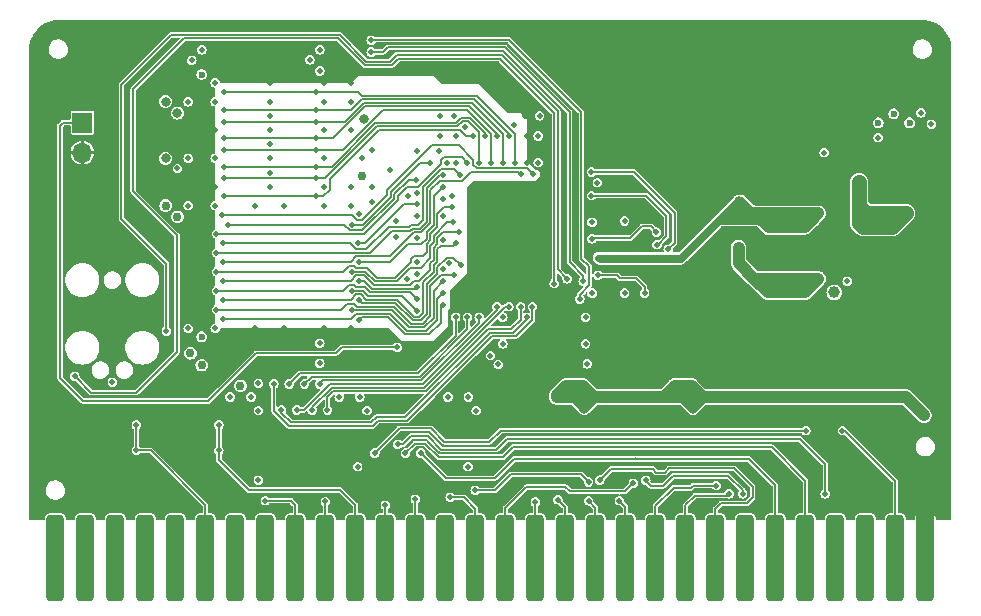
<source format=gbl>
G04 #@! TF.GenerationSoftware,KiCad,Pcbnew,7.0.1-0*
G04 #@! TF.CreationDate,2023-09-21T07:21:14-04:00*
G04 #@! TF.ProjectId,RAM2E,52414d32-452e-46b6-9963-61645f706362,2.0*
G04 #@! TF.SameCoordinates,Original*
G04 #@! TF.FileFunction,Copper,L4,Bot*
G04 #@! TF.FilePolarity,Positive*
%FSLAX46Y46*%
G04 Gerber Fmt 4.6, Leading zero omitted, Abs format (unit mm)*
G04 Created by KiCad (PCBNEW 7.0.1-0) date 2023-09-21 07:21:14*
%MOMM*%
%LPD*%
G01*
G04 APERTURE LIST*
G04 Aperture macros list*
%AMRoundRect*
0 Rectangle with rounded corners*
0 $1 Rounding radius*
0 $2 $3 $4 $5 $6 $7 $8 $9 X,Y pos of 4 corners*
0 Add a 4 corners polygon primitive as box body*
4,1,4,$2,$3,$4,$5,$6,$7,$8,$9,$2,$3,0*
0 Add four circle primitives for the rounded corners*
1,1,$1+$1,$2,$3*
1,1,$1+$1,$4,$5*
1,1,$1+$1,$6,$7*
1,1,$1+$1,$8,$9*
0 Add four rect primitives between the rounded corners*
20,1,$1+$1,$2,$3,$4,$5,0*
20,1,$1+$1,$4,$5,$6,$7,0*
20,1,$1+$1,$6,$7,$8,$9,0*
20,1,$1+$1,$8,$9,$2,$3,0*%
G04 Aperture macros list end*
G04 #@! TA.AperFunction,SMDPad,CuDef*
%ADD10RoundRect,0.381000X0.381000X3.289000X-0.381000X3.289000X-0.381000X-3.289000X0.381000X-3.289000X0*%
G04 #@! TD*
G04 #@! TA.AperFunction,ComponentPad*
%ADD11C,2.000000*%
G04 #@! TD*
G04 #@! TA.AperFunction,ComponentPad*
%ADD12R,1.700000X1.700000*%
G04 #@! TD*
G04 #@! TA.AperFunction,ComponentPad*
%ADD13O,1.700000X1.700000*%
G04 #@! TD*
G04 #@! TA.AperFunction,ViaPad*
%ADD14C,0.500000*%
G04 #@! TD*
G04 #@! TA.AperFunction,ViaPad*
%ADD15C,0.762000*%
G04 #@! TD*
G04 #@! TA.AperFunction,ViaPad*
%ADD16C,0.600000*%
G04 #@! TD*
G04 #@! TA.AperFunction,ViaPad*
%ADD17C,1.000000*%
G04 #@! TD*
G04 #@! TA.AperFunction,ViaPad*
%ADD18C,0.800000*%
G04 #@! TD*
G04 #@! TA.AperFunction,ViaPad*
%ADD19C,0.508000*%
G04 #@! TD*
G04 #@! TA.AperFunction,Conductor*
%ADD20C,0.150000*%
G04 #@! TD*
G04 #@! TA.AperFunction,Conductor*
%ADD21C,1.270000*%
G04 #@! TD*
G04 #@! TA.AperFunction,Conductor*
%ADD22C,0.500000*%
G04 #@! TD*
G04 #@! TA.AperFunction,Conductor*
%ADD23C,1.000000*%
G04 #@! TD*
G04 #@! TA.AperFunction,Conductor*
%ADD24C,0.508000*%
G04 #@! TD*
G04 #@! TA.AperFunction,Conductor*
%ADD25C,0.650000*%
G04 #@! TD*
G04 #@! TA.AperFunction,Conductor*
%ADD26C,1.524000*%
G04 #@! TD*
G04 #@! TA.AperFunction,Conductor*
%ADD27C,0.152400*%
G04 #@! TD*
G04 #@! TA.AperFunction,Conductor*
%ADD28C,0.600000*%
G04 #@! TD*
G04 #@! TA.AperFunction,Conductor*
%ADD29C,0.800000*%
G04 #@! TD*
G04 APERTURE END LIST*
D10*
X274320000Y-135282000D03*
X271780000Y-135282000D03*
X269240000Y-135282000D03*
X266700000Y-135282000D03*
X264160000Y-135282000D03*
X261620000Y-135282000D03*
X259080000Y-135282000D03*
X256540000Y-135282000D03*
X254000000Y-135282000D03*
X251460000Y-135282000D03*
X248920000Y-135282000D03*
X246380000Y-135282000D03*
X243840000Y-135282000D03*
X241300000Y-135282000D03*
X238760000Y-135282000D03*
X236220000Y-135282000D03*
X233680000Y-135282000D03*
X231140000Y-135282000D03*
X228600000Y-135282000D03*
X226060000Y-135282000D03*
X223520000Y-135282000D03*
X220980000Y-135282000D03*
X218440000Y-135282000D03*
X215900000Y-135282000D03*
X213360000Y-135282000D03*
X210820000Y-135282000D03*
X208280000Y-135282000D03*
X205740000Y-135282000D03*
X203200000Y-135282000D03*
X200660000Y-135282000D03*
D11*
X274320000Y-128397000D03*
D12*
X202946000Y-98425000D03*
D13*
X202946000Y-100965000D03*
D14*
X242900000Y-112050000D03*
X245050000Y-113350000D03*
X244000000Y-111650000D03*
X245350000Y-111850000D03*
X245450000Y-122800000D03*
D15*
X243925000Y-120700000D03*
D14*
X244825000Y-121650000D03*
X245450000Y-120500000D03*
X254650000Y-122800000D03*
D15*
X253125000Y-120700000D03*
D14*
X254025000Y-121650000D03*
X254650000Y-120500000D03*
D16*
X269800000Y-106100000D03*
D17*
X272650000Y-106100000D03*
X271350000Y-107250000D03*
D16*
X268700000Y-106900000D03*
D17*
X274193000Y-123190000D03*
D14*
X243100000Y-121650000D03*
X252300000Y-121650000D03*
D16*
X268700000Y-103450000D03*
D14*
X222250000Y-131191000D03*
X224790000Y-131191000D03*
X227330000Y-131191000D03*
X229870000Y-131191000D03*
X232410000Y-131191000D03*
X234950000Y-131191000D03*
X217170000Y-131191000D03*
D16*
X214630000Y-131191000D03*
X212090000Y-131191000D03*
D14*
X209550000Y-131191000D03*
X275844000Y-131191000D03*
X270510000Y-131191000D03*
X265430000Y-131191000D03*
X262890000Y-131191000D03*
X260350000Y-131191000D03*
X257810000Y-131191000D03*
X255270000Y-131191000D03*
X252730000Y-131191000D03*
X250190000Y-131191000D03*
X247650000Y-131191000D03*
X245110000Y-131191000D03*
X242570000Y-131191000D03*
X240030000Y-131191000D03*
X237490000Y-131191000D03*
X275844000Y-118364000D03*
X275844000Y-98044000D03*
X275844000Y-93091000D03*
X199136000Y-93091000D03*
X267970000Y-90424000D03*
X262890000Y-90424000D03*
X257810000Y-90424000D03*
X252730000Y-90424000D03*
X242570000Y-90424000D03*
X247650000Y-90424000D03*
X237998000Y-90424000D03*
X227330000Y-90424000D03*
X232410000Y-90424000D03*
X222250000Y-90274000D03*
X212090000Y-90274000D03*
X217170000Y-90274000D03*
X206756000Y-90424000D03*
X202057000Y-90424000D03*
X199771000Y-90932000D03*
X199136000Y-128270000D03*
X199136000Y-122555000D03*
X199136000Y-117475000D03*
X199136000Y-112395000D03*
X199136000Y-107315000D03*
X275209000Y-90932000D03*
X235625000Y-123150000D03*
D15*
X233750000Y-123150000D03*
D14*
X244825000Y-123150000D03*
D15*
X242950000Y-123150000D03*
D14*
X254025000Y-123150000D03*
D15*
X252150000Y-123150000D03*
X215350000Y-123150000D03*
X216325000Y-124100000D03*
D14*
X217225000Y-123150000D03*
X226425000Y-123150000D03*
D15*
X224550000Y-123150000D03*
D14*
X211900000Y-103850000D03*
X223400000Y-115850000D03*
X214200000Y-99050000D03*
X225700000Y-115850000D03*
X214200000Y-103850000D03*
D15*
X211000000Y-99000000D03*
D14*
X211000000Y-103100000D03*
D15*
X210000000Y-103950000D03*
D14*
X226400000Y-106200000D03*
X223400000Y-95050000D03*
X225700000Y-95050000D03*
X225700000Y-105450000D03*
X223400000Y-101450000D03*
X223400000Y-105450000D03*
X223400000Y-96650000D03*
X225700000Y-96650000D03*
X229000000Y-92550000D03*
X230250000Y-124800000D03*
X211650000Y-113200000D03*
X265303000Y-123190000D03*
X204470000Y-131191000D03*
X199136000Y-131191000D03*
X201930000Y-131191000D03*
X207010000Y-131191000D03*
X267970000Y-131191000D03*
X228250000Y-91900000D03*
X275844000Y-123444000D03*
X255270000Y-92964000D03*
X267970000Y-95504000D03*
X262890000Y-95504000D03*
X257810000Y-95504000D03*
X229870000Y-93599000D03*
X201676000Y-125095000D03*
X204216000Y-122555000D03*
X205486000Y-110490000D03*
X209296000Y-122555000D03*
X206756000Y-125095000D03*
X273050000Y-95504000D03*
D16*
X211836000Y-125095000D03*
D14*
X211836000Y-120015000D03*
X270383000Y-123190000D03*
X272923000Y-90424000D03*
X218650000Y-125900000D03*
X217050000Y-127100000D03*
X220000000Y-105450000D03*
X217600000Y-105450000D03*
X218800000Y-103850000D03*
X218800000Y-101450000D03*
X218800000Y-99050000D03*
X218800000Y-96650000D03*
X218800000Y-95050000D03*
X218800000Y-102650000D03*
X218800000Y-97850000D03*
X218800000Y-100250000D03*
X220000000Y-115850000D03*
X217600000Y-115850000D03*
X242800000Y-120550000D03*
X233200000Y-94500000D03*
X209931000Y-107696000D03*
X199136000Y-102235000D03*
X199136000Y-97155000D03*
X201676000Y-94615000D03*
X201676000Y-104775000D03*
X206756000Y-99695000D03*
X206756000Y-104775000D03*
X219710000Y-92964000D03*
D17*
X269300000Y-112800000D03*
D14*
X260350000Y-97917000D03*
X275844000Y-113284000D03*
X275844000Y-103124000D03*
D17*
X267950000Y-113950000D03*
X265250000Y-113950000D03*
X262550000Y-113950000D03*
X259850000Y-113950000D03*
D14*
X275844000Y-108204000D03*
X260223000Y-123190000D03*
X263144000Y-125730000D03*
X273050000Y-131699000D03*
D17*
X258500000Y-112800000D03*
D14*
X214550000Y-94050000D03*
X215400000Y-93150000D03*
X214550000Y-92250000D03*
X229000000Y-102450000D03*
D15*
X214550000Y-116950000D03*
X214550000Y-118950000D03*
D14*
X226300000Y-91300000D03*
X248850000Y-107450000D03*
X239550000Y-117150000D03*
X240550000Y-99550000D03*
X231250000Y-106350000D03*
X233500000Y-106350000D03*
X240450000Y-97850000D03*
X233200000Y-99550000D03*
X233200000Y-97850000D03*
X233500000Y-110850000D03*
X239650000Y-118850000D03*
X229500000Y-106750000D03*
X250550000Y-107700000D03*
X248850000Y-111100000D03*
X250550000Y-111200000D03*
X249700000Y-112150000D03*
X246900000Y-117150000D03*
X246900000Y-118850000D03*
X230400000Y-111700000D03*
X231250000Y-111200000D03*
X249400000Y-103600000D03*
X249050000Y-102050000D03*
X239550000Y-114900000D03*
X246300000Y-114900000D03*
X246600000Y-116000000D03*
X240550000Y-101800000D03*
X233800000Y-101800000D03*
X246600000Y-106350000D03*
X246600000Y-107350000D03*
X247550000Y-100150000D03*
X246450000Y-99100000D03*
X246950000Y-98100000D03*
X244700000Y-98950000D03*
X243700000Y-98950000D03*
X252730000Y-95504000D03*
X247650000Y-95504000D03*
X253350000Y-110750000D03*
X249250000Y-116900000D03*
X262509000Y-99060000D03*
X255270000Y-97917000D03*
X250250000Y-116550000D03*
X206756000Y-93980000D03*
X209296000Y-92837000D03*
X262180000Y-100196000D03*
X261620000Y-101854000D03*
X266700000Y-101600000D03*
X255651000Y-104140000D03*
X272923000Y-115570000D03*
X262763000Y-115570000D03*
X265303000Y-118110000D03*
X262763000Y-120650000D03*
X267843000Y-115570000D03*
X270383000Y-118110000D03*
X272923000Y-120650000D03*
X267843000Y-120650000D03*
X260223000Y-118110000D03*
X257683000Y-115570000D03*
D16*
X269800000Y-105000000D03*
X271350000Y-103450000D03*
X267600000Y-105150000D03*
D17*
X272650000Y-104400000D03*
D14*
X254250000Y-128850000D03*
X260500000Y-128700000D03*
D17*
X269050000Y-124850000D03*
D14*
X274828000Y-99758500D03*
X223700000Y-126400000D03*
D17*
X261200000Y-108800000D03*
D14*
X267700000Y-109850000D03*
X260500000Y-126400000D03*
D16*
X263017000Y-102235000D03*
D14*
X204030000Y-114300000D03*
X273050000Y-99758500D03*
X218500000Y-122800000D03*
D17*
X265200000Y-104400000D03*
D18*
X215500000Y-117950000D03*
D14*
X232900000Y-128700000D03*
D17*
X262600000Y-104400000D03*
D14*
X225400000Y-93150000D03*
D18*
X225550000Y-124750000D03*
D17*
X271350000Y-113650000D03*
D14*
X233500000Y-104850000D03*
D17*
X265250000Y-109950000D03*
D18*
X210000000Y-95150000D03*
D14*
X225350000Y-117950000D03*
D17*
X272700000Y-112500000D03*
D16*
X224550000Y-94350000D03*
D14*
X240600000Y-117850000D03*
D18*
X211000000Y-94200000D03*
D14*
X227475000Y-105150000D03*
D17*
X263900000Y-103250000D03*
D14*
X242150000Y-126400000D03*
D17*
X263900000Y-108800000D03*
X262550000Y-109950000D03*
D14*
X219710000Y-131191000D03*
X245450000Y-126400000D03*
X226600000Y-101400000D03*
X227500000Y-100750000D03*
X224550000Y-92250000D03*
X223700000Y-128650000D03*
D16*
X224550000Y-116550000D03*
D18*
X210000000Y-99950000D03*
D14*
X228350000Y-128700000D03*
X239500000Y-98600000D03*
D16*
X265620500Y-102235000D03*
D14*
X230550000Y-104600000D03*
X233150000Y-100850000D03*
X227700000Y-122800000D03*
D17*
X266600000Y-108800000D03*
D14*
X251950000Y-127550000D03*
X242750000Y-127550000D03*
X261150000Y-127550000D03*
X233550000Y-127550000D03*
D17*
X261200000Y-103250000D03*
D14*
X269050000Y-127350000D03*
X201580000Y-115850000D03*
X246600000Y-112350000D03*
X242100000Y-128700000D03*
D18*
X234750000Y-124150000D03*
D14*
X251300000Y-126400000D03*
X237000000Y-122800000D03*
D17*
X267850000Y-126200000D03*
X259850000Y-109950000D03*
D14*
X224550000Y-118800000D03*
D17*
X259850000Y-104400000D03*
D14*
X254650000Y-126400000D03*
X273939000Y-100774500D03*
X230300000Y-126400000D03*
X231600000Y-126400000D03*
X257700000Y-129850000D03*
X256600000Y-129150000D03*
X243200000Y-130350000D03*
X241300000Y-130550000D03*
X214503000Y-124015500D03*
X214503000Y-126174500D03*
X229650000Y-125650000D03*
X265850000Y-129850000D03*
X218440000Y-130429000D03*
X234100000Y-130150000D03*
X231140000Y-130302000D03*
X228600000Y-130810000D03*
X223520000Y-130500000D03*
X267300000Y-124500000D03*
X249600000Y-128950000D03*
X245800000Y-130450000D03*
X248412000Y-130429000D03*
X246750000Y-128700000D03*
X258850000Y-129850000D03*
X250650000Y-128700000D03*
X245800000Y-128850000D03*
X236200000Y-129550000D03*
X236300000Y-122800000D03*
X235625000Y-121650000D03*
X217850000Y-120500000D03*
X215450000Y-121650000D03*
X217225000Y-121650000D03*
D15*
X216325000Y-120700000D03*
D14*
X217850000Y-122800000D03*
X226425000Y-121650000D03*
X227050000Y-122800000D03*
X214200000Y-101450000D03*
D19*
X214200000Y-96650000D03*
D14*
X211900000Y-101450000D03*
X211900000Y-105450000D03*
X211900000Y-115850000D03*
X214200000Y-115850000D03*
X211900000Y-96650000D03*
D15*
X210000000Y-105450000D03*
D19*
X214200000Y-95050000D03*
D14*
X211000000Y-102300000D03*
D15*
X211000000Y-106400000D03*
X226600000Y-102900000D03*
D14*
X223400000Y-99050000D03*
X223400000Y-103850000D03*
X225700000Y-99050000D03*
X225700000Y-103850000D03*
X213050000Y-92250000D03*
X212200000Y-93150000D03*
D16*
X213050000Y-116550000D03*
D15*
X213050000Y-118950000D03*
X212100000Y-117950000D03*
D14*
X248850000Y-106750000D03*
X245550000Y-117150000D03*
X233500000Y-108350000D03*
X238550000Y-114900000D03*
X245550000Y-114900000D03*
X241550000Y-101800000D03*
X234550000Y-101800000D03*
X238550000Y-117150000D03*
X234000000Y-110350000D03*
X234550000Y-99550000D03*
X241650000Y-97850000D03*
X234400000Y-97850000D03*
X241550000Y-99550000D03*
X245700000Y-118850000D03*
X231250000Y-110200000D03*
X231250000Y-108200000D03*
X229500000Y-108100000D03*
X231250000Y-100800000D03*
X205486000Y-120396000D03*
X223050000Y-92250000D03*
D17*
X261200000Y-112800000D03*
D16*
X213050000Y-94350000D03*
D14*
X235350000Y-98800000D03*
D16*
X270319500Y-98425000D03*
D14*
X222200000Y-93100000D03*
D18*
X210000000Y-96650000D03*
D14*
X265747500Y-100965000D03*
X217850000Y-128700000D03*
X226250000Y-127550000D03*
X231250000Y-104350000D03*
X274828000Y-98552000D03*
X267700000Y-111850000D03*
X227500000Y-103850000D03*
X233900000Y-121650000D03*
D16*
X272986500Y-98425000D03*
D18*
X211000000Y-97600000D03*
D14*
X235600000Y-127550000D03*
D17*
X265250000Y-111650000D03*
X266600000Y-112800000D03*
D14*
X246100000Y-106850000D03*
X237500000Y-118150000D03*
X273939000Y-97599500D03*
D17*
X259850000Y-111650000D03*
D14*
X223050000Y-94050000D03*
X223050000Y-117100000D03*
X234200000Y-104600000D03*
X270319500Y-99695000D03*
X238150000Y-118900000D03*
D19*
X214200000Y-105450000D03*
D17*
X263900000Y-112800000D03*
D18*
X210000000Y-101450000D03*
X258500000Y-109000000D03*
D16*
X271653000Y-97663000D03*
D14*
X246550000Y-103500000D03*
X224700000Y-121650000D03*
D18*
X226750000Y-98100000D03*
D14*
X246100000Y-112850000D03*
X223050000Y-118800000D03*
X248850000Y-112850000D03*
D17*
X262550000Y-111650000D03*
D14*
X210058000Y-116078000D03*
X202311000Y-119888000D03*
X227400000Y-92450000D03*
X222700000Y-102150000D03*
D19*
X214900000Y-102150000D03*
D14*
X237050000Y-99550000D03*
X222700000Y-100750000D03*
X214900000Y-100750000D03*
X237550000Y-101800000D03*
X222700000Y-99750000D03*
D19*
X214900000Y-99750000D03*
D14*
X238050000Y-99550000D03*
X222700000Y-98350000D03*
X238550000Y-101800000D03*
X214900000Y-98350000D03*
X222700000Y-104650000D03*
D19*
X214900000Y-104650000D03*
D14*
X236050000Y-99550000D03*
X222700000Y-103150000D03*
X214900000Y-103150000D03*
X236550000Y-101800000D03*
D19*
X222700000Y-95850000D03*
D14*
X239550000Y-101800000D03*
D19*
X214900000Y-95850000D03*
X222700000Y-97350000D03*
D14*
X239050000Y-99550000D03*
D19*
X214900000Y-97350000D03*
D14*
X225800000Y-107050000D03*
X232400000Y-101800000D03*
X231200000Y-103250000D03*
X215300000Y-107050000D03*
X214300000Y-107850000D03*
X235550000Y-101800000D03*
X231250000Y-105350000D03*
X226300000Y-108650000D03*
X214850000Y-108650000D03*
X234900000Y-102850000D03*
X214850000Y-110250000D03*
X240050000Y-102800000D03*
X226350000Y-110250000D03*
X233500000Y-103850000D03*
X214300000Y-109450000D03*
X233500000Y-102850000D03*
X214300000Y-111050000D03*
X234200000Y-105600000D03*
X225750000Y-111050000D03*
X234350000Y-106850000D03*
X214850000Y-111850000D03*
X234850000Y-107700000D03*
X226350000Y-111850000D03*
X231250000Y-112350000D03*
X214300000Y-112650000D03*
X231250000Y-113350000D03*
X225750000Y-112650000D03*
X231250000Y-114350000D03*
X214850000Y-113450000D03*
X234550000Y-108650000D03*
X226350000Y-113450000D03*
X235000000Y-110500000D03*
X233500000Y-113850000D03*
X226400000Y-115100000D03*
X214850000Y-115050000D03*
X233500000Y-112850000D03*
X225750000Y-114250000D03*
X233500000Y-111850000D03*
X214300000Y-114250000D03*
X234450000Y-111350000D03*
X241100000Y-102800000D03*
D19*
X214750000Y-106250000D03*
D14*
X240550000Y-114900000D03*
X219800000Y-122750000D03*
X219150000Y-120550000D03*
X241050000Y-114000000D03*
X235550000Y-114900000D03*
X221750000Y-120550000D03*
X238050000Y-114000000D03*
X221100000Y-122750000D03*
X222400000Y-122750000D03*
X239050000Y-114000000D03*
X240050000Y-114000000D03*
X223700000Y-122750000D03*
X236550000Y-114900000D03*
X223050000Y-120550000D03*
X234550000Y-114900000D03*
X220450000Y-120550000D03*
X250550000Y-112850000D03*
X246600000Y-111350000D03*
X246100000Y-108250000D03*
X251550000Y-107700000D03*
X251600000Y-108750000D03*
X246050000Y-104600000D03*
X252550000Y-109150000D03*
X246050000Y-102600000D03*
X207518000Y-124015500D03*
X207518000Y-126174500D03*
X229600000Y-117450000D03*
X227700000Y-126400000D03*
X264200000Y-124500000D03*
X248850000Y-109850000D03*
X250550000Y-110000000D03*
X246600000Y-109850000D03*
D17*
X263900000Y-107250000D03*
X259850000Y-106100000D03*
X261200000Y-107300000D03*
X265250000Y-106100000D03*
X262600000Y-106100000D03*
D18*
X258500000Y-105100000D03*
D14*
X227400000Y-91440000D03*
D20*
X245350000Y-111850000D02*
X245350000Y-111400000D01*
X245350000Y-111400000D02*
X244200000Y-110250000D01*
X244200000Y-110250000D02*
X244200000Y-97512500D01*
X244200000Y-97512500D02*
X238737500Y-92050000D01*
X228400000Y-92450000D02*
X227400000Y-92450000D01*
X238737500Y-92050000D02*
X228800000Y-92050000D01*
X228800000Y-92050000D02*
X228400000Y-92450000D01*
X227400000Y-91440000D02*
X227440000Y-91400000D01*
X227440000Y-91400000D02*
X239050000Y-91400000D01*
X239050000Y-91400000D02*
X245200000Y-97550000D01*
X245200000Y-97550000D02*
X245200000Y-109950000D01*
X245200000Y-109950000D02*
X245850000Y-110600000D01*
X245850000Y-110600000D02*
X245850000Y-112200000D01*
X245850000Y-112200000D02*
X245050000Y-113000000D01*
X245050000Y-113000000D02*
X245050000Y-113350000D01*
X244000000Y-111650000D02*
X243200000Y-110850000D01*
X243200000Y-110850000D02*
X243200000Y-97450000D01*
X243200000Y-97450000D02*
X238450000Y-92700000D01*
X238450000Y-92700000D02*
X229550000Y-92700000D01*
X229550000Y-92700000D02*
X229000000Y-93250000D01*
X229000000Y-93250000D02*
X227000000Y-93250000D01*
X227000000Y-93250000D02*
X224750000Y-91000000D01*
X224750000Y-91000000D02*
X210450000Y-91000000D01*
X210450000Y-91000000D02*
X206250000Y-95200000D01*
X206250000Y-95200000D02*
X206250000Y-106555000D01*
X206250000Y-106555000D02*
X210058000Y-110363000D01*
X210058000Y-110363000D02*
X210058000Y-116078000D01*
D21*
X269500000Y-106100000D02*
X268700000Y-106900000D01*
X271350000Y-107250000D02*
X270200000Y-106100000D01*
X271350000Y-107250000D02*
X272500000Y-106100000D01*
X272650000Y-106100000D02*
X271500000Y-107250000D01*
X272500000Y-106100000D02*
X272650000Y-106100000D01*
X269050000Y-107250000D02*
X268700000Y-106900000D01*
X271500000Y-107250000D02*
X271350000Y-107250000D01*
X271350000Y-107250000D02*
X269050000Y-107250000D01*
X272650000Y-106100000D02*
X269500000Y-106100000D01*
X270200000Y-106100000D02*
X269800000Y-106100000D01*
D22*
X253500000Y-121650000D02*
X254650000Y-122800000D01*
D23*
X252175000Y-121650000D02*
X244825000Y-121650000D01*
X254025000Y-121650000D02*
X252300000Y-121650000D01*
D24*
X244825000Y-121125000D02*
X245450000Y-120500000D01*
D22*
X244300000Y-121650000D02*
X245450000Y-122800000D01*
D25*
X269750000Y-106100000D02*
X272650000Y-106100000D01*
D22*
X245450000Y-122800000D02*
X246600000Y-121650000D01*
X243925000Y-120700000D02*
X244825000Y-121600000D01*
D23*
X252300000Y-121650000D02*
X244825000Y-121650000D01*
D22*
X254650000Y-122800000D02*
X255800000Y-121650000D01*
D24*
X254650000Y-122800000D02*
X254650000Y-120500000D01*
D22*
X254650000Y-120500000D02*
X255800000Y-121650000D01*
D24*
X244825000Y-121650000D02*
X244825000Y-122175000D01*
X244825000Y-121650000D02*
X244825000Y-121125000D01*
D23*
X272653000Y-121650000D02*
X254025000Y-121650000D01*
D22*
X245450000Y-120500000D02*
X245350000Y-120600000D01*
D23*
X253125000Y-120700000D02*
X254025000Y-121600000D01*
D22*
X252300000Y-121650000D02*
X253500000Y-121650000D01*
X254550000Y-122700000D02*
X254650000Y-122800000D01*
D24*
X244825000Y-122175000D02*
X245450000Y-122800000D01*
X254025000Y-121650000D02*
X254025000Y-122175000D01*
D22*
X243100000Y-121650000D02*
X244300000Y-121650000D01*
D23*
X274193000Y-123190000D02*
X272653000Y-121650000D01*
X254500000Y-120700000D02*
X255450000Y-121650000D01*
D22*
X254750000Y-122700000D02*
X254650000Y-122800000D01*
X246600000Y-121650000D02*
X252300000Y-121650000D01*
D24*
X245450000Y-122800000D02*
X245450000Y-120500000D01*
D22*
X245350000Y-120600000D02*
X245350000Y-122700000D01*
D23*
X243100000Y-121525000D02*
X243925000Y-120700000D01*
D25*
X268700000Y-103450000D02*
X268700000Y-105050000D01*
D22*
X245350000Y-122700000D02*
X245450000Y-122800000D01*
X245550000Y-120600000D02*
X245550000Y-121650000D01*
D23*
X245300000Y-120700000D02*
X245550000Y-120950000D01*
D22*
X254550000Y-120600000D02*
X254550000Y-122700000D01*
X245550000Y-121650000D02*
X245550000Y-122700000D01*
X244825000Y-121600000D02*
X244825000Y-121650000D01*
X245550000Y-122700000D02*
X245450000Y-122800000D01*
D24*
X254025000Y-121125000D02*
X254650000Y-120500000D01*
D22*
X244300000Y-121650000D02*
X245450000Y-120500000D01*
D23*
X244825000Y-121650000D02*
X243100000Y-121650000D01*
X243100000Y-121650000D02*
X243100000Y-121525000D01*
D22*
X254650000Y-120500000D02*
X254550000Y-120600000D01*
X254650000Y-120500000D02*
X254750000Y-120600000D01*
D24*
X254025000Y-121650000D02*
X254025000Y-121125000D01*
X254025000Y-122175000D02*
X254650000Y-122800000D01*
D21*
X268700000Y-103450000D02*
X268700000Y-106900000D01*
D25*
X268700000Y-105050000D02*
X269750000Y-106100000D01*
D23*
X243925000Y-120700000D02*
X245300000Y-120700000D01*
X245550000Y-120950000D02*
X245550000Y-121650000D01*
X253125000Y-120700000D02*
X252175000Y-121650000D01*
D22*
X245450000Y-120500000D02*
X245550000Y-120600000D01*
D23*
X253125000Y-120700000D02*
X254500000Y-120700000D01*
D22*
X254750000Y-120600000D02*
X254750000Y-122700000D01*
X245450000Y-120500000D02*
X246600000Y-121650000D01*
D23*
X254025000Y-121600000D02*
X254025000Y-121650000D01*
D26*
X274320000Y-135282000D02*
X274320000Y-128397000D01*
D20*
X261300000Y-125900000D02*
X264160000Y-128760000D01*
X233100000Y-126750000D02*
X238550000Y-126750000D01*
X231950000Y-125600000D02*
X233100000Y-126750000D01*
X238550000Y-126750000D02*
X239400000Y-125900000D01*
X230300000Y-126400000D02*
X231100000Y-125600000D01*
X239400000Y-125900000D02*
X261300000Y-125900000D01*
X231100000Y-125600000D02*
X231950000Y-125600000D01*
X264160000Y-128760000D02*
X264160000Y-135282000D01*
X261620000Y-130810000D02*
X261620000Y-135282000D01*
X239500000Y-126900000D02*
X259400000Y-126900000D01*
X261620000Y-129120000D02*
X261620000Y-130810000D01*
X249750000Y-126850000D02*
X249800000Y-126900000D01*
X237850000Y-128550000D02*
X239500000Y-126900000D01*
X231600000Y-126400000D02*
X233750000Y-128550000D01*
X259400000Y-126900000D02*
X261620000Y-129120000D01*
X233750000Y-128550000D02*
X237850000Y-128550000D01*
D27*
X254000000Y-130810000D02*
X254000000Y-135382000D01*
D20*
X254810000Y-130000000D02*
X254000000Y-130810000D01*
X257700000Y-129850000D02*
X257550000Y-130000000D01*
X257550000Y-130000000D02*
X254810000Y-130000000D01*
X254450000Y-129350000D02*
X253000000Y-129350000D01*
X256600000Y-129150000D02*
X254650000Y-129150000D01*
X251460000Y-130890000D02*
X251460000Y-135282000D01*
X254650000Y-129150000D02*
X254450000Y-129350000D01*
X253000000Y-129350000D02*
X251460000Y-130890000D01*
X243840000Y-130990000D02*
X243840000Y-135282000D01*
X243200000Y-130350000D02*
X243840000Y-130990000D01*
X241300000Y-130810000D02*
X241300000Y-130550000D01*
D27*
X241300000Y-130810000D02*
X241300000Y-135382000D01*
D20*
X214503000Y-126174500D02*
X214503000Y-127000000D01*
X224790000Y-129540000D02*
X226060000Y-130810000D01*
D27*
X226060000Y-130810000D02*
X226060000Y-135382000D01*
D20*
X217043000Y-129540000D02*
X224790000Y-129540000D01*
X214503000Y-126174500D02*
X214503000Y-124015500D01*
X214503000Y-127000000D02*
X217043000Y-129540000D01*
X233350000Y-126100000D02*
X238000000Y-126100000D01*
X232200000Y-124950000D02*
X233350000Y-126100000D01*
X229650000Y-125650000D02*
X230100000Y-125650000D01*
X238900000Y-125200000D02*
X263700000Y-125200000D01*
X263700000Y-125200000D02*
X265850000Y-127350000D01*
X265850000Y-127350000D02*
X265850000Y-129850000D01*
X238000000Y-126100000D02*
X238900000Y-125200000D01*
X230100000Y-125650000D02*
X230800000Y-124950000D01*
X230800000Y-124950000D02*
X232200000Y-124950000D01*
X220980000Y-130810000D02*
X220599000Y-130429000D01*
X220980000Y-135282000D02*
X220980000Y-130810000D01*
X220599000Y-130429000D02*
X218440000Y-130429000D01*
D27*
X234100000Y-130150000D02*
X235250000Y-130150000D01*
X235250000Y-130150000D02*
X236220000Y-131120000D01*
X236220000Y-131120000D02*
X236220000Y-135382000D01*
X231140000Y-135382000D02*
X231140000Y-130302000D01*
X228600000Y-135382000D02*
X228600000Y-130810000D01*
X223520000Y-135382000D02*
X223520000Y-130500000D01*
D20*
X267300000Y-124500000D02*
X267500000Y-124500000D01*
X267500000Y-124500000D02*
X271780000Y-128780000D01*
X271780000Y-128780000D02*
X271780000Y-135282000D01*
X238760000Y-131064000D02*
X238760000Y-135282000D01*
X248900000Y-129650000D02*
X244204000Y-129650000D01*
X243840000Y-129286000D02*
X240538000Y-129286000D01*
X249600000Y-128950000D02*
X248900000Y-129650000D01*
X240538000Y-129286000D02*
X238760000Y-131064000D01*
X244204000Y-129650000D02*
X243840000Y-129286000D01*
X246380000Y-131030000D02*
X246380000Y-135282000D01*
X245800000Y-130450000D02*
X246380000Y-131030000D01*
X248920000Y-130937000D02*
X248920000Y-135282000D01*
X248412000Y-130429000D02*
X248920000Y-130937000D01*
X257000000Y-130650000D02*
X256540000Y-131110000D01*
X252250000Y-128050000D02*
X252600000Y-127700000D01*
X258150000Y-127700000D02*
X259700000Y-129250000D01*
X256540000Y-131110000D02*
X256540000Y-135282000D01*
X251550000Y-128050000D02*
X252250000Y-128050000D01*
X259200000Y-130650000D02*
X257000000Y-130650000D01*
X252600000Y-127700000D02*
X258150000Y-127700000D01*
X259700000Y-130150000D02*
X259200000Y-130650000D01*
X247700000Y-127750000D02*
X251250000Y-127750000D01*
X259700000Y-129250000D02*
X259700000Y-130150000D01*
X251250000Y-127750000D02*
X251550000Y-128050000D01*
X246750000Y-128700000D02*
X247700000Y-127750000D01*
X252950000Y-128350000D02*
X252100000Y-129200000D01*
X250650000Y-128750000D02*
X250650000Y-128700000D01*
X252100000Y-129200000D02*
X251100000Y-129200000D01*
X258850000Y-129850000D02*
X258850000Y-129550000D01*
X251100000Y-129200000D02*
X250650000Y-128750000D01*
X258850000Y-129550000D02*
X257650000Y-128350000D01*
X257650000Y-128350000D02*
X252950000Y-128350000D01*
X245150000Y-128200000D02*
X245800000Y-128850000D01*
X237900000Y-129550000D02*
X239250000Y-128200000D01*
X236200000Y-129550000D02*
X237900000Y-129550000D01*
X239250000Y-128200000D02*
X245150000Y-128200000D01*
D23*
X259850000Y-111650000D02*
X261000000Y-112800000D01*
X264650000Y-112250000D02*
X265250000Y-111650000D01*
X264100000Y-112800000D02*
X264650000Y-112250000D01*
X263900000Y-112800000D02*
X264100000Y-112800000D01*
X261200000Y-112800000D02*
X263900000Y-112800000D01*
X259850000Y-111650000D02*
X260450000Y-112250000D01*
X261000000Y-112800000D02*
X261200000Y-112800000D01*
X259850000Y-111650000D02*
X265250000Y-111650000D01*
X260450000Y-112250000D02*
X264650000Y-112250000D01*
X258500000Y-110300000D02*
X259850000Y-111650000D01*
X258500000Y-109000000D02*
X258500000Y-110300000D01*
D20*
X242900000Y-97600000D02*
X242900000Y-112050000D01*
X211550000Y-91300000D02*
X224600000Y-91300000D01*
X229700000Y-93000000D02*
X238300000Y-93000000D01*
X207518000Y-121285000D02*
X210947000Y-117856000D01*
X226850000Y-93550000D02*
X229150000Y-93550000D01*
X207250000Y-95600000D02*
X211550000Y-91300000D01*
X210947000Y-107950000D02*
X207250000Y-104253000D01*
X210947000Y-117856000D02*
X210947000Y-107950000D01*
X202311000Y-119888000D02*
X203708000Y-121285000D01*
X203708000Y-121285000D02*
X207518000Y-121285000D01*
X207250000Y-104253000D02*
X207250000Y-95600000D01*
X229150000Y-93550000D02*
X229700000Y-93000000D01*
X238300000Y-93000000D02*
X242900000Y-97600000D01*
X224600000Y-91300000D02*
X226850000Y-93550000D01*
X234550000Y-98450000D02*
X227750000Y-98450000D01*
X227750000Y-98450000D02*
X224050000Y-102150000D01*
X235750000Y-98000000D02*
X235000000Y-98000000D01*
X237050000Y-99550000D02*
X237050000Y-99300000D01*
X235000000Y-98000000D02*
X234550000Y-98450000D01*
X214900000Y-102150000D02*
X222700000Y-102150000D01*
X224050000Y-102150000D02*
X222750000Y-102150000D01*
X237050000Y-99300000D02*
X235750000Y-98000000D01*
X222700000Y-100750000D02*
X225000000Y-100750000D01*
X225000000Y-100750000D02*
X228400000Y-97350000D01*
X235550000Y-97350000D02*
X237550000Y-99350000D01*
X221149998Y-100750000D02*
X214900000Y-100750000D01*
X222700000Y-100750000D02*
X221149998Y-100750000D01*
X228400000Y-97350000D02*
X235550000Y-97350000D01*
X237550000Y-99350000D02*
X237550000Y-101800000D01*
X235700000Y-97050000D02*
X238050000Y-99400000D01*
X222700000Y-99750000D02*
X224200000Y-99750000D01*
X216559338Y-99750000D02*
X214900000Y-99750000D01*
X238050000Y-99400000D02*
X238050000Y-99550000D01*
X222700000Y-99750000D02*
X216559338Y-99750000D01*
X226900000Y-97050000D02*
X235700000Y-97050000D01*
X224200000Y-99750000D02*
X226900000Y-97050000D01*
X222700000Y-98350000D02*
X225150000Y-98350000D01*
X235950000Y-96750000D02*
X238550000Y-99350000D01*
X222700000Y-98350000D02*
X222800000Y-98250000D01*
X238550000Y-99350000D02*
X238550000Y-101800000D01*
X226750000Y-96750000D02*
X235950000Y-96750000D01*
X214900000Y-98350000D02*
X222700000Y-98350000D01*
X225150000Y-98350000D02*
X226750000Y-96750000D01*
X228050000Y-99050000D02*
X223900000Y-103200000D01*
X236050000Y-99550000D02*
X235400000Y-99550000D01*
X234900000Y-99050000D02*
X228050000Y-99050000D01*
X235400000Y-99550000D02*
X234900000Y-99050000D01*
X223350000Y-104650000D02*
X222750000Y-104650000D01*
X214900000Y-104650000D02*
X222700000Y-104650000D01*
X223900000Y-103200000D02*
X223900000Y-104100000D01*
X223900000Y-104100000D02*
X223350000Y-104650000D01*
X235150000Y-98300000D02*
X234700000Y-98750000D01*
X222700000Y-103150000D02*
X214900000Y-103150000D01*
X236550000Y-101800000D02*
X236550000Y-99250000D01*
X227900000Y-98750000D02*
X223500000Y-103150000D01*
X234700000Y-98750000D02*
X227900000Y-98750000D01*
X235600000Y-98300000D02*
X235150000Y-98300000D01*
X236550000Y-99250000D02*
X235600000Y-98300000D01*
X223500000Y-103150000D02*
X222700000Y-103150000D01*
X222700000Y-95850000D02*
X226300000Y-95850000D01*
X214900000Y-95850000D02*
X222700000Y-95850000D01*
X236350000Y-96150000D02*
X239550000Y-99350000D01*
X226300000Y-95850000D02*
X226600000Y-96150000D01*
X226600000Y-96150000D02*
X236350000Y-96150000D01*
X239550000Y-99350000D02*
X239550000Y-101800000D01*
X222700000Y-97350000D02*
X225700000Y-97350000D01*
X222700000Y-97350000D02*
X219049998Y-97350000D01*
X236100000Y-96450000D02*
X239050000Y-99400000D01*
X219049998Y-97350000D02*
X214900000Y-97350000D01*
X225700000Y-97350000D02*
X226600000Y-96450000D01*
X239050000Y-99400000D02*
X239050000Y-99550000D01*
X226600000Y-96450000D02*
X236100000Y-96450000D01*
X231550000Y-101800000D02*
X229050000Y-104300000D01*
X226700000Y-107050000D02*
X225800000Y-107050000D01*
X232400000Y-101800000D02*
X231550000Y-101800000D01*
X229050000Y-104700000D02*
X226700000Y-107050000D01*
X229050000Y-104300000D02*
X229050000Y-104700000D01*
X231200000Y-103250000D02*
X230600000Y-103250000D01*
X225100000Y-107050000D02*
X215300000Y-107050000D01*
X225600000Y-107550000D02*
X225100000Y-107050000D01*
X229350000Y-104850000D02*
X226650000Y-107550000D01*
X229350000Y-104500000D02*
X229350000Y-104850000D01*
X226650000Y-107550000D02*
X225600000Y-107550000D01*
X230600000Y-103250000D02*
X229350000Y-104500000D01*
X233300000Y-101600000D02*
X233600000Y-101300000D01*
X230450000Y-103850000D02*
X231350000Y-103850000D01*
X214300000Y-107850000D02*
X226800000Y-107850000D01*
X235050000Y-101300000D02*
X235550000Y-101800000D01*
X229650000Y-104650000D02*
X230450000Y-103850000D01*
X226800000Y-107850000D02*
X229650000Y-105000000D01*
X233300000Y-101900000D02*
X233300000Y-101600000D01*
X233600000Y-101300000D02*
X235050000Y-101300000D01*
X229650000Y-105000000D02*
X229650000Y-104650000D01*
X231350000Y-103850000D02*
X233300000Y-101900000D01*
X230200000Y-105350000D02*
X226900000Y-108650000D01*
X231250000Y-105350000D02*
X230200000Y-105350000D01*
X226900000Y-108650000D02*
X226300000Y-108650000D01*
X231750000Y-106700000D02*
X231350000Y-107100000D01*
X231750000Y-103900000D02*
X231750000Y-106700000D01*
X234400000Y-102350000D02*
X233300000Y-102350000D01*
X230600000Y-107250000D02*
X228900000Y-107250000D01*
X234900000Y-102850000D02*
X234400000Y-102350000D01*
X228900000Y-107250000D02*
X227000000Y-109150000D01*
X233300000Y-102350000D02*
X231750000Y-103900000D01*
X227000000Y-109150000D02*
X226100000Y-109150000D01*
X231350000Y-107100000D02*
X230750000Y-107100000D01*
X234900000Y-102850000D02*
X235000000Y-102750000D01*
X226100000Y-109150000D02*
X225600000Y-108650000D01*
X230750000Y-107100000D02*
X230600000Y-107250000D01*
X225600000Y-108650000D02*
X214850000Y-108650000D01*
X226150000Y-109750000D02*
X229000000Y-109750000D01*
X235850000Y-102600000D02*
X239850000Y-102600000D01*
X225650000Y-110250000D02*
X226150000Y-109750000D01*
X233200000Y-103350000D02*
X235100000Y-103350000D01*
X232400000Y-106950000D02*
X232400000Y-104150000D01*
X214850000Y-110250000D02*
X225650000Y-110250000D01*
X239850000Y-102600000D02*
X240050000Y-102800000D01*
X231050000Y-107700000D02*
X231650000Y-107700000D01*
X232400000Y-104150000D02*
X233200000Y-103350000D01*
X235100000Y-103350000D02*
X235850000Y-102600000D01*
X229000000Y-109750000D02*
X231050000Y-107700000D01*
X231650000Y-107700000D02*
X232400000Y-106950000D01*
X232100000Y-107700000D02*
X232700000Y-107100000D01*
X232700000Y-104650000D02*
X233500000Y-103850000D01*
X230550000Y-108700000D02*
X231650000Y-108700000D01*
X226350000Y-110250000D02*
X229000000Y-110250000D01*
X231650000Y-108700000D02*
X232100000Y-108250000D01*
X232100000Y-108250000D02*
X232100000Y-107700000D01*
X232700000Y-107100000D02*
X232700000Y-104650000D01*
X229000000Y-110250000D02*
X230550000Y-108700000D01*
X226750000Y-109450000D02*
X214300000Y-109450000D01*
X232100000Y-106800000D02*
X231500000Y-107400000D01*
X232100000Y-104000000D02*
X232100000Y-106800000D01*
X233250000Y-102850000D02*
X232100000Y-104000000D01*
X230700000Y-107600000D02*
X229150000Y-107600000D01*
X229150000Y-107600000D02*
X227300000Y-109450000D01*
X230900000Y-107400000D02*
X230700000Y-107600000D01*
X233500000Y-102850000D02*
X233250000Y-102850000D01*
X227300000Y-109450000D02*
X226750000Y-109450000D01*
X231500000Y-107400000D02*
X230900000Y-107400000D01*
X233000000Y-107250000D02*
X232400000Y-107850000D01*
X227050000Y-110750000D02*
X226150000Y-110750000D01*
X231800000Y-109700000D02*
X231000000Y-109700000D01*
X225950000Y-110550000D02*
X225550000Y-110550000D01*
X230750000Y-110200000D02*
X229400000Y-111550000D01*
X232100000Y-108700000D02*
X232100000Y-109400000D01*
X234200000Y-105600000D02*
X233550000Y-105600000D01*
X226150000Y-110750000D02*
X225950000Y-110550000D01*
X225550000Y-110550000D02*
X225050000Y-111050000D01*
X231000000Y-109700000D02*
X230750000Y-109950000D01*
X229400000Y-111550000D02*
X227850000Y-111550000D01*
X232100000Y-109400000D02*
X231800000Y-109700000D01*
X233000000Y-106150000D02*
X233000000Y-107250000D01*
X232400000Y-108400000D02*
X232100000Y-108700000D01*
X230750000Y-109950000D02*
X230750000Y-110200000D01*
X232400000Y-107850000D02*
X232400000Y-108400000D01*
X225050000Y-111050000D02*
X214300000Y-111050000D01*
X227850000Y-111550000D02*
X227050000Y-110750000D01*
X233550000Y-105600000D02*
X233000000Y-106150000D01*
X232400000Y-108850000D02*
X232400000Y-109900000D01*
X231600000Y-110700000D02*
X230700000Y-110700000D01*
X227700000Y-111850000D02*
X226900000Y-111050000D01*
X230700000Y-110700000D02*
X229550000Y-111850000D01*
X233850000Y-106850000D02*
X232700000Y-108000000D01*
X232700000Y-108550000D02*
X232400000Y-108850000D01*
X232700000Y-108000000D02*
X232700000Y-108550000D01*
X232400000Y-109900000D02*
X231600000Y-110700000D01*
X226900000Y-111050000D02*
X225750000Y-111050000D01*
X229550000Y-111850000D02*
X227700000Y-111850000D01*
X234350000Y-106850000D02*
X233850000Y-106850000D01*
X232400000Y-110350000D02*
X232400000Y-110900000D01*
X231450000Y-111850000D02*
X231050000Y-111850000D01*
X230700000Y-112200000D02*
X227600000Y-112200000D01*
X226150000Y-111350000D02*
X225650000Y-111850000D01*
X232700000Y-110050000D02*
X232400000Y-110350000D01*
X234850000Y-107700000D02*
X233450000Y-107700000D01*
X233000000Y-108150000D02*
X233000000Y-108700000D01*
X227600000Y-112200000D02*
X226750000Y-111350000D01*
X231050000Y-111850000D02*
X230700000Y-112200000D01*
X226750000Y-111350000D02*
X226150000Y-111350000D01*
X233450000Y-107700000D02*
X233000000Y-108150000D01*
X232400000Y-110900000D02*
X231450000Y-111850000D01*
X232700000Y-109000000D02*
X232700000Y-110050000D01*
X225650000Y-111850000D02*
X214850000Y-111850000D01*
X233000000Y-108700000D02*
X232700000Y-109000000D01*
X226800000Y-111850000D02*
X226350000Y-111850000D01*
X227450000Y-112500000D02*
X226800000Y-111850000D01*
X231250000Y-112350000D02*
X231100000Y-112500000D01*
X231100000Y-112500000D02*
X227450000Y-112500000D01*
X226850000Y-112350000D02*
X226150000Y-112350000D01*
X225050000Y-112650000D02*
X214300000Y-112650000D01*
X225550000Y-112150000D02*
X225050000Y-112650000D01*
X227300000Y-112800000D02*
X226850000Y-112350000D01*
X225950000Y-112150000D02*
X225550000Y-112150000D01*
X226150000Y-112350000D02*
X225950000Y-112150000D01*
X231250000Y-113350000D02*
X230700000Y-112800000D01*
X230700000Y-112800000D02*
X227300000Y-112800000D01*
X226700000Y-112650000D02*
X227150000Y-113100000D01*
X227150000Y-113100000D02*
X230000000Y-113100000D01*
X225750000Y-112650000D02*
X226700000Y-112650000D01*
X230000000Y-113100000D02*
X231250000Y-114350000D01*
X231800000Y-114500000D02*
X231450000Y-114850000D01*
X231450000Y-114850000D02*
X231050000Y-114850000D01*
X226550000Y-112950000D02*
X226150000Y-112950000D01*
X233000000Y-109150000D02*
X233000000Y-110200000D01*
X233000000Y-110200000D02*
X232700000Y-110500000D01*
X234550000Y-108650000D02*
X234350000Y-108850000D01*
X232700000Y-110500000D02*
X232700000Y-111050000D01*
X225650000Y-113450000D02*
X214850000Y-113450000D01*
X231050000Y-114850000D02*
X229600000Y-113400000D01*
X229600000Y-113400000D02*
X227000000Y-113400000D01*
X232700000Y-111050000D02*
X231800000Y-111950000D01*
X226150000Y-112950000D02*
X225650000Y-113450000D01*
X231800000Y-111950000D02*
X231800000Y-114500000D01*
X233300000Y-108850000D02*
X233000000Y-109150000D01*
X234350000Y-108850000D02*
X233300000Y-108850000D01*
X227000000Y-113400000D02*
X226550000Y-112950000D01*
X232100000Y-112100000D02*
X233000000Y-111200000D01*
X231600000Y-115150000D02*
X232100000Y-114650000D01*
X233800000Y-109850000D02*
X234350000Y-109850000D01*
X226600000Y-113700000D02*
X229450000Y-113700000D01*
X233000000Y-111200000D02*
X233000000Y-110650000D01*
X232100000Y-114650000D02*
X232100000Y-112100000D01*
X229450000Y-113700000D02*
X230900000Y-115150000D01*
X234350000Y-109850000D02*
X235000000Y-110500000D01*
X230900000Y-115150000D02*
X231600000Y-115150000D01*
X226350000Y-113450000D02*
X226600000Y-113700000D01*
X233000000Y-110650000D02*
X233800000Y-109850000D01*
X233300000Y-115350000D02*
X233300000Y-114050000D01*
X233300000Y-114050000D02*
X233500000Y-113850000D01*
X232300000Y-116350000D02*
X233300000Y-115350000D01*
X232300000Y-116350000D02*
X230300000Y-116350000D01*
X226600000Y-114900000D02*
X226400000Y-115100000D01*
X228850000Y-114900000D02*
X226600000Y-114900000D01*
X230300000Y-116350000D02*
X228850000Y-114900000D01*
X233000000Y-115100000D02*
X233000000Y-113350000D01*
X225650000Y-115050000D02*
X226100000Y-114600000D01*
X229000000Y-114600000D02*
X230450000Y-116050000D01*
X214850000Y-115050000D02*
X225650000Y-115050000D01*
X230450000Y-116050000D02*
X232050000Y-116050000D01*
X232050000Y-116050000D02*
X233000000Y-115100000D01*
X226100000Y-114600000D02*
X229000000Y-114600000D01*
X233000000Y-113350000D02*
X233500000Y-112850000D01*
X232700000Y-112650000D02*
X233500000Y-111850000D01*
X232700000Y-114950000D02*
X232700000Y-112650000D01*
X231900000Y-115750000D02*
X232700000Y-114950000D01*
X225800000Y-114300000D02*
X225750000Y-114250000D01*
X230600000Y-115750000D02*
X229150000Y-114300000D01*
X229150000Y-114300000D02*
X225800000Y-114300000D01*
X231900000Y-115750000D02*
X230600000Y-115750000D01*
X224850000Y-114250000D02*
X225350000Y-113750000D01*
X225950000Y-113750000D02*
X226200000Y-114000000D01*
X230750000Y-115450000D02*
X231750000Y-115450000D01*
X233300000Y-111350000D02*
X234450000Y-111350000D01*
X225350000Y-113750000D02*
X225950000Y-113750000D01*
X229300000Y-114000000D02*
X230750000Y-115450000D01*
X231750000Y-115450000D02*
X232400000Y-114800000D01*
X232400000Y-114800000D02*
X232400000Y-112250000D01*
X232400000Y-112250000D02*
X233300000Y-111350000D01*
X214300000Y-114250000D02*
X224850000Y-114250000D01*
X226200000Y-114000000D02*
X229300000Y-114000000D01*
X226200000Y-106700000D02*
X225750000Y-106250000D01*
X228750000Y-104550000D02*
X226600000Y-106700000D01*
X226600000Y-106700000D02*
X226200000Y-106700000D01*
X236350000Y-102300000D02*
X236050000Y-102000000D01*
X228750000Y-104150000D02*
X228750000Y-104550000D01*
X236050000Y-101600000D02*
X234800000Y-100350000D01*
X240600000Y-102300000D02*
X236350000Y-102300000D01*
X225750000Y-106250000D02*
X214750000Y-106250000D01*
X232550000Y-100350000D02*
X228750000Y-104150000D01*
X236050000Y-102000000D02*
X236050000Y-101600000D01*
X234800000Y-100350000D02*
X232550000Y-100350000D01*
X241100000Y-102800000D02*
X240600000Y-102300000D01*
X240550000Y-114900000D02*
X240550000Y-115050000D01*
X224400000Y-123800000D02*
X224300000Y-123800000D01*
X227400000Y-123800000D02*
X224400000Y-123800000D01*
X219800000Y-123000000D02*
X219800000Y-122750000D01*
X239400000Y-116200000D02*
X237450000Y-116200000D01*
X224400000Y-123800000D02*
X220600000Y-123800000D01*
X240550000Y-115050000D02*
X239400000Y-116200000D01*
X220600000Y-123800000D02*
X219800000Y-123000000D01*
X230300000Y-123350000D02*
X227850000Y-123350000D01*
X227850000Y-123350000D02*
X227400000Y-123800000D01*
X237450000Y-116200000D02*
X230300000Y-123350000D01*
X241050000Y-114000000D02*
X241050000Y-115100000D01*
X227550000Y-124100000D02*
X220450000Y-124100000D01*
X228000000Y-123650000D02*
X227550000Y-124100000D01*
X230450000Y-123650000D02*
X228000000Y-123650000D01*
X220450000Y-124100000D02*
X219150000Y-122800000D01*
X239650000Y-116500000D02*
X237600000Y-116500000D01*
X219150000Y-122800000D02*
X219150000Y-120550000D01*
X241050000Y-115100000D02*
X239650000Y-116500000D01*
X237600000Y-116500000D02*
X230450000Y-123650000D01*
X235550000Y-115900000D02*
X235550000Y-114900000D01*
X231500000Y-119950000D02*
X235550000Y-115900000D01*
X222350000Y-119950000D02*
X231500000Y-119950000D01*
X221750000Y-120550000D02*
X222350000Y-119950000D01*
X238050000Y-114000000D02*
X238050000Y-114275000D01*
X231775000Y-120550000D02*
X223900000Y-120550000D01*
X223900000Y-120550000D02*
X221700000Y-122750000D01*
X221700000Y-122750000D02*
X221100000Y-122750000D01*
X238050000Y-114275000D02*
X231775000Y-120550000D01*
X224050000Y-120850000D02*
X222400000Y-122500000D01*
X222400000Y-122500000D02*
X222400000Y-122750000D01*
X238750000Y-114000000D02*
X231900000Y-120850000D01*
X239050000Y-114000000D02*
X238750000Y-114000000D01*
X231900000Y-120850000D02*
X224050000Y-120850000D01*
X240050000Y-115100000D02*
X239250000Y-115900000D01*
X223700000Y-121650000D02*
X223700000Y-122750000D01*
X240050000Y-114000000D02*
X240050000Y-115100000D01*
X224200000Y-121150000D02*
X223700000Y-121650000D01*
X237300000Y-115900000D02*
X232050000Y-121150000D01*
X232050000Y-121150000D02*
X224200000Y-121150000D01*
X239250000Y-115900000D02*
X237300000Y-115900000D01*
X236550000Y-115350000D02*
X236550000Y-114900000D01*
X231650000Y-120250000D02*
X236550000Y-115350000D01*
X223050000Y-120550000D02*
X223350000Y-120250000D01*
X223350000Y-120250000D02*
X231650000Y-120250000D01*
X234550000Y-114900000D02*
X234550000Y-116450000D01*
X231350000Y-119650000D02*
X221350000Y-119650000D01*
X221350000Y-119650000D02*
X220450000Y-120550000D01*
X234550000Y-116450000D02*
X231350000Y-119650000D01*
X249850000Y-111600000D02*
X248475000Y-111600000D01*
X250550000Y-112850000D02*
X250550000Y-112300000D01*
X248225000Y-111350000D02*
X246600000Y-111350000D01*
X250550000Y-112300000D02*
X249850000Y-111600000D01*
X248475000Y-111600000D02*
X248225000Y-111350000D01*
X246150000Y-108200000D02*
X249350000Y-108200000D01*
X246100000Y-108250000D02*
X246150000Y-108200000D01*
X249350000Y-108200000D02*
X250350000Y-107200000D01*
X250350000Y-107200000D02*
X251050000Y-107200000D01*
X251050000Y-107200000D02*
X251550000Y-107700000D01*
X251600000Y-108750000D02*
X251700000Y-108750000D01*
X252400000Y-106300000D02*
X250700000Y-104600000D01*
X250700000Y-104600000D02*
X246050000Y-104600000D01*
X251700000Y-108750000D02*
X252400000Y-108050000D01*
X252400000Y-108050000D02*
X252400000Y-106300000D01*
X253100000Y-108600000D02*
X253100000Y-106050000D01*
X252550000Y-109150000D02*
X253100000Y-108600000D01*
X253100000Y-106050000D02*
X249650000Y-102600000D01*
X249650000Y-102600000D02*
X246050000Y-102600000D01*
X213360000Y-130810000D02*
X208724500Y-126174500D01*
X213360000Y-135282000D02*
X213360000Y-130810000D01*
X207518000Y-126174500D02*
X207518000Y-124015500D01*
X208724500Y-126174500D02*
X207518000Y-126174500D01*
X213600000Y-122000000D02*
X203026000Y-122000000D01*
X214550000Y-121050000D02*
X213600000Y-122000000D01*
X224400000Y-117950000D02*
X217650000Y-117950000D01*
X201041000Y-98679000D02*
X201295000Y-98425000D01*
X224900000Y-117450000D02*
X224400000Y-117950000D01*
X203026000Y-122000000D02*
X201041000Y-120015000D01*
X217650000Y-117950000D02*
X214550000Y-121050000D01*
X229600000Y-117450000D02*
X224900000Y-117450000D01*
X214550000Y-121050000D02*
X214500000Y-121100000D01*
X201041000Y-120015000D02*
X201041000Y-98679000D01*
X201295000Y-98425000D02*
X202946000Y-98425000D01*
X264200000Y-124500000D02*
X238350000Y-124500000D01*
X238350000Y-124500000D02*
X237400000Y-125450000D01*
X237400000Y-125450000D02*
X233600000Y-125450000D01*
X229800000Y-124300000D02*
X227700000Y-126400000D01*
X232450000Y-124300000D02*
X229800000Y-124300000D01*
X233600000Y-125450000D02*
X232450000Y-124300000D01*
D28*
X246750000Y-110000000D02*
X246600000Y-109850000D01*
X250550000Y-110000000D02*
X246750000Y-110000000D01*
X250400000Y-109850000D02*
X250550000Y-110000000D01*
X248850000Y-109850000D02*
X250400000Y-109850000D01*
X249000000Y-110000000D02*
X248850000Y-109850000D01*
X250550000Y-110000000D02*
X249000000Y-110000000D01*
X246600000Y-109850000D02*
X248850000Y-109850000D01*
X256850000Y-106750000D02*
X257048000Y-106553000D01*
X253450000Y-110000000D02*
X258450000Y-105000000D01*
D23*
X265250000Y-106100000D02*
X262600000Y-106100000D01*
X260500000Y-106750000D02*
X263200000Y-106750000D01*
D29*
X258500000Y-105100000D02*
X259500000Y-106100000D01*
D28*
X250550000Y-110000000D02*
X253450000Y-110000000D01*
D29*
X259500000Y-106100000D02*
X259850000Y-106100000D01*
D23*
X264600000Y-106750000D02*
X265250000Y-106100000D01*
D28*
X256850000Y-106750000D02*
X253600000Y-110000000D01*
X261200000Y-107300000D02*
X260453000Y-106553000D01*
X257500000Y-106100000D02*
X259850000Y-106100000D01*
D23*
X263900000Y-107250000D02*
X264100000Y-107250000D01*
D28*
X253750000Y-109850000D02*
X256850000Y-106750000D01*
D29*
X258500000Y-106100000D02*
X258500000Y-105100000D01*
D23*
X261200000Y-107300000D02*
X263850000Y-107300000D01*
D28*
X256850000Y-106750000D02*
X261950000Y-106750000D01*
X256850000Y-106750000D02*
X258500000Y-105100000D01*
D23*
X262600000Y-106100000D02*
X259850000Y-106100000D01*
D28*
X257048000Y-106553000D02*
X257500000Y-106100000D01*
X260453000Y-106553000D02*
X257048000Y-106553000D01*
D23*
X264100000Y-107250000D02*
X264600000Y-106750000D01*
D28*
X261950000Y-106750000D02*
X262600000Y-106100000D01*
D23*
X263850000Y-107300000D02*
X263900000Y-107250000D01*
D28*
X248850000Y-109850000D02*
X253750000Y-109850000D01*
X258750000Y-105000000D02*
X259850000Y-106100000D01*
D23*
X263200000Y-106750000D02*
X264600000Y-106750000D01*
D28*
X253600000Y-110000000D02*
X250550000Y-110000000D01*
D23*
X259850000Y-106100000D02*
X261050000Y-107300000D01*
D28*
X258450000Y-105000000D02*
X258750000Y-105000000D01*
D23*
X261050000Y-107300000D02*
X261200000Y-107300000D01*
X259850000Y-106100000D02*
X260500000Y-106750000D01*
G04 #@! TA.AperFunction,Conductor*
G36*
X274068297Y-89737638D02*
G01*
X274358478Y-89755191D01*
X274367577Y-89756296D01*
X274651280Y-89808286D01*
X274660167Y-89810477D01*
X274935545Y-89896287D01*
X274944109Y-89899535D01*
X275207122Y-90017909D01*
X275215247Y-90022174D01*
X275462054Y-90171373D01*
X275469608Y-90176586D01*
X275696650Y-90354462D01*
X275703519Y-90360548D01*
X275907451Y-90564480D01*
X275913537Y-90571349D01*
X276091413Y-90798391D01*
X276096626Y-90805945D01*
X276245825Y-91052752D01*
X276250090Y-91060877D01*
X276368460Y-91323881D01*
X276371715Y-91332463D01*
X276457519Y-91607820D01*
X276459715Y-91616731D01*
X276511702Y-91900416D01*
X276512808Y-91909526D01*
X276530361Y-92199702D01*
X276530500Y-92204291D01*
X276530500Y-132004000D01*
X276520318Y-132042000D01*
X276492500Y-132069818D01*
X276454500Y-132080000D01*
X275312000Y-132080000D01*
X275274000Y-132069818D01*
X275246182Y-132042000D01*
X275236000Y-132004000D01*
X275236000Y-131951118D01*
X275225674Y-131865138D01*
X275171723Y-131728326D01*
X275082858Y-131611141D01*
X274965673Y-131522276D01*
X274828861Y-131468325D01*
X274742882Y-131458000D01*
X274470000Y-131458000D01*
X274470000Y-132080000D01*
X274170000Y-132080000D01*
X274170000Y-131458000D01*
X273897118Y-131458000D01*
X273811138Y-131468325D01*
X273674326Y-131522276D01*
X273557141Y-131611141D01*
X273468276Y-131728326D01*
X273414325Y-131865138D01*
X273404000Y-131951118D01*
X273404000Y-132004000D01*
X273393818Y-132042000D01*
X273366000Y-132069818D01*
X273328000Y-132080000D01*
X272772499Y-132080000D01*
X272734499Y-132069818D01*
X272706681Y-132042000D01*
X272696499Y-132004000D01*
X272696499Y-131951074D01*
X272696498Y-131951073D01*
X272686166Y-131865021D01*
X272632163Y-131728078D01*
X272632163Y-131728077D01*
X272593801Y-131677491D01*
X272543216Y-131610784D01*
X272492629Y-131572422D01*
X272425922Y-131521836D01*
X272288979Y-131467834D01*
X272288978Y-131467833D01*
X272202927Y-131457500D01*
X272202925Y-131457500D01*
X272085500Y-131457500D01*
X272047500Y-131447318D01*
X272019682Y-131419500D01*
X272009500Y-131381500D01*
X272009500Y-128787992D01*
X272009604Y-128784015D01*
X272009723Y-128781737D01*
X272011738Y-128743296D01*
X272002869Y-128720194D01*
X271999485Y-128708768D01*
X271994342Y-128684569D01*
X271994341Y-128684567D01*
X271989311Y-128677644D01*
X271979842Y-128660204D01*
X271976775Y-128652213D01*
X271959282Y-128634720D01*
X271951536Y-128625651D01*
X271936995Y-128605636D01*
X271929576Y-128601353D01*
X271913839Y-128589277D01*
X269136552Y-125811990D01*
X273489845Y-125811990D01*
X273491897Y-125849842D01*
X273499578Y-125991502D01*
X273547672Y-126164722D01*
X273631882Y-126323558D01*
X273709744Y-126415224D01*
X273748265Y-126460574D01*
X273891382Y-126569369D01*
X274054541Y-126644854D01*
X274230113Y-126683500D01*
X274364816Y-126683500D01*
X274364821Y-126683500D01*
X274498717Y-126668938D01*
X274498719Y-126668937D01*
X274498721Y-126668937D01*
X274669085Y-126611535D01*
X274823126Y-126518851D01*
X274953642Y-126395220D01*
X275054529Y-126246423D01*
X275121070Y-126079416D01*
X275150155Y-125902010D01*
X275140422Y-125722499D01*
X275092327Y-125549277D01*
X275008119Y-125390444D01*
X275008117Y-125390442D01*
X275008117Y-125390441D01*
X274891735Y-125253426D01*
X274748618Y-125144631D01*
X274657477Y-125102465D01*
X274585459Y-125069146D01*
X274409887Y-125030500D01*
X274275184Y-125030500D01*
X274275179Y-125030500D01*
X274141282Y-125045061D01*
X273970912Y-125102466D01*
X273816875Y-125195147D01*
X273686356Y-125318781D01*
X273585470Y-125467576D01*
X273518930Y-125634581D01*
X273489845Y-125811988D01*
X273489845Y-125811990D01*
X269136552Y-125811990D01*
X267689168Y-124364606D01*
X267675195Y-124345374D01*
X267631326Y-124259277D01*
X267631325Y-124259275D01*
X267540724Y-124168674D01*
X267426553Y-124110501D01*
X267300000Y-124090458D01*
X267173446Y-124110501D01*
X267059275Y-124168674D01*
X266968674Y-124259275D01*
X266910501Y-124373446D01*
X266890458Y-124500000D01*
X266910501Y-124626553D01*
X266968674Y-124740724D01*
X267059275Y-124831325D01*
X267059277Y-124831326D01*
X267173445Y-124889498D01*
X267300000Y-124909542D01*
X267426555Y-124889498D01*
X267469030Y-124867855D01*
X267515418Y-124860508D01*
X267557270Y-124881832D01*
X271528240Y-128852802D01*
X271544715Y-128877458D01*
X271550500Y-128906542D01*
X271550500Y-131381501D01*
X271540318Y-131419501D01*
X271512500Y-131447319D01*
X271474500Y-131457501D01*
X271357074Y-131457501D01*
X271271020Y-131467834D01*
X271134077Y-131521836D01*
X271016784Y-131610784D01*
X270927836Y-131728077D01*
X270873834Y-131865020D01*
X270863500Y-131951075D01*
X270863500Y-132004000D01*
X270853318Y-132042000D01*
X270825500Y-132069818D01*
X270787500Y-132080000D01*
X270232499Y-132080000D01*
X270194499Y-132069818D01*
X270166681Y-132042000D01*
X270156499Y-132004000D01*
X270156499Y-131951074D01*
X270156498Y-131951073D01*
X270146166Y-131865021D01*
X270092163Y-131728078D01*
X270092163Y-131728077D01*
X270053801Y-131677491D01*
X270003216Y-131610784D01*
X269952629Y-131572422D01*
X269885922Y-131521836D01*
X269748979Y-131467834D01*
X269748978Y-131467833D01*
X269662927Y-131457500D01*
X269662925Y-131457500D01*
X268817074Y-131457500D01*
X268731020Y-131467834D01*
X268594077Y-131521836D01*
X268476784Y-131610784D01*
X268387836Y-131728077D01*
X268333834Y-131865020D01*
X268323500Y-131951075D01*
X268323500Y-132004000D01*
X268313318Y-132042000D01*
X268285500Y-132069818D01*
X268247500Y-132080000D01*
X267692499Y-132080000D01*
X267654499Y-132069818D01*
X267626681Y-132042000D01*
X267616499Y-132004000D01*
X267616499Y-131951074D01*
X267616498Y-131951073D01*
X267606166Y-131865021D01*
X267552163Y-131728078D01*
X267552163Y-131728077D01*
X267513801Y-131677491D01*
X267463216Y-131610784D01*
X267412629Y-131572422D01*
X267345922Y-131521836D01*
X267208979Y-131467834D01*
X267208978Y-131467833D01*
X267122927Y-131457500D01*
X267122925Y-131457500D01*
X266277074Y-131457500D01*
X266191020Y-131467834D01*
X266054077Y-131521836D01*
X265936784Y-131610784D01*
X265847836Y-131728077D01*
X265793834Y-131865020D01*
X265783500Y-131951075D01*
X265783500Y-132004000D01*
X265773318Y-132042000D01*
X265745500Y-132069818D01*
X265707500Y-132080000D01*
X265152499Y-132080000D01*
X265114499Y-132069818D01*
X265086681Y-132042000D01*
X265076499Y-132004000D01*
X265076499Y-131951074D01*
X265076498Y-131951073D01*
X265066166Y-131865021D01*
X265012163Y-131728078D01*
X265012163Y-131728077D01*
X264973801Y-131677491D01*
X264923216Y-131610784D01*
X264872629Y-131572422D01*
X264805922Y-131521836D01*
X264668979Y-131467834D01*
X264668978Y-131467833D01*
X264582927Y-131457500D01*
X264582925Y-131457500D01*
X264465500Y-131457500D01*
X264427500Y-131447318D01*
X264399682Y-131419500D01*
X264389500Y-131381500D01*
X264389500Y-128767992D01*
X264389604Y-128764015D01*
X264389850Y-128759315D01*
X264391738Y-128723296D01*
X264382869Y-128700194D01*
X264379485Y-128688768D01*
X264374342Y-128664569D01*
X264369311Y-128657644D01*
X264359842Y-128640204D01*
X264357737Y-128634720D01*
X264356775Y-128632213D01*
X264339282Y-128614720D01*
X264331536Y-128605651D01*
X264316995Y-128585636D01*
X264309576Y-128581353D01*
X264293839Y-128569277D01*
X261467933Y-125743371D01*
X261465194Y-125740485D01*
X261437910Y-125710183D01*
X261415309Y-125700120D01*
X261404833Y-125694432D01*
X261384082Y-125680956D01*
X261375626Y-125679617D01*
X261356606Y-125673983D01*
X261348783Y-125670500D01*
X261348782Y-125670500D01*
X261324037Y-125670500D01*
X261312148Y-125669564D01*
X261287722Y-125665695D01*
X261287721Y-125665695D01*
X261279446Y-125667911D01*
X261259783Y-125670500D01*
X239407993Y-125670500D01*
X239404017Y-125670396D01*
X239363297Y-125668262D01*
X239340200Y-125677127D01*
X239328773Y-125680511D01*
X239304568Y-125685657D01*
X239297641Y-125690690D01*
X239280211Y-125700154D01*
X239272212Y-125703224D01*
X239254715Y-125720721D01*
X239245651Y-125728463D01*
X239225636Y-125743005D01*
X239221354Y-125750422D01*
X239209279Y-125766157D01*
X238477198Y-126498240D01*
X238452542Y-126514715D01*
X238423458Y-126520500D01*
X233226542Y-126520500D01*
X233197458Y-126514715D01*
X233172802Y-126498240D01*
X232117933Y-125443371D01*
X232115194Y-125440485D01*
X232087910Y-125410183D01*
X232085871Y-125409275D01*
X232065309Y-125400120D01*
X232054833Y-125394432D01*
X232034082Y-125380956D01*
X232025626Y-125379617D01*
X232006606Y-125373983D01*
X231998783Y-125370500D01*
X231998782Y-125370500D01*
X231974037Y-125370500D01*
X231962148Y-125369564D01*
X231937722Y-125365695D01*
X231937721Y-125365695D01*
X231929446Y-125367911D01*
X231909783Y-125370500D01*
X231107992Y-125370500D01*
X231104016Y-125370396D01*
X231063296Y-125368262D01*
X231063295Y-125368262D01*
X231040193Y-125377129D01*
X231028766Y-125380513D01*
X231004569Y-125385657D01*
X230997639Y-125390692D01*
X230980211Y-125400154D01*
X230972212Y-125403224D01*
X230954715Y-125420721D01*
X230945651Y-125428463D01*
X230925636Y-125443005D01*
X230921354Y-125450422D01*
X230909279Y-125466157D01*
X230400741Y-125974695D01*
X230370486Y-125993235D01*
X230335112Y-125996019D01*
X230300001Y-125990458D01*
X230300000Y-125990458D01*
X230285880Y-125992694D01*
X230256969Y-125997273D01*
X230207944Y-125988516D01*
X230183834Y-125961381D01*
X230180535Y-125989262D01*
X230146442Y-126024260D01*
X230059276Y-126068673D01*
X229968674Y-126159275D01*
X229910501Y-126273446D01*
X229890458Y-126400000D01*
X229910501Y-126526553D01*
X229968674Y-126640724D01*
X230059275Y-126731325D01*
X230059277Y-126731326D01*
X230173445Y-126789498D01*
X230300000Y-126809542D01*
X230426555Y-126789498D01*
X230540723Y-126731326D01*
X230631326Y-126640723D01*
X230689498Y-126526555D01*
X230709542Y-126400000D01*
X230703979Y-126364885D01*
X230706764Y-126329511D01*
X230725302Y-126299258D01*
X231172801Y-125851760D01*
X231197458Y-125835285D01*
X231226542Y-125829500D01*
X231823458Y-125829500D01*
X231852542Y-125835285D01*
X231877198Y-125851760D01*
X232932065Y-126906627D01*
X232934804Y-126909513D01*
X232962090Y-126939817D01*
X232984691Y-126949880D01*
X232995162Y-126955564D01*
X233015918Y-126969043D01*
X233024377Y-126970382D01*
X233043395Y-126976017D01*
X233051217Y-126979500D01*
X233051218Y-126979500D01*
X233075957Y-126979500D01*
X233087846Y-126980435D01*
X233096061Y-126981737D01*
X233112279Y-126984306D01*
X233112279Y-126984305D01*
X233112280Y-126984306D01*
X233120551Y-126982089D01*
X233140221Y-126979500D01*
X238542008Y-126979500D01*
X238545983Y-126979603D01*
X238586704Y-126981738D01*
X238609796Y-126972872D01*
X238621232Y-126969485D01*
X238645431Y-126964342D01*
X238652350Y-126959314D01*
X238669792Y-126949843D01*
X238677787Y-126946775D01*
X238695283Y-126929278D01*
X238704338Y-126921542D01*
X238724362Y-126906996D01*
X238728643Y-126899578D01*
X238740716Y-126883844D01*
X239472801Y-126151760D01*
X239497458Y-126135285D01*
X239526542Y-126129500D01*
X261173458Y-126129500D01*
X261202542Y-126135285D01*
X261227198Y-126151760D01*
X263908240Y-128832802D01*
X263924715Y-128857458D01*
X263930500Y-128886542D01*
X263930500Y-131381501D01*
X263920318Y-131419501D01*
X263892500Y-131447319D01*
X263854500Y-131457501D01*
X263737074Y-131457501D01*
X263651020Y-131467834D01*
X263514077Y-131521836D01*
X263396784Y-131610784D01*
X263307836Y-131728077D01*
X263253834Y-131865020D01*
X263243500Y-131951075D01*
X263243500Y-132004000D01*
X263233318Y-132042000D01*
X263205500Y-132069818D01*
X263167500Y-132080000D01*
X262612499Y-132080000D01*
X262574499Y-132069818D01*
X262546681Y-132042000D01*
X262536499Y-132004000D01*
X262536499Y-131951074D01*
X262536498Y-131951073D01*
X262526166Y-131865021D01*
X262472163Y-131728078D01*
X262472163Y-131728077D01*
X262433801Y-131677491D01*
X262383216Y-131610784D01*
X262332629Y-131572422D01*
X262265922Y-131521836D01*
X262128979Y-131467834D01*
X262128978Y-131467833D01*
X262042927Y-131457500D01*
X262042925Y-131457500D01*
X261925500Y-131457500D01*
X261887500Y-131447318D01*
X261859682Y-131419500D01*
X261849500Y-131381500D01*
X261849500Y-129127992D01*
X261849604Y-129124015D01*
X261849698Y-129122213D01*
X261851738Y-129083296D01*
X261842869Y-129060194D01*
X261839485Y-129048768D01*
X261834342Y-129024569D01*
X261834341Y-129024567D01*
X261829311Y-129017644D01*
X261819842Y-129000204D01*
X261816775Y-128992213D01*
X261799281Y-128974719D01*
X261791536Y-128965651D01*
X261776995Y-128945636D01*
X261769576Y-128941353D01*
X261753839Y-128929277D01*
X259567933Y-126743371D01*
X259565194Y-126740485D01*
X259537910Y-126710183D01*
X259537909Y-126710182D01*
X259515309Y-126700120D01*
X259504833Y-126694432D01*
X259484082Y-126680956D01*
X259475626Y-126679617D01*
X259456606Y-126673983D01*
X259448783Y-126670500D01*
X259448782Y-126670500D01*
X259424037Y-126670500D01*
X259412148Y-126669564D01*
X259387722Y-126665695D01*
X259387721Y-126665695D01*
X259379446Y-126667911D01*
X259359783Y-126670500D01*
X249917486Y-126670500D01*
X249876093Y-126658239D01*
X249834082Y-126630956D01*
X249737721Y-126615695D01*
X249737720Y-126615695D01*
X249706307Y-126624111D01*
X249643479Y-126640945D01*
X249627898Y-126653563D01*
X249580070Y-126670500D01*
X239507992Y-126670500D01*
X239504016Y-126670396D01*
X239463296Y-126668262D01*
X239463295Y-126668262D01*
X239440193Y-126677129D01*
X239428766Y-126680513D01*
X239404569Y-126685657D01*
X239397639Y-126690692D01*
X239380211Y-126700154D01*
X239372212Y-126703224D01*
X239354715Y-126720721D01*
X239345651Y-126728463D01*
X239325636Y-126743005D01*
X239321354Y-126750422D01*
X239309279Y-126766157D01*
X237777198Y-128298240D01*
X237752542Y-128314715D01*
X237723458Y-128320500D01*
X233876542Y-128320500D01*
X233847458Y-128314715D01*
X233822802Y-128298240D01*
X233074562Y-127550000D01*
X235190458Y-127550000D01*
X235210501Y-127676553D01*
X235268674Y-127790724D01*
X235359275Y-127881325D01*
X235359277Y-127881326D01*
X235473445Y-127939498D01*
X235600000Y-127959542D01*
X235726555Y-127939498D01*
X235840723Y-127881326D01*
X235931326Y-127790723D01*
X235989498Y-127676555D01*
X236009542Y-127550000D01*
X235989498Y-127423445D01*
X235931326Y-127309277D01*
X235931325Y-127309275D01*
X235840724Y-127218674D01*
X235726553Y-127160501D01*
X235600000Y-127140458D01*
X235473446Y-127160501D01*
X235359275Y-127218674D01*
X235268674Y-127309275D01*
X235210501Y-127423446D01*
X235190458Y-127550000D01*
X233074562Y-127550000D01*
X232025304Y-126500742D01*
X232006764Y-126470487D01*
X232003980Y-126435112D01*
X232005382Y-126426260D01*
X232009542Y-126400000D01*
X231989498Y-126273445D01*
X231931326Y-126159277D01*
X231931325Y-126159275D01*
X231840724Y-126068674D01*
X231726553Y-126010501D01*
X231600000Y-125990458D01*
X231473446Y-126010501D01*
X231359275Y-126068674D01*
X231268674Y-126159275D01*
X231210501Y-126273446D01*
X231190458Y-126400000D01*
X231210501Y-126526553D01*
X231268674Y-126640724D01*
X231359275Y-126731325D01*
X231359277Y-126731326D01*
X231473445Y-126789498D01*
X231600000Y-126809542D01*
X231635113Y-126803980D01*
X231670487Y-126806764D01*
X231700742Y-126825304D01*
X233582065Y-128706627D01*
X233584804Y-128709513D01*
X233612088Y-128739816D01*
X233612089Y-128739816D01*
X233612090Y-128739817D01*
X233634699Y-128749883D01*
X233645164Y-128755565D01*
X233665917Y-128769042D01*
X233674367Y-128770380D01*
X233693390Y-128776015D01*
X233701217Y-128779500D01*
X233701218Y-128779500D01*
X233725964Y-128779500D01*
X233737853Y-128780436D01*
X233762280Y-128784305D01*
X233770553Y-128782088D01*
X233790217Y-128779500D01*
X237842008Y-128779500D01*
X237845983Y-128779603D01*
X237886704Y-128781738D01*
X237909796Y-128772872D01*
X237921232Y-128769485D01*
X237945431Y-128764342D01*
X237952350Y-128759314D01*
X237969792Y-128749843D01*
X237977787Y-128746775D01*
X237995283Y-128729278D01*
X238004338Y-128721542D01*
X238024362Y-128706996D01*
X238028643Y-128699578D01*
X238040716Y-128683844D01*
X239572801Y-127151760D01*
X239597458Y-127135285D01*
X239626542Y-127129500D01*
X249775958Y-127129500D01*
X249787846Y-127130435D01*
X249812280Y-127134306D01*
X249820550Y-127132089D01*
X249840220Y-127129500D01*
X259273458Y-127129500D01*
X259302542Y-127135285D01*
X259327198Y-127151760D01*
X261368240Y-129192802D01*
X261384715Y-129217458D01*
X261390500Y-129246542D01*
X261390500Y-131381501D01*
X261380318Y-131419501D01*
X261352500Y-131447319D01*
X261314500Y-131457501D01*
X261197074Y-131457501D01*
X261111020Y-131467834D01*
X260974077Y-131521836D01*
X260856784Y-131610784D01*
X260767836Y-131728077D01*
X260713834Y-131865020D01*
X260703500Y-131951075D01*
X260703500Y-132004000D01*
X260693318Y-132042000D01*
X260665500Y-132069818D01*
X260627500Y-132080000D01*
X260072499Y-132080000D01*
X260034499Y-132069818D01*
X260006681Y-132042000D01*
X259996499Y-132004000D01*
X259996499Y-131951074D01*
X259996498Y-131951073D01*
X259986166Y-131865021D01*
X259932163Y-131728078D01*
X259932163Y-131728077D01*
X259893801Y-131677491D01*
X259843216Y-131610784D01*
X259792629Y-131572422D01*
X259725922Y-131521836D01*
X259588979Y-131467834D01*
X259588978Y-131467833D01*
X259502927Y-131457500D01*
X259502925Y-131457500D01*
X258657074Y-131457500D01*
X258571020Y-131467834D01*
X258434077Y-131521836D01*
X258316784Y-131610784D01*
X258227836Y-131728077D01*
X258173834Y-131865020D01*
X258163500Y-131951075D01*
X258163500Y-132004000D01*
X258153318Y-132042000D01*
X258125500Y-132069818D01*
X258087500Y-132080000D01*
X257532499Y-132080000D01*
X257494499Y-132069818D01*
X257466681Y-132042000D01*
X257456499Y-132004000D01*
X257456499Y-131951074D01*
X257456498Y-131951073D01*
X257446166Y-131865021D01*
X257392163Y-131728078D01*
X257392163Y-131728077D01*
X257353801Y-131677491D01*
X257303216Y-131610784D01*
X257252629Y-131572422D01*
X257185922Y-131521836D01*
X257048979Y-131467834D01*
X257048978Y-131467833D01*
X256962927Y-131457500D01*
X256962925Y-131457500D01*
X256845500Y-131457500D01*
X256807500Y-131447318D01*
X256779682Y-131419500D01*
X256769500Y-131381500D01*
X256769500Y-131236542D01*
X256775285Y-131207458D01*
X256791760Y-131182802D01*
X257072802Y-130901760D01*
X257097458Y-130885285D01*
X257126542Y-130879500D01*
X259192008Y-130879500D01*
X259195983Y-130879603D01*
X259236704Y-130881738D01*
X259259796Y-130872872D01*
X259271232Y-130869485D01*
X259295431Y-130864342D01*
X259302350Y-130859314D01*
X259319792Y-130849843D01*
X259327787Y-130846775D01*
X259345283Y-130829278D01*
X259354338Y-130821542D01*
X259374362Y-130806996D01*
X259378643Y-130799578D01*
X259390716Y-130783844D01*
X259856645Y-130317915D01*
X259859514Y-130315194D01*
X259866088Y-130309275D01*
X259889817Y-130287910D01*
X259899884Y-130265297D01*
X259905560Y-130254842D01*
X259919043Y-130234083D01*
X259920382Y-130225626D01*
X259926017Y-130206602D01*
X259929500Y-130198782D01*
X259929500Y-130174042D01*
X259930436Y-130162153D01*
X259934306Y-130137720D01*
X259932089Y-130129449D01*
X259929500Y-130109780D01*
X259929500Y-129257992D01*
X259929604Y-129254015D01*
X259931738Y-129213296D01*
X259922869Y-129190194D01*
X259919485Y-129178768D01*
X259914342Y-129154569D01*
X259914341Y-129154567D01*
X259909311Y-129147644D01*
X259899842Y-129130204D01*
X259899382Y-129129005D01*
X259896775Y-129122213D01*
X259879282Y-129104720D01*
X259871536Y-129095651D01*
X259856995Y-129075636D01*
X259849576Y-129071353D01*
X259833839Y-129059277D01*
X258317933Y-127543371D01*
X258315194Y-127540485D01*
X258287910Y-127510183D01*
X258265309Y-127500120D01*
X258254833Y-127494432D01*
X258234082Y-127480956D01*
X258225626Y-127479617D01*
X258206606Y-127473983D01*
X258198783Y-127470500D01*
X258198782Y-127470500D01*
X258174037Y-127470500D01*
X258162148Y-127469564D01*
X258137722Y-127465695D01*
X258137721Y-127465695D01*
X258129446Y-127467911D01*
X258109783Y-127470500D01*
X252607993Y-127470500D01*
X252604016Y-127470396D01*
X252588140Y-127469564D01*
X252563296Y-127468262D01*
X252563295Y-127468262D01*
X252540193Y-127477129D01*
X252528766Y-127480513D01*
X252504569Y-127485657D01*
X252497639Y-127490692D01*
X252480211Y-127500154D01*
X252472212Y-127503224D01*
X252454715Y-127520721D01*
X252445651Y-127528463D01*
X252425636Y-127543005D01*
X252421354Y-127550422D01*
X252409279Y-127566157D01*
X252177198Y-127798240D01*
X252152542Y-127814715D01*
X252123458Y-127820500D01*
X251676542Y-127820500D01*
X251647458Y-127814715D01*
X251622802Y-127798240D01*
X251417933Y-127593371D01*
X251415194Y-127590485D01*
X251387910Y-127560183D01*
X251385439Y-127559083D01*
X251365309Y-127550120D01*
X251354833Y-127544432D01*
X251334082Y-127530956D01*
X251325626Y-127529617D01*
X251306606Y-127523983D01*
X251298783Y-127520500D01*
X251298782Y-127520500D01*
X251274037Y-127520500D01*
X251262148Y-127519564D01*
X251237722Y-127515695D01*
X251237721Y-127515695D01*
X251229446Y-127517911D01*
X251209783Y-127520500D01*
X247707992Y-127520500D01*
X247704016Y-127520396D01*
X247663296Y-127518262D01*
X247663295Y-127518262D01*
X247640193Y-127527129D01*
X247628766Y-127530513D01*
X247604569Y-127535657D01*
X247597639Y-127540692D01*
X247580211Y-127550154D01*
X247572212Y-127553224D01*
X247554715Y-127570721D01*
X247545651Y-127578463D01*
X247525636Y-127593005D01*
X247521354Y-127600422D01*
X247509279Y-127616157D01*
X246850741Y-128274695D01*
X246820486Y-128293235D01*
X246785112Y-128296019D01*
X246750000Y-128290457D01*
X246623446Y-128310501D01*
X246509275Y-128368674D01*
X246418674Y-128459275D01*
X246360501Y-128573446D01*
X246340458Y-128700000D01*
X246360501Y-128826553D01*
X246418674Y-128940724D01*
X246509275Y-129031325D01*
X246509277Y-129031326D01*
X246623445Y-129089498D01*
X246750000Y-129109542D01*
X246876555Y-129089498D01*
X246990723Y-129031326D01*
X247081326Y-128940723D01*
X247139498Y-128826555D01*
X247159542Y-128700000D01*
X247153980Y-128664883D01*
X247156764Y-128629512D01*
X247175302Y-128599259D01*
X247772802Y-128001760D01*
X247797459Y-127985285D01*
X247826543Y-127979500D01*
X251123458Y-127979500D01*
X251152542Y-127985285D01*
X251177198Y-128001760D01*
X251382066Y-128206628D01*
X251384804Y-128209513D01*
X251412090Y-128239817D01*
X251434691Y-128249879D01*
X251445157Y-128255561D01*
X251465917Y-128269043D01*
X251474379Y-128270383D01*
X251493394Y-128276016D01*
X251501218Y-128279500D01*
X251525963Y-128279500D01*
X251537851Y-128280435D01*
X251562280Y-128284305D01*
X251570553Y-128282088D01*
X251590217Y-128279500D01*
X252242008Y-128279500D01*
X252245983Y-128279603D01*
X252286704Y-128281738D01*
X252309796Y-128272872D01*
X252321232Y-128269485D01*
X252345431Y-128264342D01*
X252352350Y-128259314D01*
X252369792Y-128249843D01*
X252377787Y-128246775D01*
X252395283Y-128229278D01*
X252404338Y-128221542D01*
X252424362Y-128206996D01*
X252428643Y-128199578D01*
X252440716Y-128183844D01*
X252672801Y-127951760D01*
X252697458Y-127935285D01*
X252726542Y-127929500D01*
X258023458Y-127929500D01*
X258052542Y-127935285D01*
X258077198Y-127951760D01*
X259448240Y-129322802D01*
X259464715Y-129347458D01*
X259470500Y-129376542D01*
X259470500Y-130023458D01*
X259464715Y-130052542D01*
X259448240Y-130077198D01*
X259127198Y-130398240D01*
X259102542Y-130414715D01*
X259073458Y-130420500D01*
X257007992Y-130420500D01*
X257004016Y-130420396D01*
X256963296Y-130418262D01*
X256963295Y-130418262D01*
X256940193Y-130427129D01*
X256928766Y-130430513D01*
X256904569Y-130435657D01*
X256897639Y-130440692D01*
X256880211Y-130450154D01*
X256872212Y-130453224D01*
X256854715Y-130470721D01*
X256845651Y-130478463D01*
X256825636Y-130493005D01*
X256821354Y-130500422D01*
X256809279Y-130516157D01*
X256383369Y-130942067D01*
X256380485Y-130944804D01*
X256350181Y-130972091D01*
X256340118Y-130994692D01*
X256334430Y-131005168D01*
X256320956Y-131025916D01*
X256319616Y-131034377D01*
X256313984Y-131053390D01*
X256310500Y-131061216D01*
X256310500Y-131085963D01*
X256309564Y-131097852D01*
X256306604Y-131116542D01*
X256305695Y-131122280D01*
X256307911Y-131130553D01*
X256310500Y-131150217D01*
X256310500Y-131381501D01*
X256300318Y-131419501D01*
X256272500Y-131447319D01*
X256234500Y-131457501D01*
X256117074Y-131457501D01*
X256031020Y-131467834D01*
X255894077Y-131521836D01*
X255776784Y-131610784D01*
X255687836Y-131728077D01*
X255633834Y-131865020D01*
X255623500Y-131951075D01*
X255623500Y-132004000D01*
X255613318Y-132042000D01*
X255585500Y-132069818D01*
X255547500Y-132080000D01*
X254992499Y-132080000D01*
X254954499Y-132069818D01*
X254926681Y-132042000D01*
X254916499Y-132004000D01*
X254916499Y-131951074D01*
X254916498Y-131951073D01*
X254906166Y-131865021D01*
X254852163Y-131728078D01*
X254852163Y-131728077D01*
X254813801Y-131677491D01*
X254763216Y-131610784D01*
X254712629Y-131572422D01*
X254645922Y-131521836D01*
X254508979Y-131467834D01*
X254508978Y-131467833D01*
X254422927Y-131457500D01*
X254422925Y-131457500D01*
X254306700Y-131457500D01*
X254268700Y-131447318D01*
X254240882Y-131419500D01*
X254230700Y-131381500D01*
X254230700Y-130935342D01*
X254236485Y-130906258D01*
X254252960Y-130881602D01*
X254882802Y-130251760D01*
X254907458Y-130235285D01*
X254936542Y-130229500D01*
X257535577Y-130229500D01*
X257570081Y-130237784D01*
X257573445Y-130239498D01*
X257699999Y-130259542D01*
X257699999Y-130259541D01*
X257700000Y-130259542D01*
X257826555Y-130239498D01*
X257940723Y-130181326D01*
X258031326Y-130090723D01*
X258089498Y-129976555D01*
X258109542Y-129850000D01*
X258089498Y-129723445D01*
X258031326Y-129609277D01*
X258031325Y-129609275D01*
X257940724Y-129518674D01*
X257826553Y-129460501D01*
X257723814Y-129444229D01*
X257700000Y-129440458D01*
X257699999Y-129440458D01*
X257573446Y-129460501D01*
X257459275Y-129518674D01*
X257368674Y-129609275D01*
X257337368Y-129670716D01*
X257310502Y-129723445D01*
X257310502Y-129723446D01*
X257307671Y-129729003D01*
X257279664Y-129759301D01*
X257239954Y-129770500D01*
X254817992Y-129770500D01*
X254814016Y-129770396D01*
X254773296Y-129768262D01*
X254773295Y-129768262D01*
X254750193Y-129777129D01*
X254738766Y-129780513D01*
X254714569Y-129785657D01*
X254707639Y-129790692D01*
X254690211Y-129800154D01*
X254682212Y-129803224D01*
X254664715Y-129820721D01*
X254655651Y-129828463D01*
X254635636Y-129843005D01*
X254631354Y-129850422D01*
X254619279Y-129866157D01*
X253859595Y-130625841D01*
X253856710Y-130628579D01*
X253809189Y-130671367D01*
X253795940Y-130701126D01*
X253790252Y-130711603D01*
X253780956Y-130725917D01*
X253780343Y-130729792D01*
X253774709Y-130748812D01*
X253769300Y-130760962D01*
X253769300Y-130793539D01*
X253768364Y-130805428D01*
X253765694Y-130822279D01*
X253766711Y-130826072D01*
X253769300Y-130845740D01*
X253769300Y-131381501D01*
X253759118Y-131419501D01*
X253731300Y-131447319D01*
X253693300Y-131457501D01*
X253577074Y-131457501D01*
X253491020Y-131467834D01*
X253354077Y-131521836D01*
X253236784Y-131610784D01*
X253147836Y-131728077D01*
X253093834Y-131865020D01*
X253083500Y-131951075D01*
X253083500Y-132004000D01*
X253073318Y-132042000D01*
X253045500Y-132069818D01*
X253007500Y-132080000D01*
X252452499Y-132080000D01*
X252414499Y-132069818D01*
X252386681Y-132042000D01*
X252376499Y-132004000D01*
X252376499Y-131951074D01*
X252376498Y-131951073D01*
X252366166Y-131865021D01*
X252312163Y-131728078D01*
X252312163Y-131728077D01*
X252273801Y-131677491D01*
X252223216Y-131610784D01*
X252172629Y-131572422D01*
X252105922Y-131521836D01*
X251968979Y-131467834D01*
X251968978Y-131467833D01*
X251882927Y-131457500D01*
X251882925Y-131457500D01*
X251765500Y-131457500D01*
X251727500Y-131447318D01*
X251699682Y-131419500D01*
X251689500Y-131381500D01*
X251689500Y-131016542D01*
X251695285Y-130987458D01*
X251711760Y-130962802D01*
X253072803Y-129601760D01*
X253097459Y-129585285D01*
X253126543Y-129579500D01*
X254442008Y-129579500D01*
X254445983Y-129579603D01*
X254486704Y-129581738D01*
X254509796Y-129572872D01*
X254521232Y-129569485D01*
X254545431Y-129564342D01*
X254552350Y-129559314D01*
X254569792Y-129549843D01*
X254577787Y-129546775D01*
X254595283Y-129529278D01*
X254604338Y-129521542D01*
X254624362Y-129506996D01*
X254628643Y-129499578D01*
X254640717Y-129483843D01*
X254722802Y-129401759D01*
X254747458Y-129385285D01*
X254776542Y-129379500D01*
X256225970Y-129379500D01*
X256255054Y-129385285D01*
X256279710Y-129401760D01*
X256359275Y-129481325D01*
X256359277Y-129481326D01*
X256473445Y-129539498D01*
X256600000Y-129559542D01*
X256726555Y-129539498D01*
X256840723Y-129481326D01*
X256931326Y-129390723D01*
X256989498Y-129276555D01*
X257009542Y-129150000D01*
X256989498Y-129023445D01*
X256931326Y-128909277D01*
X256931325Y-128909275D01*
X256840724Y-128818674D01*
X256726553Y-128760501D01*
X256600000Y-128740458D01*
X256473446Y-128760501D01*
X256359275Y-128818674D01*
X256279710Y-128898240D01*
X256255054Y-128914715D01*
X256225970Y-128920500D01*
X254657993Y-128920500D01*
X254654016Y-128920396D01*
X254613296Y-128918262D01*
X254613295Y-128918262D01*
X254590193Y-128927129D01*
X254578766Y-128930513D01*
X254554569Y-128935657D01*
X254547639Y-128940692D01*
X254530211Y-128950154D01*
X254522212Y-128953224D01*
X254504715Y-128970721D01*
X254495651Y-128978463D01*
X254475636Y-128993005D01*
X254471354Y-129000422D01*
X254459280Y-129016156D01*
X254377199Y-129098239D01*
X254352542Y-129114715D01*
X254323458Y-129120500D01*
X253007992Y-129120500D01*
X253004016Y-129120396D01*
X252963296Y-129118262D01*
X252963295Y-129118262D01*
X252940193Y-129127129D01*
X252928766Y-129130513D01*
X252904569Y-129135657D01*
X252897639Y-129140692D01*
X252880211Y-129150154D01*
X252872212Y-129153224D01*
X252854715Y-129170721D01*
X252845651Y-129178463D01*
X252825636Y-129193005D01*
X252821354Y-129200422D01*
X252809279Y-129216157D01*
X251303369Y-130722067D01*
X251300485Y-130724804D01*
X251270181Y-130752091D01*
X251260118Y-130774692D01*
X251254430Y-130785168D01*
X251240956Y-130805916D01*
X251239616Y-130814377D01*
X251233984Y-130833390D01*
X251230500Y-130841216D01*
X251230500Y-130865963D01*
X251229564Y-130877852D01*
X251225706Y-130902213D01*
X251225695Y-130902280D01*
X251227911Y-130910553D01*
X251230500Y-130930217D01*
X251230500Y-131381501D01*
X251220318Y-131419501D01*
X251192500Y-131447319D01*
X251154500Y-131457501D01*
X251037074Y-131457501D01*
X250951020Y-131467834D01*
X250814077Y-131521836D01*
X250696784Y-131610784D01*
X250607836Y-131728077D01*
X250553834Y-131865020D01*
X250543500Y-131951075D01*
X250543500Y-132004000D01*
X250533318Y-132042000D01*
X250505500Y-132069818D01*
X250467500Y-132080000D01*
X249912499Y-132080000D01*
X249874499Y-132069818D01*
X249846681Y-132042000D01*
X249836499Y-132004000D01*
X249836499Y-131951074D01*
X249836498Y-131951073D01*
X249826166Y-131865021D01*
X249772163Y-131728078D01*
X249772163Y-131728077D01*
X249733801Y-131677491D01*
X249683216Y-131610784D01*
X249632629Y-131572422D01*
X249565922Y-131521836D01*
X249428979Y-131467834D01*
X249428978Y-131467833D01*
X249342927Y-131457500D01*
X249342925Y-131457500D01*
X249225500Y-131457500D01*
X249187500Y-131447318D01*
X249159682Y-131419500D01*
X249149500Y-131381500D01*
X249149500Y-130944992D01*
X249149604Y-130941015D01*
X249149838Y-130936542D01*
X249151738Y-130900296D01*
X249142869Y-130877194D01*
X249139485Y-130865768D01*
X249134342Y-130841569D01*
X249134086Y-130841216D01*
X249129311Y-130834644D01*
X249119842Y-130817204D01*
X249117077Y-130810000D01*
X249116775Y-130809213D01*
X249099282Y-130791720D01*
X249091536Y-130782651D01*
X249076995Y-130762636D01*
X249069576Y-130758353D01*
X249053839Y-130746277D01*
X248837304Y-130529742D01*
X248818764Y-130499487D01*
X248815980Y-130464112D01*
X248821542Y-130429000D01*
X248801498Y-130302445D01*
X248743326Y-130188277D01*
X248743325Y-130188275D01*
X248652724Y-130097674D01*
X248538553Y-130039501D01*
X248482122Y-130030564D01*
X248441986Y-130010902D01*
X248419841Y-129972079D01*
X248423348Y-129927523D01*
X248451293Y-129892642D01*
X248494011Y-129879500D01*
X248892008Y-129879500D01*
X248895983Y-129879603D01*
X248936704Y-129881738D01*
X248959796Y-129872872D01*
X248971232Y-129869485D01*
X248995431Y-129864342D01*
X249002350Y-129859314D01*
X249019792Y-129849843D01*
X249027787Y-129846775D01*
X249045283Y-129829278D01*
X249054338Y-129821542D01*
X249074362Y-129806996D01*
X249078643Y-129799578D01*
X249090716Y-129783844D01*
X249499258Y-129375302D01*
X249529511Y-129356764D01*
X249564885Y-129353980D01*
X249600000Y-129359542D01*
X249726555Y-129339498D01*
X249840723Y-129281326D01*
X249931326Y-129190723D01*
X249989498Y-129076555D01*
X250009542Y-128950000D01*
X249989498Y-128823445D01*
X249931326Y-128709277D01*
X249931325Y-128709275D01*
X249922050Y-128700000D01*
X250240458Y-128700000D01*
X250260501Y-128826553D01*
X250318674Y-128940724D01*
X250409275Y-129031325D01*
X250409277Y-129031326D01*
X250523445Y-129089498D01*
X250650000Y-129109542D01*
X250661889Y-129111425D01*
X250661738Y-129112373D01*
X250677313Y-129113596D01*
X250707578Y-129132140D01*
X250932066Y-129356628D01*
X250934804Y-129359513D01*
X250962090Y-129389817D01*
X250984691Y-129399879D01*
X250995157Y-129405561D01*
X251015917Y-129419043D01*
X251024379Y-129420383D01*
X251043394Y-129426016D01*
X251051218Y-129429500D01*
X251075963Y-129429500D01*
X251087851Y-129430435D01*
X251112280Y-129434305D01*
X251120553Y-129432088D01*
X251140217Y-129429500D01*
X252092008Y-129429500D01*
X252095983Y-129429603D01*
X252136704Y-129431738D01*
X252159796Y-129422872D01*
X252171232Y-129419485D01*
X252195431Y-129414342D01*
X252202350Y-129409314D01*
X252219792Y-129399843D01*
X252227787Y-129396775D01*
X252245283Y-129379278D01*
X252254338Y-129371542D01*
X252274362Y-129356996D01*
X252278643Y-129349578D01*
X252290716Y-129333844D01*
X253022801Y-128601760D01*
X253047458Y-128585285D01*
X253076542Y-128579500D01*
X257523458Y-128579500D01*
X257552542Y-128585285D01*
X257577198Y-128601760D01*
X258501920Y-129526482D01*
X258523244Y-129568333D01*
X258515897Y-129614725D01*
X258460501Y-129723446D01*
X258440458Y-129850000D01*
X258460501Y-129976553D01*
X258518674Y-130090724D01*
X258609275Y-130181325D01*
X258609277Y-130181326D01*
X258723445Y-130239498D01*
X258850000Y-130259542D01*
X258976555Y-130239498D01*
X259090723Y-130181326D01*
X259181326Y-130090723D01*
X259239498Y-129976555D01*
X259259542Y-129850000D01*
X259239498Y-129723445D01*
X259181326Y-129609277D01*
X259181325Y-129609275D01*
X259090913Y-129518863D01*
X259073704Y-129492368D01*
X259072871Y-129490198D01*
X259069485Y-129478768D01*
X259064342Y-129454569D01*
X259059311Y-129447644D01*
X259049842Y-129430204D01*
X259047248Y-129423446D01*
X259046775Y-129422213D01*
X259029282Y-129404720D01*
X259021536Y-129395651D01*
X259006995Y-129375636D01*
X258999576Y-129371353D01*
X258983839Y-129359277D01*
X257817933Y-128193371D01*
X257815194Y-128190485D01*
X257787910Y-128160183D01*
X257787909Y-128160182D01*
X257765309Y-128150120D01*
X257754833Y-128144432D01*
X257734082Y-128130956D01*
X257725626Y-128129617D01*
X257706606Y-128123983D01*
X257698783Y-128120500D01*
X257698782Y-128120500D01*
X257674037Y-128120500D01*
X257662148Y-128119564D01*
X257637722Y-128115695D01*
X257637721Y-128115695D01*
X257629446Y-128117911D01*
X257609783Y-128120500D01*
X252957993Y-128120500D01*
X252954017Y-128120396D01*
X252913297Y-128118262D01*
X252890200Y-128127127D01*
X252878773Y-128130511D01*
X252854568Y-128135657D01*
X252847641Y-128140690D01*
X252830211Y-128150154D01*
X252822212Y-128153224D01*
X252804715Y-128170721D01*
X252795651Y-128178463D01*
X252775636Y-128193005D01*
X252771354Y-128200422D01*
X252759279Y-128216157D01*
X252027198Y-128948240D01*
X252002542Y-128964715D01*
X251973458Y-128970500D01*
X251226542Y-128970500D01*
X251197458Y-128964715D01*
X251172802Y-128948240D01*
X251068467Y-128843905D01*
X251049927Y-128813650D01*
X251047143Y-128778279D01*
X251059542Y-128700000D01*
X251039498Y-128573445D01*
X250981326Y-128459277D01*
X250981325Y-128459275D01*
X250890724Y-128368674D01*
X250776553Y-128310501D01*
X250650000Y-128290458D01*
X250523446Y-128310501D01*
X250409275Y-128368674D01*
X250318674Y-128459275D01*
X250260501Y-128573446D01*
X250240458Y-128700000D01*
X249922050Y-128700000D01*
X249840724Y-128618674D01*
X249726553Y-128560501D01*
X249600000Y-128540458D01*
X249473446Y-128560501D01*
X249359275Y-128618674D01*
X249268674Y-128709275D01*
X249210501Y-128823446D01*
X249190457Y-128950000D01*
X249196019Y-128985112D01*
X249193235Y-129020486D01*
X249174695Y-129050741D01*
X248827198Y-129398240D01*
X248802542Y-129414715D01*
X248773458Y-129420500D01*
X244330542Y-129420500D01*
X244301458Y-129414715D01*
X244276802Y-129398240D01*
X244007933Y-129129371D01*
X244005194Y-129126485D01*
X243977910Y-129096183D01*
X243976715Y-129095651D01*
X243955309Y-129086120D01*
X243944833Y-129080432D01*
X243924082Y-129066956D01*
X243915626Y-129065617D01*
X243896606Y-129059983D01*
X243888783Y-129056500D01*
X243888782Y-129056500D01*
X243864037Y-129056500D01*
X243852148Y-129055564D01*
X243827722Y-129051695D01*
X243827721Y-129051695D01*
X243819446Y-129053911D01*
X243799783Y-129056500D01*
X240545993Y-129056500D01*
X240542016Y-129056396D01*
X240526140Y-129055564D01*
X240501296Y-129054262D01*
X240501295Y-129054262D01*
X240478193Y-129063129D01*
X240466766Y-129066513D01*
X240442569Y-129071657D01*
X240435639Y-129076692D01*
X240418211Y-129086154D01*
X240410212Y-129089224D01*
X240392715Y-129106721D01*
X240383651Y-129114463D01*
X240363636Y-129129005D01*
X240359354Y-129136422D01*
X240347279Y-129152157D01*
X238603369Y-130896067D01*
X238600485Y-130898804D01*
X238570181Y-130926091D01*
X238560118Y-130948692D01*
X238554430Y-130959168D01*
X238540956Y-130979916D01*
X238539616Y-130988377D01*
X238533984Y-131007390D01*
X238530500Y-131015216D01*
X238530500Y-131039963D01*
X238529564Y-131051852D01*
X238527830Y-131062802D01*
X238525695Y-131076280D01*
X238527911Y-131084553D01*
X238530500Y-131104217D01*
X238530500Y-131381501D01*
X238520318Y-131419501D01*
X238492500Y-131447319D01*
X238454500Y-131457501D01*
X238337074Y-131457501D01*
X238251020Y-131467834D01*
X238114077Y-131521836D01*
X237996784Y-131610784D01*
X237907836Y-131728077D01*
X237853834Y-131865020D01*
X237843500Y-131951075D01*
X237843500Y-132004000D01*
X237833318Y-132042000D01*
X237805500Y-132069818D01*
X237767500Y-132080000D01*
X237212499Y-132080000D01*
X237174499Y-132069818D01*
X237146681Y-132042000D01*
X237136499Y-132004000D01*
X237136499Y-131951074D01*
X237136498Y-131951073D01*
X237126166Y-131865021D01*
X237072163Y-131728078D01*
X237072163Y-131728077D01*
X237033801Y-131677491D01*
X236983216Y-131610784D01*
X236932629Y-131572422D01*
X236865922Y-131521836D01*
X236728979Y-131467834D01*
X236728978Y-131467833D01*
X236642927Y-131457500D01*
X236642925Y-131457500D01*
X236526700Y-131457500D01*
X236488700Y-131447318D01*
X236460882Y-131419500D01*
X236450700Y-131381500D01*
X236450700Y-131128047D01*
X236450804Y-131124070D01*
X236450898Y-131122277D01*
X236452951Y-131083104D01*
X236444021Y-131059842D01*
X236440640Y-131048428D01*
X236435463Y-131024070D01*
X236430373Y-131017064D01*
X236420908Y-130999631D01*
X236417804Y-130991545D01*
X236400198Y-130973939D01*
X236392452Y-130964870D01*
X236384043Y-130953296D01*
X236377817Y-130944726D01*
X236377816Y-130944725D01*
X236370315Y-130940394D01*
X236354576Y-130928317D01*
X235418817Y-129992558D01*
X235416078Y-129989672D01*
X235388631Y-129959189D01*
X235365879Y-129949059D01*
X235355400Y-129943369D01*
X235334523Y-129929811D01*
X235325971Y-129928457D01*
X235306952Y-129922823D01*
X235299039Y-129919300D01*
X235299037Y-129919300D01*
X235274137Y-129919300D01*
X235262247Y-129918364D01*
X235259904Y-129917993D01*
X235237656Y-129914468D01*
X235229293Y-129916710D01*
X235209621Y-129919300D01*
X234472830Y-129919300D01*
X234443746Y-129913515D01*
X234419090Y-129897040D01*
X234340724Y-129818674D01*
X234226553Y-129760501D01*
X234100000Y-129740458D01*
X233973446Y-129760501D01*
X233859275Y-129818674D01*
X233768674Y-129909275D01*
X233710501Y-130023446D01*
X233690458Y-130149999D01*
X233710501Y-130276553D01*
X233768674Y-130390724D01*
X233859275Y-130481325D01*
X233859277Y-130481326D01*
X233973445Y-130539498D01*
X234100000Y-130559542D01*
X234226555Y-130539498D01*
X234340723Y-130481326D01*
X234375479Y-130446570D01*
X234419090Y-130402960D01*
X234443746Y-130386485D01*
X234472830Y-130380700D01*
X235122961Y-130380700D01*
X235152045Y-130386485D01*
X235176701Y-130402960D01*
X235967040Y-131193299D01*
X235983515Y-131217955D01*
X235989300Y-131247039D01*
X235989300Y-131381501D01*
X235979118Y-131419501D01*
X235951300Y-131447319D01*
X235913300Y-131457501D01*
X235797074Y-131457501D01*
X235711020Y-131467834D01*
X235574077Y-131521836D01*
X235456784Y-131610784D01*
X235367836Y-131728077D01*
X235313834Y-131865020D01*
X235303500Y-131951075D01*
X235303500Y-132004000D01*
X235293318Y-132042000D01*
X235265500Y-132069818D01*
X235227500Y-132080000D01*
X234672499Y-132080000D01*
X234634499Y-132069818D01*
X234606681Y-132042000D01*
X234596499Y-132004000D01*
X234596499Y-131951074D01*
X234596498Y-131951073D01*
X234586166Y-131865021D01*
X234532163Y-131728078D01*
X234532163Y-131728077D01*
X234493801Y-131677491D01*
X234443216Y-131610784D01*
X234392629Y-131572422D01*
X234325922Y-131521836D01*
X234188979Y-131467834D01*
X234188978Y-131467833D01*
X234102927Y-131457500D01*
X234102925Y-131457500D01*
X233257074Y-131457500D01*
X233171020Y-131467834D01*
X233034077Y-131521836D01*
X232916784Y-131610784D01*
X232827836Y-131728077D01*
X232773834Y-131865020D01*
X232763500Y-131951075D01*
X232763500Y-132004000D01*
X232753318Y-132042000D01*
X232725500Y-132069818D01*
X232687500Y-132080000D01*
X232132499Y-132080000D01*
X232094499Y-132069818D01*
X232066681Y-132042000D01*
X232056499Y-132004000D01*
X232056499Y-131951074D01*
X232056498Y-131951073D01*
X232046166Y-131865021D01*
X231992163Y-131728078D01*
X231992163Y-131728077D01*
X231953801Y-131677491D01*
X231903216Y-131610784D01*
X231852629Y-131572422D01*
X231785922Y-131521836D01*
X231648979Y-131467834D01*
X231648978Y-131467833D01*
X231562927Y-131457500D01*
X231562925Y-131457500D01*
X231446700Y-131457500D01*
X231408700Y-131447318D01*
X231380882Y-131419500D01*
X231370700Y-131381500D01*
X231370700Y-130674830D01*
X231376485Y-130645746D01*
X231392960Y-130621090D01*
X231471325Y-130542724D01*
X231477940Y-130529742D01*
X231529498Y-130428555D01*
X231549542Y-130302000D01*
X231529498Y-130175445D01*
X231471326Y-130061277D01*
X231471325Y-130061275D01*
X231380724Y-129970674D01*
X231266553Y-129912501D01*
X231140000Y-129892458D01*
X231013446Y-129912501D01*
X230899275Y-129970674D01*
X230808674Y-130061275D01*
X230750501Y-130175446D01*
X230730458Y-130302000D01*
X230750501Y-130428553D01*
X230808674Y-130542724D01*
X230887040Y-130621090D01*
X230903515Y-130645746D01*
X230909300Y-130674830D01*
X230909300Y-131381501D01*
X230899118Y-131419501D01*
X230871300Y-131447319D01*
X230833300Y-131457501D01*
X230717074Y-131457501D01*
X230631020Y-131467834D01*
X230494077Y-131521836D01*
X230376784Y-131610784D01*
X230287836Y-131728077D01*
X230233834Y-131865020D01*
X230223500Y-131951075D01*
X230223500Y-132004000D01*
X230213318Y-132042000D01*
X230185500Y-132069818D01*
X230147500Y-132080000D01*
X229592499Y-132080000D01*
X229554499Y-132069818D01*
X229526681Y-132042000D01*
X229516499Y-132004000D01*
X229516499Y-131951074D01*
X229516498Y-131951073D01*
X229506166Y-131865021D01*
X229452163Y-131728078D01*
X229452163Y-131728077D01*
X229413801Y-131677491D01*
X229363216Y-131610784D01*
X229312629Y-131572422D01*
X229245922Y-131521836D01*
X229108979Y-131467834D01*
X229108978Y-131467833D01*
X229022927Y-131457500D01*
X229022925Y-131457500D01*
X228906700Y-131457500D01*
X228868700Y-131447318D01*
X228840882Y-131419500D01*
X228830700Y-131381500D01*
X228830700Y-131182830D01*
X228836485Y-131153746D01*
X228852960Y-131129090D01*
X228931325Y-131050724D01*
X228934622Y-131044254D01*
X228989498Y-130936555D01*
X229009542Y-130810000D01*
X228989498Y-130683445D01*
X228931326Y-130569277D01*
X228931325Y-130569275D01*
X228840724Y-130478674D01*
X228726553Y-130420501D01*
X228600000Y-130400458D01*
X228473446Y-130420501D01*
X228359275Y-130478674D01*
X228268674Y-130569275D01*
X228210501Y-130683446D01*
X228190458Y-130810000D01*
X228210501Y-130936553D01*
X228268674Y-131050724D01*
X228347040Y-131129090D01*
X228363515Y-131153746D01*
X228369300Y-131182830D01*
X228369300Y-131381501D01*
X228359118Y-131419501D01*
X228331300Y-131447319D01*
X228293300Y-131457501D01*
X228177074Y-131457501D01*
X228091020Y-131467834D01*
X227954077Y-131521836D01*
X227836784Y-131610784D01*
X227747836Y-131728077D01*
X227693834Y-131865020D01*
X227683500Y-131951075D01*
X227683500Y-132004000D01*
X227673318Y-132042000D01*
X227645500Y-132069818D01*
X227607500Y-132080000D01*
X227052499Y-132080000D01*
X227014499Y-132069818D01*
X226986681Y-132042000D01*
X226976499Y-132004000D01*
X226976499Y-131951074D01*
X226976498Y-131951073D01*
X226966166Y-131865021D01*
X226912163Y-131728078D01*
X226912163Y-131728077D01*
X226873801Y-131677491D01*
X226823216Y-131610784D01*
X226772629Y-131572422D01*
X226705922Y-131521836D01*
X226568979Y-131467834D01*
X226568978Y-131467833D01*
X226482927Y-131457500D01*
X226482925Y-131457500D01*
X226366700Y-131457500D01*
X226328700Y-131447318D01*
X226300882Y-131419500D01*
X226290700Y-131381500D01*
X226290700Y-130795095D01*
X226290804Y-130791118D01*
X226290994Y-130787489D01*
X226291738Y-130773296D01*
X226285620Y-130757359D01*
X226282234Y-130745925D01*
X226277981Y-130725917D01*
X226275463Y-130714070D01*
X226267646Y-130703312D01*
X226258181Y-130685877D01*
X226256775Y-130682213D01*
X226244707Y-130670145D01*
X226236961Y-130661076D01*
X226236535Y-130660489D01*
X226217817Y-130634726D01*
X226217816Y-130634725D01*
X226206301Y-130628077D01*
X226190561Y-130615999D01*
X225124561Y-129549999D01*
X235790458Y-129549999D01*
X235810501Y-129676553D01*
X235868674Y-129790724D01*
X235959275Y-129881325D01*
X235959277Y-129881326D01*
X236073445Y-129939498D01*
X236200000Y-129959542D01*
X236326555Y-129939498D01*
X236440723Y-129881326D01*
X236479045Y-129843004D01*
X236520290Y-129801760D01*
X236544946Y-129785285D01*
X236574030Y-129779500D01*
X237892008Y-129779500D01*
X237895983Y-129779603D01*
X237936704Y-129781738D01*
X237959796Y-129772872D01*
X237971232Y-129769485D01*
X237995431Y-129764342D01*
X238002350Y-129759314D01*
X238019792Y-129749843D01*
X238027787Y-129746775D01*
X238045283Y-129729278D01*
X238054338Y-129721542D01*
X238074362Y-129706996D01*
X238078643Y-129699578D01*
X238090716Y-129683844D01*
X239322801Y-128451760D01*
X239347458Y-128435285D01*
X239376542Y-128429500D01*
X245023458Y-128429500D01*
X245052542Y-128435285D01*
X245077198Y-128451760D01*
X245374695Y-128749257D01*
X245393235Y-128779511D01*
X245396019Y-128814885D01*
X245390457Y-128849999D01*
X245410501Y-128976553D01*
X245468674Y-129090724D01*
X245559275Y-129181325D01*
X245559277Y-129181326D01*
X245673445Y-129239498D01*
X245800000Y-129259542D01*
X245926555Y-129239498D01*
X246040723Y-129181326D01*
X246131326Y-129090723D01*
X246189498Y-128976555D01*
X246209542Y-128850000D01*
X246189498Y-128723445D01*
X246131326Y-128609277D01*
X246131325Y-128609275D01*
X246040724Y-128518674D01*
X245926553Y-128460501D01*
X245799999Y-128440457D01*
X245764885Y-128446019D01*
X245729511Y-128443235D01*
X245699257Y-128424695D01*
X245317933Y-128043371D01*
X245315194Y-128040485D01*
X245287910Y-128010183D01*
X245265309Y-128000120D01*
X245254833Y-127994432D01*
X245234082Y-127980956D01*
X245225626Y-127979617D01*
X245206606Y-127973983D01*
X245198783Y-127970500D01*
X245198782Y-127970500D01*
X245174037Y-127970500D01*
X245162148Y-127969564D01*
X245137722Y-127965695D01*
X245137721Y-127965695D01*
X245129446Y-127967911D01*
X245109783Y-127970500D01*
X239257992Y-127970500D01*
X239254016Y-127970396D01*
X239213296Y-127968262D01*
X239213295Y-127968262D01*
X239190193Y-127977129D01*
X239178766Y-127980513D01*
X239154569Y-127985657D01*
X239147639Y-127990692D01*
X239130211Y-128000154D01*
X239122212Y-128003224D01*
X239104715Y-128020721D01*
X239095651Y-128028463D01*
X239075636Y-128043005D01*
X239071354Y-128050422D01*
X239059279Y-128066157D01*
X237827198Y-129298240D01*
X237802542Y-129314715D01*
X237773458Y-129320500D01*
X236574030Y-129320500D01*
X236544946Y-129314715D01*
X236520290Y-129298240D01*
X236440724Y-129218674D01*
X236326553Y-129160501D01*
X236200000Y-129140458D01*
X236073446Y-129160501D01*
X235959275Y-129218674D01*
X235868674Y-129309275D01*
X235810501Y-129423446D01*
X235790458Y-129549999D01*
X225124561Y-129549999D01*
X224957933Y-129383371D01*
X224955194Y-129380485D01*
X224927910Y-129350183D01*
X224922832Y-129347922D01*
X224905309Y-129340120D01*
X224894833Y-129334432D01*
X224874082Y-129320956D01*
X224865626Y-129319617D01*
X224846606Y-129313983D01*
X224838783Y-129310500D01*
X224838782Y-129310500D01*
X224814037Y-129310500D01*
X224802148Y-129309564D01*
X224800323Y-129309275D01*
X224799472Y-129309140D01*
X224777722Y-129305695D01*
X224777721Y-129305695D01*
X224769446Y-129307911D01*
X224749783Y-129310500D01*
X217169542Y-129310500D01*
X217140458Y-129304715D01*
X217115802Y-129288240D01*
X216527562Y-128700000D01*
X217440458Y-128700000D01*
X217460501Y-128826553D01*
X217518674Y-128940724D01*
X217609275Y-129031325D01*
X217609277Y-129031326D01*
X217723445Y-129089498D01*
X217850000Y-129109542D01*
X217976555Y-129089498D01*
X218090723Y-129031326D01*
X218181326Y-128940723D01*
X218239498Y-128826555D01*
X218259542Y-128700000D01*
X218239498Y-128573445D01*
X218181326Y-128459277D01*
X218181325Y-128459275D01*
X218090724Y-128368674D01*
X217976553Y-128310501D01*
X217850000Y-128290458D01*
X217723446Y-128310501D01*
X217609275Y-128368674D01*
X217518674Y-128459275D01*
X217460501Y-128573446D01*
X217440458Y-128700000D01*
X216527562Y-128700000D01*
X215377562Y-127550000D01*
X225840458Y-127550000D01*
X225860501Y-127676553D01*
X225918674Y-127790724D01*
X226009275Y-127881325D01*
X226009277Y-127881326D01*
X226123445Y-127939498D01*
X226250000Y-127959542D01*
X226376555Y-127939498D01*
X226490723Y-127881326D01*
X226581326Y-127790723D01*
X226639498Y-127676555D01*
X226659542Y-127550000D01*
X226639498Y-127423445D01*
X226581326Y-127309277D01*
X226581325Y-127309275D01*
X226490724Y-127218674D01*
X226376553Y-127160501D01*
X226250000Y-127140458D01*
X226123446Y-127160501D01*
X226009275Y-127218674D01*
X225918674Y-127309275D01*
X225860501Y-127423446D01*
X225840458Y-127550000D01*
X215377562Y-127550000D01*
X214754760Y-126927198D01*
X214738285Y-126902542D01*
X214732500Y-126873458D01*
X214732500Y-126548530D01*
X214738285Y-126519446D01*
X214754760Y-126494790D01*
X214834325Y-126415224D01*
X214834326Y-126415223D01*
X214842083Y-126400000D01*
X227290458Y-126400000D01*
X227310501Y-126526553D01*
X227368674Y-126640724D01*
X227459275Y-126731325D01*
X227459277Y-126731326D01*
X227573445Y-126789498D01*
X227700000Y-126809542D01*
X227826555Y-126789498D01*
X227940723Y-126731326D01*
X228031326Y-126640723D01*
X228089498Y-126526555D01*
X228109542Y-126400000D01*
X228103979Y-126364885D01*
X228106764Y-126329511D01*
X228125302Y-126299258D01*
X228774560Y-125650000D01*
X229240458Y-125650000D01*
X229260501Y-125776553D01*
X229318674Y-125890724D01*
X229409275Y-125981325D01*
X229409277Y-125981326D01*
X229523445Y-126039498D01*
X229650000Y-126059542D01*
X229776555Y-126039498D01*
X229890723Y-125981326D01*
X229929638Y-125942411D01*
X229970290Y-125901760D01*
X229994946Y-125885285D01*
X230024030Y-125879500D01*
X230092008Y-125879500D01*
X230095984Y-125879604D01*
X230115915Y-125880648D01*
X230161295Y-125898752D01*
X230172922Y-125918295D01*
X230171938Y-125901571D01*
X230200418Y-125860718D01*
X230202363Y-125859304D01*
X230219792Y-125849843D01*
X230227787Y-125846775D01*
X230245283Y-125829278D01*
X230254338Y-125821542D01*
X230274362Y-125806996D01*
X230278643Y-125799578D01*
X230290716Y-125783844D01*
X230872801Y-125201760D01*
X230897458Y-125185285D01*
X230926542Y-125179500D01*
X232073458Y-125179500D01*
X232102542Y-125185285D01*
X232127198Y-125201760D01*
X233182065Y-126256627D01*
X233184804Y-126259513D01*
X233197348Y-126273445D01*
X233212090Y-126289817D01*
X233234691Y-126299880D01*
X233245162Y-126305564D01*
X233265918Y-126319043D01*
X233274377Y-126320382D01*
X233293395Y-126326017D01*
X233301217Y-126329500D01*
X233301218Y-126329500D01*
X233325957Y-126329500D01*
X233337846Y-126330435D01*
X233346061Y-126331737D01*
X233362279Y-126334306D01*
X233362279Y-126334305D01*
X233362280Y-126334306D01*
X233370551Y-126332089D01*
X233390221Y-126329500D01*
X237992008Y-126329500D01*
X237995983Y-126329603D01*
X238036704Y-126331738D01*
X238059796Y-126322872D01*
X238071232Y-126319485D01*
X238095431Y-126314342D01*
X238102350Y-126309314D01*
X238119792Y-126299843D01*
X238127787Y-126296775D01*
X238145283Y-126279278D01*
X238154338Y-126271542D01*
X238174362Y-126256996D01*
X238178643Y-126249578D01*
X238190716Y-126233844D01*
X238972801Y-125451760D01*
X238997458Y-125435285D01*
X239026542Y-125429500D01*
X263573458Y-125429500D01*
X263602542Y-125435285D01*
X263627198Y-125451760D01*
X265598240Y-127422802D01*
X265614715Y-127447458D01*
X265620500Y-127476542D01*
X265620500Y-129475970D01*
X265614715Y-129505054D01*
X265598240Y-129529710D01*
X265518674Y-129609275D01*
X265460501Y-129723446D01*
X265440458Y-129850000D01*
X265460501Y-129976553D01*
X265518674Y-130090724D01*
X265609275Y-130181325D01*
X265609277Y-130181326D01*
X265723445Y-130239498D01*
X265850000Y-130259542D01*
X265976555Y-130239498D01*
X266090723Y-130181326D01*
X266181326Y-130090723D01*
X266239498Y-129976555D01*
X266259542Y-129850000D01*
X266239498Y-129723445D01*
X266181326Y-129609277D01*
X266181325Y-129609275D01*
X266101760Y-129529710D01*
X266085285Y-129505054D01*
X266079500Y-129475970D01*
X266079500Y-127357992D01*
X266079604Y-127354015D01*
X266081738Y-127313296D01*
X266072869Y-127290194D01*
X266069485Y-127278768D01*
X266064342Y-127254569D01*
X266059311Y-127247644D01*
X266049842Y-127230204D01*
X266046775Y-127222213D01*
X266029281Y-127204719D01*
X266021536Y-127195651D01*
X266006995Y-127175636D01*
X265999576Y-127171353D01*
X265983839Y-127159277D01*
X263867933Y-125043371D01*
X263865194Y-125040485D01*
X263837910Y-125010183D01*
X263837909Y-125010182D01*
X263815309Y-125000120D01*
X263804833Y-124994432D01*
X263784082Y-124980956D01*
X263775626Y-124979617D01*
X263756606Y-124973983D01*
X263748783Y-124970500D01*
X263748782Y-124970500D01*
X263724037Y-124970500D01*
X263712148Y-124969564D01*
X263687722Y-124965695D01*
X263687721Y-124965695D01*
X263679446Y-124967911D01*
X263659783Y-124970500D01*
X238907992Y-124970500D01*
X238904016Y-124970396D01*
X238863296Y-124968262D01*
X238863295Y-124968262D01*
X238840193Y-124977129D01*
X238828766Y-124980513D01*
X238804569Y-124985657D01*
X238797639Y-124990692D01*
X238780211Y-125000154D01*
X238772212Y-125003224D01*
X238754715Y-125020721D01*
X238745651Y-125028463D01*
X238725636Y-125043005D01*
X238721354Y-125050422D01*
X238709279Y-125066157D01*
X237927198Y-125848240D01*
X237902542Y-125864715D01*
X237873458Y-125870500D01*
X233476542Y-125870500D01*
X233447458Y-125864715D01*
X233422802Y-125848240D01*
X232367933Y-124793371D01*
X232365194Y-124790485D01*
X232337910Y-124760183D01*
X232337909Y-124760182D01*
X232315309Y-124750120D01*
X232304833Y-124744432D01*
X232284082Y-124730956D01*
X232275626Y-124729617D01*
X232256606Y-124723983D01*
X232248783Y-124720500D01*
X232248782Y-124720500D01*
X232224037Y-124720500D01*
X232212148Y-124719564D01*
X232187722Y-124715695D01*
X232187721Y-124715695D01*
X232179446Y-124717911D01*
X232159783Y-124720500D01*
X230807992Y-124720500D01*
X230804016Y-124720396D01*
X230763296Y-124718262D01*
X230763295Y-124718262D01*
X230740193Y-124727129D01*
X230728766Y-124730513D01*
X230704569Y-124735657D01*
X230697639Y-124740692D01*
X230680211Y-124750154D01*
X230672212Y-124753224D01*
X230654715Y-124770721D01*
X230645651Y-124778463D01*
X230625636Y-124793005D01*
X230621354Y-124800422D01*
X230609279Y-124816157D01*
X230052483Y-125372953D01*
X230018413Y-125392623D01*
X229979073Y-125392623D01*
X229945003Y-125372953D01*
X229890724Y-125318674D01*
X229776553Y-125260501D01*
X229650000Y-125240458D01*
X229523446Y-125260501D01*
X229409275Y-125318674D01*
X229318674Y-125409275D01*
X229260501Y-125523446D01*
X229240458Y-125650000D01*
X228774560Y-125650000D01*
X229872801Y-124551760D01*
X229897458Y-124535285D01*
X229926542Y-124529500D01*
X232323458Y-124529500D01*
X232352542Y-124535285D01*
X232377198Y-124551760D01*
X233432065Y-125606627D01*
X233434804Y-125609513D01*
X233462090Y-125639817D01*
X233484691Y-125649880D01*
X233495162Y-125655564D01*
X233515918Y-125669043D01*
X233524377Y-125670382D01*
X233543395Y-125676017D01*
X233551217Y-125679500D01*
X233551218Y-125679500D01*
X233575957Y-125679500D01*
X233587846Y-125680435D01*
X233591137Y-125680957D01*
X233612279Y-125684306D01*
X233612279Y-125684305D01*
X233612280Y-125684306D01*
X233620551Y-125682089D01*
X233640221Y-125679500D01*
X237392008Y-125679500D01*
X237395983Y-125679603D01*
X237436704Y-125681738D01*
X237459796Y-125672872D01*
X237471232Y-125669485D01*
X237495431Y-125664342D01*
X237502350Y-125659314D01*
X237519792Y-125649843D01*
X237527787Y-125646775D01*
X237545283Y-125629278D01*
X237554338Y-125621542D01*
X237574362Y-125606996D01*
X237578643Y-125599578D01*
X237590716Y-125583844D01*
X238422802Y-124751760D01*
X238447459Y-124735285D01*
X238476543Y-124729500D01*
X263825970Y-124729500D01*
X263855054Y-124735285D01*
X263879710Y-124751760D01*
X263959275Y-124831325D01*
X263959277Y-124831326D01*
X264073445Y-124889498D01*
X264200000Y-124909542D01*
X264326555Y-124889498D01*
X264440723Y-124831326D01*
X264531326Y-124740723D01*
X264589498Y-124626555D01*
X264609542Y-124500000D01*
X264589498Y-124373445D01*
X264531326Y-124259277D01*
X264531325Y-124259275D01*
X264440724Y-124168674D01*
X264326553Y-124110501D01*
X264200000Y-124090458D01*
X264073446Y-124110501D01*
X263959275Y-124168674D01*
X263879710Y-124248240D01*
X263855054Y-124264715D01*
X263825970Y-124270500D01*
X238357992Y-124270500D01*
X238354016Y-124270396D01*
X238313296Y-124268262D01*
X238313295Y-124268262D01*
X238290193Y-124277129D01*
X238278766Y-124280513D01*
X238254569Y-124285657D01*
X238247639Y-124290692D01*
X238230211Y-124300154D01*
X238222212Y-124303224D01*
X238204715Y-124320721D01*
X238195651Y-124328463D01*
X238175636Y-124343005D01*
X238171354Y-124350422D01*
X238159279Y-124366157D01*
X237327198Y-125198240D01*
X237302542Y-125214715D01*
X237273458Y-125220500D01*
X233726542Y-125220500D01*
X233697458Y-125214715D01*
X233672802Y-125198240D01*
X232617933Y-124143371D01*
X232615194Y-124140485D01*
X232587910Y-124110183D01*
X232565309Y-124100120D01*
X232554833Y-124094432D01*
X232534082Y-124080956D01*
X232525626Y-124079617D01*
X232506606Y-124073983D01*
X232498783Y-124070500D01*
X232498782Y-124070500D01*
X232474037Y-124070500D01*
X232462148Y-124069564D01*
X232437722Y-124065695D01*
X232437721Y-124065695D01*
X232429446Y-124067911D01*
X232409783Y-124070500D01*
X229807992Y-124070500D01*
X229804016Y-124070396D01*
X229763296Y-124068262D01*
X229763295Y-124068262D01*
X229740193Y-124077129D01*
X229728766Y-124080513D01*
X229704569Y-124085657D01*
X229697639Y-124090692D01*
X229680211Y-124100154D01*
X229672212Y-124103224D01*
X229654715Y-124120721D01*
X229645651Y-124128463D01*
X229625636Y-124143005D01*
X229621354Y-124150422D01*
X229609279Y-124166157D01*
X227800741Y-125974695D01*
X227770486Y-125993235D01*
X227735112Y-125996019D01*
X227700000Y-125990457D01*
X227573446Y-126010501D01*
X227459275Y-126068674D01*
X227368674Y-126159275D01*
X227310501Y-126273446D01*
X227290458Y-126400000D01*
X214842083Y-126400000D01*
X214892498Y-126301055D01*
X214912542Y-126174500D01*
X214892498Y-126047945D01*
X214834326Y-125933777D01*
X214834325Y-125933775D01*
X214754760Y-125854210D01*
X214738285Y-125829554D01*
X214732500Y-125800470D01*
X214732500Y-124389530D01*
X214738285Y-124360446D01*
X214754760Y-124335790D01*
X214834325Y-124256224D01*
X214834326Y-124256223D01*
X214892498Y-124142055D01*
X214912542Y-124015500D01*
X214892498Y-123888945D01*
X214834326Y-123774777D01*
X214834325Y-123774775D01*
X214743724Y-123684174D01*
X214629553Y-123626001D01*
X214503000Y-123605958D01*
X214376446Y-123626001D01*
X214262275Y-123684174D01*
X214171674Y-123774775D01*
X214113501Y-123888946D01*
X214093458Y-124015499D01*
X214113501Y-124142053D01*
X214171674Y-124256224D01*
X214251240Y-124335790D01*
X214267715Y-124360446D01*
X214273500Y-124389530D01*
X214273500Y-125800470D01*
X214267715Y-125829554D01*
X214251240Y-125854210D01*
X214171674Y-125933775D01*
X214113501Y-126047946D01*
X214093458Y-126174500D01*
X214113501Y-126301053D01*
X214171674Y-126415224D01*
X214251240Y-126494790D01*
X214267715Y-126519446D01*
X214273500Y-126548530D01*
X214273500Y-126992008D01*
X214273396Y-126995983D01*
X214271262Y-127036704D01*
X214280129Y-127059803D01*
X214283514Y-127071231D01*
X214288658Y-127095431D01*
X214293688Y-127102354D01*
X214303155Y-127119790D01*
X214306224Y-127127786D01*
X214323717Y-127145279D01*
X214331462Y-127154347D01*
X214346004Y-127174362D01*
X214353418Y-127178642D01*
X214369157Y-127190719D01*
X216875065Y-129696627D01*
X216877804Y-129699513D01*
X216905088Y-129729816D01*
X216905089Y-129729816D01*
X216905090Y-129729817D01*
X216927699Y-129739883D01*
X216938164Y-129745565D01*
X216958917Y-129759042D01*
X216967367Y-129760380D01*
X216986390Y-129766015D01*
X216994217Y-129769500D01*
X216994218Y-129769500D01*
X217018963Y-129769500D01*
X217030852Y-129770436D01*
X217055279Y-129774305D01*
X217063552Y-129772088D01*
X217083216Y-129769500D01*
X224663458Y-129769500D01*
X224692542Y-129775285D01*
X224717198Y-129791760D01*
X225807040Y-130881602D01*
X225823515Y-130906258D01*
X225829300Y-130935342D01*
X225829300Y-131381501D01*
X225819118Y-131419501D01*
X225791300Y-131447319D01*
X225753300Y-131457501D01*
X225637074Y-131457501D01*
X225551020Y-131467834D01*
X225414077Y-131521836D01*
X225296784Y-131610784D01*
X225207836Y-131728077D01*
X225153834Y-131865020D01*
X225143500Y-131951075D01*
X225143500Y-132004000D01*
X225133318Y-132042000D01*
X225105500Y-132069818D01*
X225067500Y-132080000D01*
X224512499Y-132080000D01*
X224474499Y-132069818D01*
X224446681Y-132042000D01*
X224436499Y-132004000D01*
X224436499Y-131951074D01*
X224436498Y-131951073D01*
X224426166Y-131865021D01*
X224372163Y-131728078D01*
X224372163Y-131728077D01*
X224333801Y-131677491D01*
X224283216Y-131610784D01*
X224232629Y-131572422D01*
X224165922Y-131521836D01*
X224028979Y-131467834D01*
X224028978Y-131467833D01*
X223942927Y-131457500D01*
X223942925Y-131457500D01*
X223826700Y-131457500D01*
X223788700Y-131447318D01*
X223760882Y-131419500D01*
X223750700Y-131381500D01*
X223750700Y-130872830D01*
X223756485Y-130843746D01*
X223772960Y-130819090D01*
X223851325Y-130740724D01*
X223851950Y-130739498D01*
X223909498Y-130626555D01*
X223929542Y-130500000D01*
X223909498Y-130373445D01*
X223851326Y-130259277D01*
X223851325Y-130259275D01*
X223760724Y-130168674D01*
X223646553Y-130110501D01*
X223520000Y-130090458D01*
X223393446Y-130110501D01*
X223279275Y-130168674D01*
X223188674Y-130259275D01*
X223130501Y-130373446D01*
X223110458Y-130500000D01*
X223130501Y-130626553D01*
X223188674Y-130740724D01*
X223267040Y-130819090D01*
X223283515Y-130843746D01*
X223289300Y-130872830D01*
X223289300Y-131381501D01*
X223279118Y-131419501D01*
X223251300Y-131447319D01*
X223213300Y-131457501D01*
X223097074Y-131457501D01*
X223011020Y-131467834D01*
X222874077Y-131521836D01*
X222756784Y-131610784D01*
X222667836Y-131728077D01*
X222613834Y-131865020D01*
X222603500Y-131951075D01*
X222603500Y-132004000D01*
X222593318Y-132042000D01*
X222565500Y-132069818D01*
X222527500Y-132080000D01*
X221972499Y-132080000D01*
X221934499Y-132069818D01*
X221906681Y-132042000D01*
X221896499Y-132004000D01*
X221896499Y-131951074D01*
X221896498Y-131951073D01*
X221886166Y-131865021D01*
X221832163Y-131728078D01*
X221832163Y-131728077D01*
X221793801Y-131677491D01*
X221743216Y-131610784D01*
X221692629Y-131572422D01*
X221625922Y-131521836D01*
X221488979Y-131467834D01*
X221488978Y-131467833D01*
X221402927Y-131457500D01*
X221402925Y-131457500D01*
X221285500Y-131457500D01*
X221247500Y-131447318D01*
X221219682Y-131419500D01*
X221209500Y-131381500D01*
X221209500Y-130817992D01*
X221209604Y-130814015D01*
X221211738Y-130773296D01*
X221202869Y-130750194D01*
X221199485Y-130738768D01*
X221194342Y-130714569D01*
X221194341Y-130714567D01*
X221189311Y-130707644D01*
X221179842Y-130690204D01*
X221176775Y-130682213D01*
X221159282Y-130664719D01*
X221151536Y-130655651D01*
X221136995Y-130635636D01*
X221129576Y-130631353D01*
X221113839Y-130619277D01*
X220766933Y-130272371D01*
X220764194Y-130269485D01*
X220736910Y-130239183D01*
X220725453Y-130234082D01*
X220714309Y-130229120D01*
X220703833Y-130223432D01*
X220683082Y-130209956D01*
X220674626Y-130208617D01*
X220655606Y-130202983D01*
X220647783Y-130199500D01*
X220647782Y-130199500D01*
X220623037Y-130199500D01*
X220611148Y-130198564D01*
X220586722Y-130194695D01*
X220586721Y-130194695D01*
X220578446Y-130196911D01*
X220558783Y-130199500D01*
X218814030Y-130199500D01*
X218784946Y-130193715D01*
X218760290Y-130177240D01*
X218680724Y-130097674D01*
X218566553Y-130039501D01*
X218440000Y-130019458D01*
X218313446Y-130039501D01*
X218199275Y-130097674D01*
X218108674Y-130188275D01*
X218050501Y-130302446D01*
X218030458Y-130428999D01*
X218050501Y-130555553D01*
X218108674Y-130669724D01*
X218199275Y-130760325D01*
X218199277Y-130760326D01*
X218313445Y-130818498D01*
X218440000Y-130838542D01*
X218566555Y-130818498D01*
X218680723Y-130760326D01*
X218718982Y-130722067D01*
X218760290Y-130680760D01*
X218784946Y-130664285D01*
X218814030Y-130658500D01*
X220472458Y-130658500D01*
X220501542Y-130664285D01*
X220526198Y-130680760D01*
X220728240Y-130882802D01*
X220744715Y-130907458D01*
X220750500Y-130936542D01*
X220750500Y-131381501D01*
X220740318Y-131419501D01*
X220712500Y-131447319D01*
X220674500Y-131457501D01*
X220557074Y-131457501D01*
X220471020Y-131467834D01*
X220334077Y-131521836D01*
X220216784Y-131610784D01*
X220127836Y-131728077D01*
X220073834Y-131865020D01*
X220063500Y-131951075D01*
X220063500Y-132004000D01*
X220053318Y-132042000D01*
X220025500Y-132069818D01*
X219987500Y-132080000D01*
X219432499Y-132080000D01*
X219394499Y-132069818D01*
X219366681Y-132042000D01*
X219356499Y-132004000D01*
X219356499Y-131951074D01*
X219356498Y-131951073D01*
X219346166Y-131865021D01*
X219292163Y-131728078D01*
X219292163Y-131728077D01*
X219253801Y-131677491D01*
X219203216Y-131610784D01*
X219152629Y-131572422D01*
X219085922Y-131521836D01*
X218948979Y-131467834D01*
X218948978Y-131467833D01*
X218862927Y-131457500D01*
X218862925Y-131457500D01*
X218017074Y-131457500D01*
X217931020Y-131467834D01*
X217794077Y-131521836D01*
X217676784Y-131610784D01*
X217587836Y-131728077D01*
X217533834Y-131865020D01*
X217523500Y-131951075D01*
X217523500Y-132004000D01*
X217513318Y-132042000D01*
X217485500Y-132069818D01*
X217447500Y-132080000D01*
X216892499Y-132080000D01*
X216854499Y-132069818D01*
X216826681Y-132042000D01*
X216816499Y-132004000D01*
X216816499Y-131951074D01*
X216816498Y-131951073D01*
X216806166Y-131865021D01*
X216752163Y-131728078D01*
X216752163Y-131728077D01*
X216713801Y-131677491D01*
X216663216Y-131610784D01*
X216612629Y-131572422D01*
X216545922Y-131521836D01*
X216408979Y-131467834D01*
X216408978Y-131467833D01*
X216322927Y-131457500D01*
X216322925Y-131457500D01*
X215477074Y-131457500D01*
X215391020Y-131467834D01*
X215254077Y-131521836D01*
X215136784Y-131610784D01*
X215047836Y-131728077D01*
X214993834Y-131865020D01*
X214983500Y-131951075D01*
X214983500Y-132004000D01*
X214973318Y-132042000D01*
X214945500Y-132069818D01*
X214907500Y-132080000D01*
X214352499Y-132080000D01*
X214314499Y-132069818D01*
X214286681Y-132042000D01*
X214276499Y-132004000D01*
X214276499Y-131951074D01*
X214276498Y-131951073D01*
X214266166Y-131865021D01*
X214212163Y-131728078D01*
X214212163Y-131728077D01*
X214173801Y-131677491D01*
X214123216Y-131610784D01*
X214072629Y-131572422D01*
X214005922Y-131521836D01*
X213868979Y-131467834D01*
X213868978Y-131467833D01*
X213782927Y-131457500D01*
X213782925Y-131457500D01*
X213665500Y-131457500D01*
X213627500Y-131447318D01*
X213599682Y-131419500D01*
X213589500Y-131381500D01*
X213589500Y-130817992D01*
X213589604Y-130814015D01*
X213591738Y-130773296D01*
X213582869Y-130750194D01*
X213579485Y-130738768D01*
X213574342Y-130714569D01*
X213574341Y-130714567D01*
X213569311Y-130707644D01*
X213559842Y-130690204D01*
X213556775Y-130682213D01*
X213539282Y-130664719D01*
X213531536Y-130655651D01*
X213516995Y-130635636D01*
X213509576Y-130631353D01*
X213493839Y-130619277D01*
X208892433Y-126017871D01*
X208889694Y-126014985D01*
X208862410Y-125984683D01*
X208854868Y-125981325D01*
X208839809Y-125974620D01*
X208829333Y-125968932D01*
X208808582Y-125955456D01*
X208800126Y-125954117D01*
X208781106Y-125948483D01*
X208773283Y-125945000D01*
X208773282Y-125945000D01*
X208748537Y-125945000D01*
X208736648Y-125944064D01*
X208712222Y-125940195D01*
X208712221Y-125940195D01*
X208703946Y-125942411D01*
X208684283Y-125945000D01*
X207892030Y-125945000D01*
X207862946Y-125939215D01*
X207838290Y-125922740D01*
X207769760Y-125854210D01*
X207753285Y-125829554D01*
X207747500Y-125800470D01*
X207747500Y-124389530D01*
X207753285Y-124360446D01*
X207769760Y-124335790D01*
X207849325Y-124256224D01*
X207849326Y-124256223D01*
X207907498Y-124142055D01*
X207927542Y-124015500D01*
X207907498Y-123888945D01*
X207849326Y-123774777D01*
X207849325Y-123774775D01*
X207758724Y-123684174D01*
X207644553Y-123626001D01*
X207518000Y-123605958D01*
X207391446Y-123626001D01*
X207277275Y-123684174D01*
X207186674Y-123774775D01*
X207128501Y-123888946D01*
X207108458Y-124015499D01*
X207128501Y-124142053D01*
X207186674Y-124256224D01*
X207266240Y-124335790D01*
X207282715Y-124360446D01*
X207288500Y-124389530D01*
X207288500Y-125800470D01*
X207282715Y-125829554D01*
X207266240Y-125854210D01*
X207186674Y-125933775D01*
X207128501Y-126047946D01*
X207108458Y-126174500D01*
X207128501Y-126301053D01*
X207186674Y-126415224D01*
X207277275Y-126505825D01*
X207277277Y-126505826D01*
X207391445Y-126563998D01*
X207518000Y-126584042D01*
X207644555Y-126563998D01*
X207758723Y-126505826D01*
X207794062Y-126470487D01*
X207838290Y-126426260D01*
X207862946Y-126409785D01*
X207892030Y-126404000D01*
X208597958Y-126404000D01*
X208627042Y-126409785D01*
X208651698Y-126426260D01*
X213108240Y-130882802D01*
X213124715Y-130907458D01*
X213130500Y-130936542D01*
X213130500Y-131381501D01*
X213120318Y-131419501D01*
X213092500Y-131447319D01*
X213054500Y-131457501D01*
X212937074Y-131457501D01*
X212851020Y-131467834D01*
X212714077Y-131521836D01*
X212596784Y-131610784D01*
X212507836Y-131728077D01*
X212453834Y-131865020D01*
X212443500Y-131951075D01*
X212443500Y-132004000D01*
X212433318Y-132042000D01*
X212405500Y-132069818D01*
X212367500Y-132080000D01*
X211812499Y-132080000D01*
X211774499Y-132069818D01*
X211746681Y-132042000D01*
X211736499Y-132004000D01*
X211736499Y-131951074D01*
X211736498Y-131951073D01*
X211726166Y-131865021D01*
X211672163Y-131728078D01*
X211672163Y-131728077D01*
X211633801Y-131677491D01*
X211583216Y-131610784D01*
X211532629Y-131572422D01*
X211465922Y-131521836D01*
X211328979Y-131467834D01*
X211328978Y-131467833D01*
X211242927Y-131457500D01*
X211242925Y-131457500D01*
X210397074Y-131457500D01*
X210311020Y-131467834D01*
X210174077Y-131521836D01*
X210056784Y-131610784D01*
X209967836Y-131728077D01*
X209913834Y-131865020D01*
X209903500Y-131951075D01*
X209903500Y-132004000D01*
X209893318Y-132042000D01*
X209865500Y-132069818D01*
X209827500Y-132080000D01*
X209272499Y-132080000D01*
X209234499Y-132069818D01*
X209206681Y-132042000D01*
X209196499Y-132004000D01*
X209196499Y-131951074D01*
X209196498Y-131951073D01*
X209186166Y-131865021D01*
X209132163Y-131728078D01*
X209132163Y-131728077D01*
X209093801Y-131677491D01*
X209043216Y-131610784D01*
X208992629Y-131572422D01*
X208925922Y-131521836D01*
X208788979Y-131467834D01*
X208788978Y-131467833D01*
X208702927Y-131457500D01*
X208702925Y-131457500D01*
X207857074Y-131457500D01*
X207771020Y-131467834D01*
X207634077Y-131521836D01*
X207516784Y-131610784D01*
X207427836Y-131728077D01*
X207373834Y-131865020D01*
X207363500Y-131951075D01*
X207363500Y-132004000D01*
X207353318Y-132042000D01*
X207325500Y-132069818D01*
X207287500Y-132080000D01*
X206732499Y-132080000D01*
X206694499Y-132069818D01*
X206666681Y-132042000D01*
X206656499Y-132004000D01*
X206656499Y-131951074D01*
X206656498Y-131951073D01*
X206646166Y-131865021D01*
X206592163Y-131728078D01*
X206592163Y-131728077D01*
X206553801Y-131677491D01*
X206503216Y-131610784D01*
X206452629Y-131572422D01*
X206385922Y-131521836D01*
X206248979Y-131467834D01*
X206248978Y-131467833D01*
X206162927Y-131457500D01*
X206162925Y-131457500D01*
X205317074Y-131457500D01*
X205231020Y-131467834D01*
X205094077Y-131521836D01*
X204976784Y-131610784D01*
X204887836Y-131728077D01*
X204833834Y-131865020D01*
X204823500Y-131951075D01*
X204823500Y-132004000D01*
X204813318Y-132042000D01*
X204785500Y-132069818D01*
X204747500Y-132080000D01*
X204192499Y-132080000D01*
X204154499Y-132069818D01*
X204126681Y-132042000D01*
X204116499Y-132004000D01*
X204116499Y-131951074D01*
X204116498Y-131951073D01*
X204106166Y-131865021D01*
X204052163Y-131728078D01*
X204052163Y-131728077D01*
X204013801Y-131677491D01*
X203963216Y-131610784D01*
X203912629Y-131572422D01*
X203845922Y-131521836D01*
X203708979Y-131467834D01*
X203708978Y-131467833D01*
X203622927Y-131457500D01*
X203622925Y-131457500D01*
X202777074Y-131457500D01*
X202691020Y-131467834D01*
X202554077Y-131521836D01*
X202436784Y-131610784D01*
X202347836Y-131728077D01*
X202293834Y-131865020D01*
X202283500Y-131951075D01*
X202283500Y-132004000D01*
X202273318Y-132042000D01*
X202245500Y-132069818D01*
X202207500Y-132080000D01*
X201652499Y-132080000D01*
X201614499Y-132069818D01*
X201586681Y-132042000D01*
X201576499Y-132004000D01*
X201576499Y-131951074D01*
X201576498Y-131951073D01*
X201566166Y-131865021D01*
X201512163Y-131728078D01*
X201512163Y-131728077D01*
X201473801Y-131677491D01*
X201423216Y-131610784D01*
X201372629Y-131572422D01*
X201305922Y-131521836D01*
X201168979Y-131467834D01*
X201168978Y-131467833D01*
X201082927Y-131457500D01*
X201082925Y-131457500D01*
X200237074Y-131457500D01*
X200151020Y-131467834D01*
X200014077Y-131521836D01*
X199896784Y-131610784D01*
X199807836Y-131728077D01*
X199753834Y-131865020D01*
X199743500Y-131951075D01*
X199743500Y-132004000D01*
X199733318Y-132042000D01*
X199705500Y-132069818D01*
X199667500Y-132080000D01*
X198525500Y-132080000D01*
X198487500Y-132069818D01*
X198459682Y-132042000D01*
X198449500Y-132004000D01*
X198449500Y-129494990D01*
X199829845Y-129494990D01*
X199834068Y-129572874D01*
X199839578Y-129674502D01*
X199887672Y-129847722D01*
X199971882Y-130006558D01*
X200085618Y-130140458D01*
X200088265Y-130143574D01*
X200231382Y-130252369D01*
X200394541Y-130327854D01*
X200570113Y-130366500D01*
X200704816Y-130366500D01*
X200704821Y-130366500D01*
X200838717Y-130351938D01*
X200838719Y-130351937D01*
X200838721Y-130351937D01*
X201009085Y-130294535D01*
X201163126Y-130201851D01*
X201293642Y-130078220D01*
X201394529Y-129929423D01*
X201461070Y-129762416D01*
X201490155Y-129585010D01*
X201480422Y-129405499D01*
X201432327Y-129232277D01*
X201348119Y-129073444D01*
X201348117Y-129073442D01*
X201348117Y-129073441D01*
X201231735Y-128936426D01*
X201088618Y-128827631D01*
X201002939Y-128787992D01*
X200925459Y-128752146D01*
X200749887Y-128713500D01*
X200615184Y-128713500D01*
X200615179Y-128713500D01*
X200481282Y-128728061D01*
X200310912Y-128785466D01*
X200156875Y-128878147D01*
X200026356Y-129001781D01*
X199925470Y-129150576D01*
X199858930Y-129317581D01*
X199830513Y-129490916D01*
X199829845Y-129494990D01*
X198449500Y-129494990D01*
X198449500Y-122799999D01*
X217440458Y-122799999D01*
X217460501Y-122926553D01*
X217518674Y-123040724D01*
X217609275Y-123131325D01*
X217609277Y-123131326D01*
X217723445Y-123189498D01*
X217850000Y-123209542D01*
X217976555Y-123189498D01*
X218090723Y-123131326D01*
X218181326Y-123040723D01*
X218239498Y-122926555D01*
X218259542Y-122800000D01*
X218239498Y-122673445D01*
X218181326Y-122559277D01*
X218181325Y-122559275D01*
X218090724Y-122468674D01*
X217976553Y-122410501D01*
X217850000Y-122390458D01*
X217723446Y-122410501D01*
X217609275Y-122468674D01*
X217518674Y-122559275D01*
X217460501Y-122673446D01*
X217440458Y-122799999D01*
X198449500Y-122799999D01*
X198449500Y-98691280D01*
X200806695Y-98691280D01*
X200808911Y-98699553D01*
X200811500Y-98719217D01*
X200811500Y-120007008D01*
X200811396Y-120010983D01*
X200809262Y-120051704D01*
X200818129Y-120074803D01*
X200821513Y-120086229D01*
X200823284Y-120094557D01*
X200826658Y-120110431D01*
X200831688Y-120117354D01*
X200841155Y-120134790D01*
X200844224Y-120142786D01*
X200861717Y-120160279D01*
X200869462Y-120169347D01*
X200883317Y-120188417D01*
X200884004Y-120189362D01*
X200891418Y-120193642D01*
X200907157Y-120205719D01*
X202858066Y-122156628D01*
X202860804Y-122159513D01*
X202888090Y-122189817D01*
X202910691Y-122199879D01*
X202921168Y-122205567D01*
X202941917Y-122219043D01*
X202950372Y-122220381D01*
X202969392Y-122226015D01*
X202977218Y-122229500D01*
X203001958Y-122229500D01*
X203013846Y-122230435D01*
X203038280Y-122234306D01*
X203046550Y-122232089D01*
X203066220Y-122229500D01*
X213592008Y-122229500D01*
X213595983Y-122229603D01*
X213636704Y-122231738D01*
X213659796Y-122222872D01*
X213671232Y-122219485D01*
X213695431Y-122214342D01*
X213702350Y-122209314D01*
X213719792Y-122199843D01*
X213727787Y-122196775D01*
X213745283Y-122179278D01*
X213754338Y-122171542D01*
X213774362Y-122156996D01*
X213778643Y-122149578D01*
X213790716Y-122133844D01*
X214274563Y-121649999D01*
X215040458Y-121649999D01*
X215060501Y-121776553D01*
X215118674Y-121890724D01*
X215209275Y-121981325D01*
X215209277Y-121981326D01*
X215323445Y-122039498D01*
X215450000Y-122059542D01*
X215576555Y-122039498D01*
X215690723Y-121981326D01*
X215781326Y-121890723D01*
X215839498Y-121776555D01*
X215859542Y-121650000D01*
X215859542Y-121649999D01*
X216815458Y-121649999D01*
X216835501Y-121776553D01*
X216893674Y-121890724D01*
X216984275Y-121981325D01*
X216984277Y-121981326D01*
X217098445Y-122039498D01*
X217225000Y-122059542D01*
X217351555Y-122039498D01*
X217465723Y-121981326D01*
X217556326Y-121890723D01*
X217614498Y-121776555D01*
X217634542Y-121650000D01*
X217614498Y-121523445D01*
X217556326Y-121409277D01*
X217556325Y-121409275D01*
X217465724Y-121318674D01*
X217351553Y-121260501D01*
X217225000Y-121240458D01*
X217098446Y-121260501D01*
X216984275Y-121318674D01*
X216893674Y-121409275D01*
X216835501Y-121523446D01*
X216815458Y-121649999D01*
X215859542Y-121649999D01*
X215839498Y-121523445D01*
X215781326Y-121409277D01*
X215781325Y-121409275D01*
X215690724Y-121318674D01*
X215576553Y-121260501D01*
X215450000Y-121240458D01*
X215323446Y-121260501D01*
X215209275Y-121318674D01*
X215118674Y-121409275D01*
X215060501Y-121523446D01*
X215040458Y-121649999D01*
X214274563Y-121649999D01*
X214729337Y-121195226D01*
X214729337Y-121195224D01*
X214735589Y-121188973D01*
X214735592Y-121188968D01*
X215224561Y-120699999D01*
X215784878Y-120699999D01*
X215803283Y-120839794D01*
X215857240Y-120970060D01*
X215943076Y-121081923D01*
X216043935Y-121159315D01*
X216054939Y-121167759D01*
X216185206Y-121221717D01*
X216325000Y-121240121D01*
X216464794Y-121221717D01*
X216595061Y-121167759D01*
X216706923Y-121081923D01*
X216792759Y-120970061D01*
X216846717Y-120839794D01*
X216865121Y-120700000D01*
X216864553Y-120695689D01*
X216862034Y-120676553D01*
X216846717Y-120560206D01*
X216821778Y-120499999D01*
X217440458Y-120499999D01*
X217460501Y-120626553D01*
X217518674Y-120740724D01*
X217609275Y-120831325D01*
X217609277Y-120831326D01*
X217723445Y-120889498D01*
X217850000Y-120909542D01*
X217976555Y-120889498D01*
X218090723Y-120831326D01*
X218181326Y-120740723D01*
X218239498Y-120626555D01*
X218251623Y-120550000D01*
X218740458Y-120550000D01*
X218760501Y-120676553D01*
X218818674Y-120790724D01*
X218898240Y-120870290D01*
X218914715Y-120894946D01*
X218920500Y-120924030D01*
X218920500Y-122792008D01*
X218920396Y-122795983D01*
X218918262Y-122836704D01*
X218927129Y-122859803D01*
X218930514Y-122871231D01*
X218935658Y-122895431D01*
X218940688Y-122902354D01*
X218950155Y-122919790D01*
X218953224Y-122927786D01*
X218970717Y-122945279D01*
X218978462Y-122954347D01*
X218991923Y-122972874D01*
X218993004Y-122974362D01*
X219000418Y-122978642D01*
X219016157Y-122990719D01*
X220282065Y-124256627D01*
X220284804Y-124259513D01*
X220312090Y-124289817D01*
X220334688Y-124299878D01*
X220345165Y-124305567D01*
X220365914Y-124319042D01*
X220365915Y-124319042D01*
X220365917Y-124319043D01*
X220374372Y-124320381D01*
X220393392Y-124326015D01*
X220401218Y-124329500D01*
X220425958Y-124329500D01*
X220437846Y-124330435D01*
X220462280Y-124334306D01*
X220470550Y-124332089D01*
X220490220Y-124329500D01*
X227542008Y-124329500D01*
X227545983Y-124329603D01*
X227586704Y-124331738D01*
X227609796Y-124322872D01*
X227621232Y-124319485D01*
X227645431Y-124314342D01*
X227652350Y-124309314D01*
X227669792Y-124299843D01*
X227677787Y-124296775D01*
X227695283Y-124279278D01*
X227704338Y-124271542D01*
X227724362Y-124256996D01*
X227728643Y-124249578D01*
X227740716Y-124233844D01*
X228072801Y-123901760D01*
X228097458Y-123885285D01*
X228126542Y-123879500D01*
X230442008Y-123879500D01*
X230445983Y-123879603D01*
X230486704Y-123881738D01*
X230509796Y-123872872D01*
X230521232Y-123869485D01*
X230545431Y-123864342D01*
X230552350Y-123859314D01*
X230569792Y-123849843D01*
X230577787Y-123846775D01*
X230595283Y-123829278D01*
X230604338Y-123821542D01*
X230624362Y-123806996D01*
X230628643Y-123799578D01*
X230640716Y-123783844D01*
X231624561Y-122799999D01*
X235890458Y-122799999D01*
X235910501Y-122926553D01*
X235968674Y-123040724D01*
X236059275Y-123131325D01*
X236059277Y-123131326D01*
X236173445Y-123189498D01*
X236300000Y-123209542D01*
X236426555Y-123189498D01*
X236540723Y-123131326D01*
X236631326Y-123040723D01*
X236689498Y-122926555D01*
X236709542Y-122800000D01*
X236689498Y-122673445D01*
X236631326Y-122559277D01*
X236631325Y-122559275D01*
X236540724Y-122468674D01*
X236426553Y-122410501D01*
X236300000Y-122390458D01*
X236173446Y-122410501D01*
X236059275Y-122468674D01*
X235968674Y-122559275D01*
X235910501Y-122673446D01*
X235890458Y-122799999D01*
X231624561Y-122799999D01*
X232774561Y-121649999D01*
X233490458Y-121649999D01*
X233510501Y-121776553D01*
X233568674Y-121890724D01*
X233659275Y-121981325D01*
X233659277Y-121981326D01*
X233773445Y-122039498D01*
X233900000Y-122059542D01*
X234026555Y-122039498D01*
X234140723Y-121981326D01*
X234231326Y-121890723D01*
X234289498Y-121776555D01*
X234309542Y-121650000D01*
X234309542Y-121649999D01*
X235215458Y-121649999D01*
X235235501Y-121776553D01*
X235293674Y-121890724D01*
X235384275Y-121981325D01*
X235384277Y-121981326D01*
X235498445Y-122039498D01*
X235625000Y-122059542D01*
X235751555Y-122039498D01*
X235865723Y-121981326D01*
X235956326Y-121890723D01*
X236014498Y-121776555D01*
X236034542Y-121650000D01*
X236014498Y-121523445D01*
X236004732Y-121504278D01*
X242440624Y-121504278D01*
X242442436Y-121523445D01*
X242445163Y-121552298D01*
X242445500Y-121559449D01*
X242445500Y-121580947D01*
X242444154Y-121595188D01*
X242441599Y-121608577D01*
X242445350Y-121668184D01*
X242445500Y-121672956D01*
X242445500Y-121691181D01*
X242447782Y-121709254D01*
X242448231Y-121714001D01*
X242451983Y-121773618D01*
X242456196Y-121786586D01*
X242459315Y-121800540D01*
X242461023Y-121814060D01*
X242483012Y-121869599D01*
X242484629Y-121874090D01*
X242503084Y-121930887D01*
X242510389Y-121942398D01*
X242516878Y-121955134D01*
X242521898Y-121967813D01*
X242521899Y-121967814D01*
X242557015Y-122016147D01*
X242559692Y-122020086D01*
X242591690Y-122070509D01*
X242601625Y-122079838D01*
X242611085Y-122090569D01*
X242619096Y-122101595D01*
X242619097Y-122101596D01*
X242619098Y-122101597D01*
X242658073Y-122133840D01*
X242665109Y-122139660D01*
X242668690Y-122142817D01*
X242684899Y-122158038D01*
X242712237Y-122183710D01*
X242724185Y-122190278D01*
X242736012Y-122198317D01*
X242746513Y-122207005D01*
X242773036Y-122219485D01*
X242799823Y-122232090D01*
X242800557Y-122232435D01*
X242804784Y-122234587D01*
X242857147Y-122263375D01*
X242870348Y-122266764D01*
X242883805Y-122271609D01*
X242896141Y-122277414D01*
X242951036Y-122287885D01*
X242954806Y-122288604D01*
X242959470Y-122289646D01*
X243017317Y-122304500D01*
X243030947Y-122304500D01*
X243045188Y-122305846D01*
X243058577Y-122308400D01*
X243118184Y-122304650D01*
X243122956Y-122304500D01*
X244350970Y-122304500D01*
X244380054Y-122310285D01*
X244404710Y-122326760D01*
X244476009Y-122398059D01*
X244489983Y-122417290D01*
X244490397Y-122418103D01*
X244513414Y-122441120D01*
X245152264Y-123079971D01*
X245160007Y-123089036D01*
X245160408Y-123089588D01*
X245160409Y-123089588D01*
X245160410Y-123089590D01*
X245160954Y-123089985D01*
X245170025Y-123097732D01*
X245189197Y-123116904D01*
X245189202Y-123116908D01*
X245206897Y-123134603D01*
X245230579Y-123146668D01*
X245240727Y-123152888D01*
X245262233Y-123168513D01*
X245287506Y-123176724D01*
X245298517Y-123181285D01*
X245322193Y-123193349D01*
X245346593Y-123197213D01*
X245348434Y-123197505D01*
X245360030Y-123200289D01*
X245385298Y-123208499D01*
X245385299Y-123208499D01*
X245411866Y-123208499D01*
X245423754Y-123209434D01*
X245450000Y-123213592D01*
X245476245Y-123209434D01*
X245488134Y-123208499D01*
X245514699Y-123208499D01*
X245514700Y-123208499D01*
X245539967Y-123200288D01*
X245551556Y-123197506D01*
X245577807Y-123193349D01*
X245578484Y-123193004D01*
X245601482Y-123181286D01*
X245612499Y-123176721D01*
X245637766Y-123168513D01*
X245659265Y-123152892D01*
X245669426Y-123146667D01*
X245693102Y-123134604D01*
X245711893Y-123115812D01*
X245720955Y-123108071D01*
X245742453Y-123092453D01*
X245758071Y-123070955D01*
X245765812Y-123061893D01*
X245769312Y-123058393D01*
X245784603Y-123043103D01*
X245785014Y-123042296D01*
X245798989Y-123023059D01*
X246495288Y-122326760D01*
X246519945Y-122310285D01*
X246549029Y-122304500D01*
X252094353Y-122304500D01*
X252110930Y-122306329D01*
X252112917Y-122306774D01*
X252184103Y-122304536D01*
X252186489Y-122304500D01*
X252216178Y-122304500D01*
X252217317Y-122304500D01*
X252341178Y-122304500D01*
X253550970Y-122304500D01*
X253580054Y-122310285D01*
X253604710Y-122326760D01*
X253676009Y-122398059D01*
X253689983Y-122417290D01*
X253690397Y-122418103D01*
X253713414Y-122441120D01*
X254352264Y-123079971D01*
X254360007Y-123089036D01*
X254360408Y-123089588D01*
X254360409Y-123089588D01*
X254360410Y-123089590D01*
X254360954Y-123089985D01*
X254370025Y-123097732D01*
X254389197Y-123116904D01*
X254389202Y-123116908D01*
X254406897Y-123134603D01*
X254430579Y-123146668D01*
X254440727Y-123152888D01*
X254462233Y-123168513D01*
X254487506Y-123176724D01*
X254498517Y-123181285D01*
X254522193Y-123193349D01*
X254546593Y-123197213D01*
X254548434Y-123197505D01*
X254560030Y-123200289D01*
X254585298Y-123208499D01*
X254585299Y-123208499D01*
X254611866Y-123208499D01*
X254623754Y-123209434D01*
X254650000Y-123213592D01*
X254676245Y-123209434D01*
X254688134Y-123208499D01*
X254714699Y-123208499D01*
X254714700Y-123208499D01*
X254739967Y-123200288D01*
X254751556Y-123197506D01*
X254777807Y-123193349D01*
X254778484Y-123193004D01*
X254801482Y-123181286D01*
X254812499Y-123176721D01*
X254837766Y-123168513D01*
X254859265Y-123152892D01*
X254869426Y-123146667D01*
X254893102Y-123134604D01*
X254911893Y-123115812D01*
X254920955Y-123108071D01*
X254942453Y-123092453D01*
X254958071Y-123070955D01*
X254965812Y-123061893D01*
X254969312Y-123058393D01*
X254984603Y-123043103D01*
X254985014Y-123042296D01*
X254998989Y-123023059D01*
X255695288Y-122326760D01*
X255719945Y-122310285D01*
X255749029Y-122304500D01*
X272350417Y-122304500D01*
X272379501Y-122310285D01*
X272404157Y-122326760D01*
X273683261Y-123605864D01*
X273692067Y-123616430D01*
X273699502Y-123627201D01*
X273742456Y-123665255D01*
X273745799Y-123668402D01*
X273759315Y-123681918D01*
X273773025Y-123692553D01*
X273776841Y-123695717D01*
X273818471Y-123732599D01*
X273831638Y-123739509D01*
X273842897Y-123746750D01*
X273857184Y-123757833D01*
X273879278Y-123767393D01*
X273907951Y-123779802D01*
X273913080Y-123782253D01*
X273925432Y-123788736D01*
X273959204Y-123806462D01*
X273959206Y-123806462D01*
X273959207Y-123806463D01*
X273977099Y-123810872D01*
X273989087Y-123814912D01*
X274008949Y-123823508D01*
X274060106Y-123831609D01*
X274066373Y-123832876D01*
X274088737Y-123838389D01*
X274113528Y-123844500D01*
X274113529Y-123844500D01*
X274135512Y-123844500D01*
X274147400Y-123845435D01*
X274172278Y-123849376D01*
X274216185Y-123845225D01*
X274220298Y-123844837D01*
X274227449Y-123844500D01*
X274272468Y-123844500D01*
X274272471Y-123844500D01*
X274297274Y-123838385D01*
X274308286Y-123836518D01*
X274336910Y-123833814D01*
X274378978Y-123818667D01*
X274386509Y-123816391D01*
X274426793Y-123806463D01*
X274452541Y-123792948D01*
X274462103Y-123788741D01*
X274492499Y-123777799D01*
X274526548Y-123754658D01*
X274533930Y-123750232D01*
X274567529Y-123732599D01*
X274591946Y-123710965D01*
X274599614Y-123705001D01*
X274629269Y-123684850D01*
X274654156Y-123656619D01*
X274660742Y-123650017D01*
X274686498Y-123627201D01*
X274707047Y-123597429D01*
X274712574Y-123590358D01*
X274738627Y-123560808D01*
X274754095Y-123530447D01*
X274759263Y-123521782D01*
X274776787Y-123496395D01*
X274776787Y-123496394D01*
X274790868Y-123459262D01*
X274794202Y-123451732D01*
X274813701Y-123413466D01*
X274820360Y-123383673D01*
X274823467Y-123373310D01*
X274833149Y-123347782D01*
X274838362Y-123304841D01*
X274839637Y-123297429D01*
X274849774Y-123252083D01*
X274848926Y-123225130D01*
X274849441Y-123213591D01*
X274852307Y-123190000D01*
X274846666Y-123143547D01*
X274846150Y-123136780D01*
X274845847Y-123127129D01*
X274844580Y-123086800D01*
X274838047Y-123064313D01*
X274835584Y-123052273D01*
X274833149Y-123032218D01*
X274829674Y-123023056D01*
X274815299Y-122985154D01*
X274813387Y-122979434D01*
X274798445Y-122928001D01*
X274798318Y-122927787D01*
X274788334Y-122910905D01*
X274782690Y-122899170D01*
X274776787Y-122883605D01*
X274746187Y-122839274D01*
X274743335Y-122834816D01*
X274714267Y-122785664D01*
X274702738Y-122774134D01*
X274693931Y-122763568D01*
X274686498Y-122752799D01*
X274683339Y-122750000D01*
X274643533Y-122714734D01*
X274640191Y-122711588D01*
X273172828Y-121244225D01*
X273162398Y-121231206D01*
X273161308Y-121229488D01*
X273109388Y-121180732D01*
X273107674Y-121179071D01*
X273086681Y-121158078D01*
X273081364Y-121153954D01*
X273075918Y-121149303D01*
X273040762Y-121116289D01*
X273018687Y-121104153D01*
X273008719Y-121097605D01*
X272988817Y-121082167D01*
X272944551Y-121063011D01*
X272938122Y-121059862D01*
X272895851Y-121036624D01*
X272871452Y-121030359D01*
X272860172Y-121026497D01*
X272851064Y-121022556D01*
X272837051Y-121016492D01*
X272827852Y-121015035D01*
X272789410Y-121008946D01*
X272782400Y-121007494D01*
X272735685Y-120995500D01*
X272735683Y-120995500D01*
X272710488Y-120995500D01*
X272698599Y-120994564D01*
X272673723Y-120990624D01*
X272673722Y-120990624D01*
X272651674Y-120992708D01*
X272625702Y-120995163D01*
X272618551Y-120995500D01*
X255752583Y-120995500D01*
X255723499Y-120989715D01*
X255698843Y-120973240D01*
X255019828Y-120294225D01*
X255009398Y-120281206D01*
X255008308Y-120279489D01*
X254990928Y-120263168D01*
X254989214Y-120261507D01*
X254965810Y-120238104D01*
X254958063Y-120229033D01*
X254942453Y-120207547D01*
X254920961Y-120191932D01*
X254911893Y-120184187D01*
X254893102Y-120165396D01*
X254869423Y-120153330D01*
X254859259Y-120147101D01*
X254837767Y-120131486D01*
X254827048Y-120128004D01*
X254820351Y-120125474D01*
X254791548Y-120113010D01*
X254785118Y-120109860D01*
X254776550Y-120105150D01*
X254742853Y-120086625D01*
X254742852Y-120086624D01*
X254742851Y-120086624D01*
X254718452Y-120080359D01*
X254707172Y-120076497D01*
X254698064Y-120072556D01*
X254684051Y-120066492D01*
X254672572Y-120064674D01*
X254636410Y-120058946D01*
X254629400Y-120057494D01*
X254582685Y-120045500D01*
X254582683Y-120045500D01*
X254557488Y-120045500D01*
X254545599Y-120044564D01*
X254520723Y-120040624D01*
X254520722Y-120040624D01*
X254498674Y-120042708D01*
X254472702Y-120045163D01*
X254465551Y-120045500D01*
X253205648Y-120045500D01*
X253189069Y-120043670D01*
X253187081Y-120043225D01*
X253173451Y-120043653D01*
X253159187Y-120042755D01*
X253145725Y-120040623D01*
X253097703Y-120045163D01*
X253090551Y-120045500D01*
X253083822Y-120045500D01*
X253081242Y-120045825D01*
X253077137Y-120046344D01*
X253070007Y-120046904D01*
X253021801Y-120048419D01*
X253008708Y-120052223D01*
X252994663Y-120054902D01*
X252981089Y-120056185D01*
X252979166Y-120056878D01*
X252962961Y-120060768D01*
X252960937Y-120061023D01*
X252916096Y-120078777D01*
X252909324Y-120081096D01*
X252863000Y-120094554D01*
X252851265Y-120101494D01*
X252838332Y-120107580D01*
X252825502Y-120112200D01*
X252823810Y-120113350D01*
X252809078Y-120121150D01*
X252807185Y-120121899D01*
X252768163Y-120150249D01*
X252762183Y-120154177D01*
X252720662Y-120178734D01*
X252711024Y-120188372D01*
X252700008Y-120197485D01*
X252688731Y-120205149D01*
X252687380Y-120206682D01*
X252675056Y-120217896D01*
X252673406Y-120219094D01*
X252642658Y-120256261D01*
X252637840Y-120261555D01*
X251926157Y-120973240D01*
X251901501Y-120989715D01*
X251872417Y-120995500D01*
X246549029Y-120995500D01*
X246519945Y-120989715D01*
X246495289Y-120973240D01*
X246083200Y-120561151D01*
X246071521Y-120546094D01*
X246071266Y-120545663D01*
X246053453Y-120527850D01*
X246045707Y-120518781D01*
X246030902Y-120498403D01*
X246008052Y-120479500D01*
X245993738Y-120467658D01*
X245988442Y-120462839D01*
X245819828Y-120294225D01*
X245809398Y-120281206D01*
X245808308Y-120279489D01*
X245790928Y-120263168D01*
X245789214Y-120261507D01*
X245765810Y-120238104D01*
X245758063Y-120229033D01*
X245742453Y-120207547D01*
X245720961Y-120191932D01*
X245711893Y-120184187D01*
X245693102Y-120165396D01*
X245669423Y-120153330D01*
X245659259Y-120147101D01*
X245637767Y-120131486D01*
X245627048Y-120128004D01*
X245620351Y-120125474D01*
X245591548Y-120113010D01*
X245585118Y-120109860D01*
X245576550Y-120105150D01*
X245542853Y-120086625D01*
X245542852Y-120086624D01*
X245542851Y-120086624D01*
X245518452Y-120080359D01*
X245507172Y-120076497D01*
X245498064Y-120072556D01*
X245484051Y-120066492D01*
X245472572Y-120064674D01*
X245436410Y-120058946D01*
X245429400Y-120057494D01*
X245382685Y-120045500D01*
X245382683Y-120045500D01*
X245357488Y-120045500D01*
X245345599Y-120044564D01*
X245320723Y-120040624D01*
X245320722Y-120040624D01*
X245298674Y-120042708D01*
X245272702Y-120045163D01*
X245265551Y-120045500D01*
X244005647Y-120045500D01*
X243989069Y-120043670D01*
X243987084Y-120043226D01*
X243987083Y-120043226D01*
X243915896Y-120045463D01*
X243913511Y-120045500D01*
X243883822Y-120045500D01*
X243881242Y-120045825D01*
X243877137Y-120046344D01*
X243870007Y-120046904D01*
X243821799Y-120048419D01*
X243797610Y-120055447D01*
X243785935Y-120057865D01*
X243760942Y-120061023D01*
X243760939Y-120061023D01*
X243760939Y-120061024D01*
X243716096Y-120078778D01*
X243709326Y-120081096D01*
X243677105Y-120090458D01*
X243663005Y-120094555D01*
X243662998Y-120094557D01*
X243641317Y-120107379D01*
X243630609Y-120112625D01*
X243607183Y-120121899D01*
X243568157Y-120150253D01*
X243562175Y-120154183D01*
X243520662Y-120178734D01*
X243502846Y-120196549D01*
X243493783Y-120204290D01*
X243473401Y-120219099D01*
X243442658Y-120256260D01*
X243437840Y-120261555D01*
X242694224Y-121005171D01*
X242681216Y-121015594D01*
X242679491Y-121016688D01*
X242630748Y-121068594D01*
X242629089Y-121070306D01*
X242608079Y-121091316D01*
X242603950Y-121096640D01*
X242599305Y-121102078D01*
X242566289Y-121137236D01*
X242554151Y-121159315D01*
X242547606Y-121169278D01*
X242532166Y-121189183D01*
X242513006Y-121233457D01*
X242509858Y-121239883D01*
X242486624Y-121282146D01*
X242480360Y-121306544D01*
X242476498Y-121317825D01*
X242466491Y-121340950D01*
X242458946Y-121388590D01*
X242457494Y-121395601D01*
X242445500Y-121442315D01*
X242445500Y-121467512D01*
X242444564Y-121479400D01*
X242440624Y-121504278D01*
X236004732Y-121504278D01*
X235956326Y-121409277D01*
X235956325Y-121409275D01*
X235865724Y-121318674D01*
X235751553Y-121260501D01*
X235625000Y-121240458D01*
X235498446Y-121260501D01*
X235384275Y-121318674D01*
X235293674Y-121409275D01*
X235235501Y-121523446D01*
X235215458Y-121649999D01*
X234309542Y-121649999D01*
X234289498Y-121523445D01*
X234231326Y-121409277D01*
X234231325Y-121409275D01*
X234140724Y-121318674D01*
X234026553Y-121260501D01*
X233900000Y-121240458D01*
X233773446Y-121260501D01*
X233659275Y-121318674D01*
X233568674Y-121409275D01*
X233510501Y-121523446D01*
X233490458Y-121649999D01*
X232774561Y-121649999D01*
X235524562Y-118899999D01*
X237740458Y-118899999D01*
X237760501Y-119026553D01*
X237818674Y-119140724D01*
X237909275Y-119231325D01*
X237909277Y-119231326D01*
X238023445Y-119289498D01*
X238150000Y-119309542D01*
X238276555Y-119289498D01*
X238390723Y-119231326D01*
X238481326Y-119140723D01*
X238539498Y-119026555D01*
X238559542Y-118900000D01*
X238551623Y-118850000D01*
X245290458Y-118850000D01*
X245310501Y-118976553D01*
X245368674Y-119090724D01*
X245459275Y-119181325D01*
X245459277Y-119181326D01*
X245573445Y-119239498D01*
X245700000Y-119259542D01*
X245826555Y-119239498D01*
X245940723Y-119181326D01*
X246031326Y-119090723D01*
X246089498Y-118976555D01*
X246109542Y-118850000D01*
X246089498Y-118723445D01*
X246031326Y-118609277D01*
X246031325Y-118609275D01*
X245940724Y-118518674D01*
X245826553Y-118460501D01*
X245700000Y-118440458D01*
X245573446Y-118460501D01*
X245459275Y-118518674D01*
X245368674Y-118609275D01*
X245310501Y-118723446D01*
X245290458Y-118850000D01*
X238551623Y-118850000D01*
X238539498Y-118773445D01*
X238481326Y-118659277D01*
X238481325Y-118659275D01*
X238390724Y-118568674D01*
X238276553Y-118510501D01*
X238150000Y-118490458D01*
X238023446Y-118510501D01*
X237909275Y-118568674D01*
X237818674Y-118659275D01*
X237760501Y-118773446D01*
X237740458Y-118899999D01*
X235524562Y-118899999D01*
X236274561Y-118150000D01*
X237090458Y-118150000D01*
X237110501Y-118276553D01*
X237168674Y-118390724D01*
X237259275Y-118481325D01*
X237259277Y-118481326D01*
X237373445Y-118539498D01*
X237500000Y-118559542D01*
X237626555Y-118539498D01*
X237740723Y-118481326D01*
X237831326Y-118390723D01*
X237889498Y-118276555D01*
X237909542Y-118150000D01*
X237889498Y-118023445D01*
X237831326Y-117909277D01*
X237831325Y-117909275D01*
X237740724Y-117818674D01*
X237626553Y-117760501D01*
X237500000Y-117740458D01*
X237373446Y-117760501D01*
X237259275Y-117818674D01*
X237168674Y-117909275D01*
X237110501Y-118023446D01*
X237090458Y-118150000D01*
X236274561Y-118150000D01*
X237672801Y-116751760D01*
X237697458Y-116735285D01*
X237726542Y-116729500D01*
X238214970Y-116729500D01*
X238257193Y-116742308D01*
X238285185Y-116776416D01*
X238289510Y-116820327D01*
X238268710Y-116859240D01*
X238218674Y-116909275D01*
X238160501Y-117023446D01*
X238140458Y-117149999D01*
X238160501Y-117276553D01*
X238218674Y-117390724D01*
X238309275Y-117481325D01*
X238309277Y-117481326D01*
X238423445Y-117539498D01*
X238550000Y-117559542D01*
X238676555Y-117539498D01*
X238790723Y-117481326D01*
X238881326Y-117390723D01*
X238939498Y-117276555D01*
X238959542Y-117150000D01*
X238959542Y-117149999D01*
X245140458Y-117149999D01*
X245160501Y-117276553D01*
X245218674Y-117390724D01*
X245309275Y-117481325D01*
X245309277Y-117481326D01*
X245423445Y-117539498D01*
X245550000Y-117559542D01*
X245676555Y-117539498D01*
X245790723Y-117481326D01*
X245881326Y-117390723D01*
X245939498Y-117276555D01*
X245959542Y-117150000D01*
X245939498Y-117023445D01*
X245881326Y-116909277D01*
X245881325Y-116909275D01*
X245790724Y-116818674D01*
X245676553Y-116760501D01*
X245550000Y-116740458D01*
X245423446Y-116760501D01*
X245309275Y-116818674D01*
X245218674Y-116909275D01*
X245160501Y-117023446D01*
X245140458Y-117149999D01*
X238959542Y-117149999D01*
X238939498Y-117023445D01*
X238881326Y-116909277D01*
X238881325Y-116909275D01*
X238831290Y-116859240D01*
X238810490Y-116820327D01*
X238814815Y-116776416D01*
X238842807Y-116742308D01*
X238885030Y-116729500D01*
X239642008Y-116729500D01*
X239645983Y-116729603D01*
X239686704Y-116731738D01*
X239709796Y-116722872D01*
X239721232Y-116719485D01*
X239745431Y-116714342D01*
X239752350Y-116709314D01*
X239769792Y-116699843D01*
X239777787Y-116696775D01*
X239795283Y-116679278D01*
X239804338Y-116671542D01*
X239824362Y-116656996D01*
X239828643Y-116649578D01*
X239840716Y-116633844D01*
X241206645Y-115267915D01*
X241209514Y-115265194D01*
X241232002Y-115244946D01*
X241239817Y-115237910D01*
X241249882Y-115215301D01*
X241255566Y-115204833D01*
X241269043Y-115184083D01*
X241270381Y-115175627D01*
X241276018Y-115156601D01*
X241279500Y-115148781D01*
X241279500Y-115124037D01*
X241280436Y-115112148D01*
X241284305Y-115087720D01*
X241282088Y-115079446D01*
X241279500Y-115059783D01*
X241279500Y-114899999D01*
X245140458Y-114899999D01*
X245160501Y-115026553D01*
X245218674Y-115140724D01*
X245309275Y-115231325D01*
X245309277Y-115231326D01*
X245423445Y-115289498D01*
X245550000Y-115309542D01*
X245676555Y-115289498D01*
X245790723Y-115231326D01*
X245881326Y-115140723D01*
X245939498Y-115026555D01*
X245959542Y-114900000D01*
X245939498Y-114773445D01*
X245881326Y-114659277D01*
X245881325Y-114659275D01*
X245790724Y-114568674D01*
X245676553Y-114510501D01*
X245550000Y-114490458D01*
X245423446Y-114510501D01*
X245309275Y-114568674D01*
X245218674Y-114659275D01*
X245160501Y-114773446D01*
X245140458Y-114899999D01*
X241279500Y-114899999D01*
X241279500Y-114374030D01*
X241285285Y-114344946D01*
X241301760Y-114320290D01*
X241381325Y-114240724D01*
X241392541Y-114218712D01*
X241439498Y-114126555D01*
X241459542Y-114000000D01*
X241439498Y-113873445D01*
X241381326Y-113759277D01*
X241381325Y-113759275D01*
X241290724Y-113668674D01*
X241176553Y-113610501D01*
X241050000Y-113590458D01*
X240923446Y-113610501D01*
X240809275Y-113668674D01*
X240718674Y-113759275D01*
X240660501Y-113873446D01*
X240640458Y-114000000D01*
X240660501Y-114126553D01*
X240718674Y-114240724D01*
X240798240Y-114320290D01*
X240814715Y-114344946D01*
X240820500Y-114374030D01*
X240820500Y-114459825D01*
X240803563Y-114507653D01*
X240760301Y-114534164D01*
X240709997Y-114527542D01*
X240676555Y-114510502D01*
X240676554Y-114510501D01*
X240676553Y-114510501D01*
X240550000Y-114490458D01*
X240423446Y-114510501D01*
X240404765Y-114520020D01*
X240390002Y-114527542D01*
X240339699Y-114534164D01*
X240296437Y-114507653D01*
X240279500Y-114459825D01*
X240279500Y-114374030D01*
X240285285Y-114344946D01*
X240301760Y-114320290D01*
X240381325Y-114240724D01*
X240392541Y-114218712D01*
X240439498Y-114126555D01*
X240459542Y-114000000D01*
X240439498Y-113873445D01*
X240381326Y-113759277D01*
X240381325Y-113759275D01*
X240290724Y-113668674D01*
X240176553Y-113610501D01*
X240050000Y-113590458D01*
X239923446Y-113610501D01*
X239809275Y-113668674D01*
X239718674Y-113759275D01*
X239660501Y-113873446D01*
X239640458Y-114000000D01*
X239660501Y-114126553D01*
X239718674Y-114240724D01*
X239798240Y-114320290D01*
X239814715Y-114344946D01*
X239820500Y-114374030D01*
X239820500Y-114973458D01*
X239814715Y-115002542D01*
X239798240Y-115027198D01*
X239177198Y-115648240D01*
X239152542Y-115664715D01*
X239123458Y-115670500D01*
X237587542Y-115670500D01*
X237545319Y-115657692D01*
X237517327Y-115623584D01*
X237513002Y-115579673D01*
X237533802Y-115540760D01*
X237637529Y-115437033D01*
X238048565Y-115025995D01*
X238090414Y-115004673D01*
X238136806Y-115012021D01*
X238170020Y-115045234D01*
X238218674Y-115140724D01*
X238309275Y-115231325D01*
X238309277Y-115231326D01*
X238423445Y-115289498D01*
X238550000Y-115309542D01*
X238676555Y-115289498D01*
X238790723Y-115231326D01*
X238881326Y-115140723D01*
X238939498Y-115026555D01*
X238959542Y-114900000D01*
X238939498Y-114773445D01*
X238881326Y-114659277D01*
X238881325Y-114659275D01*
X238790724Y-114568674D01*
X238742171Y-114543935D01*
X238695232Y-114520018D01*
X238662021Y-114486806D01*
X238654673Y-114440414D01*
X238675995Y-114398565D01*
X238726483Y-114348077D01*
X238768332Y-114326755D01*
X238814724Y-114334102D01*
X238873113Y-114363852D01*
X238923445Y-114389498D01*
X239050000Y-114409542D01*
X239176555Y-114389498D01*
X239290723Y-114331326D01*
X239381326Y-114240723D01*
X239439498Y-114126555D01*
X239459542Y-114000000D01*
X239439498Y-113873445D01*
X239381326Y-113759277D01*
X239381325Y-113759275D01*
X239290724Y-113668674D01*
X239176553Y-113610501D01*
X239050000Y-113590458D01*
X238923446Y-113610501D01*
X238809275Y-113668674D01*
X238718866Y-113759084D01*
X238692360Y-113776297D01*
X238690195Y-113777128D01*
X238678766Y-113780513D01*
X238654569Y-113785657D01*
X238647639Y-113790692D01*
X238630211Y-113800154D01*
X238622212Y-113803224D01*
X238604715Y-113820721D01*
X238595651Y-113828463D01*
X238575636Y-113843005D01*
X238571354Y-113850422D01*
X238559279Y-113866157D01*
X238551435Y-113874001D01*
X238509584Y-113895325D01*
X238463191Y-113887977D01*
X238429981Y-113854767D01*
X238381326Y-113759277D01*
X238381325Y-113759275D01*
X238290724Y-113668674D01*
X238176553Y-113610501D01*
X238050000Y-113590458D01*
X237923446Y-113610501D01*
X237809275Y-113668674D01*
X237718674Y-113759275D01*
X237660501Y-113873446D01*
X237640458Y-114000000D01*
X237660501Y-114126553D01*
X237707458Y-114218712D01*
X237714805Y-114265104D01*
X237693481Y-114306955D01*
X237084277Y-114916159D01*
X237048279Y-114936319D01*
X237007052Y-114934699D01*
X236972746Y-114911777D01*
X236955473Y-114874308D01*
X236939498Y-114773446D01*
X236939498Y-114773445D01*
X236881326Y-114659277D01*
X236881325Y-114659275D01*
X236790724Y-114568674D01*
X236676553Y-114510501D01*
X236550000Y-114490458D01*
X236423446Y-114510501D01*
X236309275Y-114568674D01*
X236218674Y-114659275D01*
X236160501Y-114773446D01*
X236140458Y-114899999D01*
X236160501Y-115026553D01*
X236218674Y-115140724D01*
X236272954Y-115195004D01*
X236292624Y-115229074D01*
X236292624Y-115268414D01*
X236272954Y-115302484D01*
X235909240Y-115666198D01*
X235870327Y-115686998D01*
X235826416Y-115682673D01*
X235792308Y-115654681D01*
X235779500Y-115612458D01*
X235779500Y-115274030D01*
X235785285Y-115244946D01*
X235801760Y-115220290D01*
X235881325Y-115140724D01*
X235881326Y-115140723D01*
X235939498Y-115026555D01*
X235959542Y-114900000D01*
X235939498Y-114773445D01*
X235881326Y-114659277D01*
X235881325Y-114659275D01*
X235790724Y-114568674D01*
X235676553Y-114510501D01*
X235550000Y-114490458D01*
X235423446Y-114510501D01*
X235309275Y-114568674D01*
X235218674Y-114659275D01*
X235160501Y-114773446D01*
X235140458Y-114899999D01*
X235160501Y-115026553D01*
X235218674Y-115140724D01*
X235298240Y-115220290D01*
X235314715Y-115244946D01*
X235320500Y-115274030D01*
X235320500Y-115773458D01*
X235314715Y-115802542D01*
X235298240Y-115827198D01*
X234909240Y-116216198D01*
X234870327Y-116236998D01*
X234826416Y-116232673D01*
X234792308Y-116204681D01*
X234779500Y-116162458D01*
X234779500Y-115274030D01*
X234785285Y-115244946D01*
X234801760Y-115220290D01*
X234881325Y-115140724D01*
X234881326Y-115140723D01*
X234939498Y-115026555D01*
X234959542Y-114900000D01*
X234939498Y-114773445D01*
X234881326Y-114659277D01*
X234881325Y-114659275D01*
X234790724Y-114568674D01*
X234676553Y-114510501D01*
X234550000Y-114490458D01*
X234423446Y-114510501D01*
X234309275Y-114568674D01*
X234218674Y-114659275D01*
X234160501Y-114773446D01*
X234140458Y-114899999D01*
X234160501Y-115026553D01*
X234218674Y-115140724D01*
X234298240Y-115220290D01*
X234314715Y-115244946D01*
X234320500Y-115274030D01*
X234320500Y-116323458D01*
X234314715Y-116352542D01*
X234298240Y-116377198D01*
X231277198Y-119398240D01*
X231252542Y-119414715D01*
X231223458Y-119420500D01*
X221357992Y-119420500D01*
X221354016Y-119420396D01*
X221313296Y-119418262D01*
X221313295Y-119418262D01*
X221290193Y-119427129D01*
X221278766Y-119430513D01*
X221254569Y-119435657D01*
X221247639Y-119440692D01*
X221230211Y-119450154D01*
X221222212Y-119453224D01*
X221204715Y-119470721D01*
X221195651Y-119478463D01*
X221175636Y-119493005D01*
X221171354Y-119500422D01*
X221159279Y-119516157D01*
X220550741Y-120124695D01*
X220520486Y-120143235D01*
X220485112Y-120146019D01*
X220450000Y-120140457D01*
X220323446Y-120160501D01*
X220209275Y-120218674D01*
X220118674Y-120309275D01*
X220060501Y-120423446D01*
X220040458Y-120550000D01*
X220060501Y-120676553D01*
X220118674Y-120790724D01*
X220209275Y-120881325D01*
X220209277Y-120881326D01*
X220323445Y-120939498D01*
X220450000Y-120959542D01*
X220576555Y-120939498D01*
X220690723Y-120881326D01*
X220781326Y-120790723D01*
X220839498Y-120676555D01*
X220859542Y-120550000D01*
X220853979Y-120514885D01*
X220856764Y-120479511D01*
X220875302Y-120449258D01*
X221422801Y-119901760D01*
X221447458Y-119885285D01*
X221476542Y-119879500D01*
X221912458Y-119879500D01*
X221954681Y-119892308D01*
X221982673Y-119926416D01*
X221986998Y-119970327D01*
X221966199Y-120009237D01*
X221873943Y-120101494D01*
X221850741Y-120124696D01*
X221820486Y-120143235D01*
X221785112Y-120146019D01*
X221750000Y-120140457D01*
X221623446Y-120160501D01*
X221509275Y-120218674D01*
X221418674Y-120309275D01*
X221360501Y-120423446D01*
X221340458Y-120550000D01*
X221360501Y-120676553D01*
X221418674Y-120790724D01*
X221509275Y-120881325D01*
X221509277Y-120881326D01*
X221623445Y-120939498D01*
X221750000Y-120959542D01*
X221876555Y-120939498D01*
X221990723Y-120881326D01*
X222081326Y-120790723D01*
X222139498Y-120676555D01*
X222159542Y-120550000D01*
X222153979Y-120514885D01*
X222156764Y-120479511D01*
X222175302Y-120449258D01*
X222422801Y-120201760D01*
X222447458Y-120185285D01*
X222476542Y-120179500D01*
X222664970Y-120179500D01*
X222707193Y-120192308D01*
X222735185Y-120226416D01*
X222739510Y-120270327D01*
X222718710Y-120309240D01*
X222718674Y-120309275D01*
X222660501Y-120423446D01*
X222640458Y-120550000D01*
X222660501Y-120676553D01*
X222718674Y-120790724D01*
X222809275Y-120881325D01*
X222809277Y-120881326D01*
X222923445Y-120939498D01*
X223002728Y-120952055D01*
X223040196Y-120969327D01*
X223063118Y-121003632D01*
X223064738Y-121044860D01*
X223044578Y-121080858D01*
X221627198Y-122498240D01*
X221602542Y-122514715D01*
X221573458Y-122520500D01*
X221474030Y-122520500D01*
X221444946Y-122514715D01*
X221420290Y-122498240D01*
X221340724Y-122418674D01*
X221226553Y-122360501D01*
X221100000Y-122340458D01*
X220973446Y-122360501D01*
X220859275Y-122418674D01*
X220768674Y-122509275D01*
X220710501Y-122623446D01*
X220690458Y-122750000D01*
X220710501Y-122876553D01*
X220768674Y-122990724D01*
X220859275Y-123081325D01*
X220859277Y-123081326D01*
X220973445Y-123139498D01*
X221100000Y-123159542D01*
X221226555Y-123139498D01*
X221340723Y-123081326D01*
X221379750Y-123042299D01*
X221420290Y-123001760D01*
X221444946Y-122985285D01*
X221474030Y-122979500D01*
X221692008Y-122979500D01*
X221695983Y-122979603D01*
X221736704Y-122981738D01*
X221759796Y-122972872D01*
X221771232Y-122969485D01*
X221795431Y-122964342D01*
X221802350Y-122959314D01*
X221819792Y-122949843D01*
X221827787Y-122946775D01*
X221845283Y-122929278D01*
X221854338Y-122921542D01*
X221874362Y-122906996D01*
X221878643Y-122899578D01*
X221890716Y-122883844D01*
X221898565Y-122875995D01*
X221940414Y-122854673D01*
X221986806Y-122862021D01*
X222020018Y-122895232D01*
X222036606Y-122927786D01*
X222068674Y-122990724D01*
X222159275Y-123081325D01*
X222159277Y-123081326D01*
X222273445Y-123139498D01*
X222400000Y-123159542D01*
X222526555Y-123139498D01*
X222640723Y-123081326D01*
X222731326Y-122990723D01*
X222789498Y-122876555D01*
X222809542Y-122750000D01*
X222789498Y-122623445D01*
X222750978Y-122547847D01*
X222743631Y-122501456D01*
X222764953Y-122459607D01*
X223340759Y-121883802D01*
X223379673Y-121863002D01*
X223423584Y-121867327D01*
X223457692Y-121895319D01*
X223470500Y-121937542D01*
X223470500Y-122375970D01*
X223464715Y-122405054D01*
X223448240Y-122429710D01*
X223368674Y-122509275D01*
X223310501Y-122623446D01*
X223290458Y-122750000D01*
X223310501Y-122876553D01*
X223368674Y-122990724D01*
X223459275Y-123081325D01*
X223459277Y-123081326D01*
X223573445Y-123139498D01*
X223700000Y-123159542D01*
X223826555Y-123139498D01*
X223940723Y-123081326D01*
X224031326Y-122990723D01*
X224089498Y-122876555D01*
X224101623Y-122799999D01*
X226640458Y-122799999D01*
X226660501Y-122926553D01*
X226718674Y-123040724D01*
X226809275Y-123131325D01*
X226809277Y-123131326D01*
X226923445Y-123189498D01*
X227050000Y-123209542D01*
X227176555Y-123189498D01*
X227290723Y-123131326D01*
X227381326Y-123040723D01*
X227439498Y-122926555D01*
X227459542Y-122800000D01*
X227439498Y-122673445D01*
X227381326Y-122559277D01*
X227381325Y-122559275D01*
X227290724Y-122468674D01*
X227176553Y-122410501D01*
X227050000Y-122390458D01*
X226923446Y-122410501D01*
X226809275Y-122468674D01*
X226718674Y-122559275D01*
X226660501Y-122673446D01*
X226640458Y-122799999D01*
X224101623Y-122799999D01*
X224109542Y-122750000D01*
X224089498Y-122623445D01*
X224031326Y-122509277D01*
X224031325Y-122509275D01*
X223951760Y-122429710D01*
X223935285Y-122405054D01*
X223929500Y-122375970D01*
X223929500Y-121776542D01*
X223935285Y-121747458D01*
X223951760Y-121722802D01*
X224024563Y-121649999D01*
X224175104Y-121499457D01*
X224216953Y-121478135D01*
X224263345Y-121485482D01*
X224296558Y-121518695D01*
X224303906Y-121565087D01*
X224290457Y-121649999D01*
X224310501Y-121776553D01*
X224368674Y-121890724D01*
X224459275Y-121981325D01*
X224459277Y-121981326D01*
X224573445Y-122039498D01*
X224700000Y-122059542D01*
X224826555Y-122039498D01*
X224940723Y-121981326D01*
X225031326Y-121890723D01*
X225089498Y-121776555D01*
X225109542Y-121650000D01*
X225089498Y-121523445D01*
X225072457Y-121490002D01*
X225065836Y-121439699D01*
X225092347Y-121396437D01*
X225140175Y-121379500D01*
X225984825Y-121379500D01*
X226032653Y-121396437D01*
X226059164Y-121439699D01*
X226052542Y-121490002D01*
X226050345Y-121494315D01*
X226035501Y-121523446D01*
X226015458Y-121649999D01*
X226035501Y-121776553D01*
X226093674Y-121890724D01*
X226184275Y-121981325D01*
X226184277Y-121981326D01*
X226298445Y-122039498D01*
X226425000Y-122059542D01*
X226551555Y-122039498D01*
X226665723Y-121981326D01*
X226756326Y-121890723D01*
X226814498Y-121776555D01*
X226834542Y-121650000D01*
X226814498Y-121523445D01*
X226797457Y-121490002D01*
X226790836Y-121439699D01*
X226817347Y-121396437D01*
X226865175Y-121379500D01*
X231762458Y-121379500D01*
X231804681Y-121392308D01*
X231832673Y-121426416D01*
X231836998Y-121470327D01*
X231816198Y-121509240D01*
X230227198Y-123098240D01*
X230202542Y-123114715D01*
X230173458Y-123120500D01*
X227857992Y-123120500D01*
X227854016Y-123120396D01*
X227813296Y-123118262D01*
X227813295Y-123118262D01*
X227790193Y-123127129D01*
X227778766Y-123130513D01*
X227754569Y-123135657D01*
X227747639Y-123140692D01*
X227730211Y-123150154D01*
X227722212Y-123153224D01*
X227704715Y-123170721D01*
X227695651Y-123178463D01*
X227675636Y-123193005D01*
X227671354Y-123200422D01*
X227659279Y-123216157D01*
X227327198Y-123548240D01*
X227302542Y-123564715D01*
X227273458Y-123570500D01*
X224448782Y-123570500D01*
X220726542Y-123570500D01*
X220697458Y-123564715D01*
X220672802Y-123548240D01*
X220164956Y-123040394D01*
X220143632Y-122998543D01*
X220150980Y-122952151D01*
X220163394Y-122927786D01*
X220189498Y-122876555D01*
X220209542Y-122750000D01*
X220189498Y-122623445D01*
X220131326Y-122509277D01*
X220131325Y-122509275D01*
X220040724Y-122418674D01*
X219926553Y-122360501D01*
X219800000Y-122340458D01*
X219673446Y-122360501D01*
X219559275Y-122418674D01*
X219509240Y-122468710D01*
X219470327Y-122489510D01*
X219426416Y-122485185D01*
X219392308Y-122457193D01*
X219379500Y-122414970D01*
X219379500Y-120924030D01*
X219385285Y-120894946D01*
X219401760Y-120870290D01*
X219481325Y-120790724D01*
X219483988Y-120785498D01*
X219539498Y-120676555D01*
X219559542Y-120550000D01*
X219539498Y-120423445D01*
X219481326Y-120309277D01*
X219481325Y-120309275D01*
X219390724Y-120218674D01*
X219276553Y-120160501D01*
X219150000Y-120140458D01*
X219023446Y-120160501D01*
X218909275Y-120218674D01*
X218818674Y-120309275D01*
X218760501Y-120423446D01*
X218740458Y-120550000D01*
X218251623Y-120550000D01*
X218259542Y-120500000D01*
X218239498Y-120373445D01*
X218181326Y-120259277D01*
X218181325Y-120259275D01*
X218090724Y-120168674D01*
X217976553Y-120110501D01*
X217850000Y-120090458D01*
X217723446Y-120110501D01*
X217609275Y-120168674D01*
X217518674Y-120259275D01*
X217460501Y-120373446D01*
X217440458Y-120499999D01*
X216821778Y-120499999D01*
X216792759Y-120429940D01*
X216706923Y-120318077D01*
X216680160Y-120297541D01*
X216595060Y-120232240D01*
X216464794Y-120178283D01*
X216325000Y-120159878D01*
X216185205Y-120178283D01*
X216054940Y-120232240D01*
X215943076Y-120318076D01*
X215857240Y-120429940D01*
X215803283Y-120560205D01*
X215784878Y-120699999D01*
X215224561Y-120699999D01*
X217124561Y-118800000D01*
X222640458Y-118800000D01*
X222644229Y-118823814D01*
X222660501Y-118926553D01*
X222718674Y-119040724D01*
X222809275Y-119131325D01*
X222809277Y-119131326D01*
X222923445Y-119189498D01*
X223050000Y-119209542D01*
X223176555Y-119189498D01*
X223290723Y-119131326D01*
X223381326Y-119040723D01*
X223439498Y-118926555D01*
X223459542Y-118800000D01*
X223439498Y-118673445D01*
X223381326Y-118559277D01*
X223381325Y-118559275D01*
X223290724Y-118468674D01*
X223176553Y-118410501D01*
X223050000Y-118390458D01*
X222923446Y-118410501D01*
X222809275Y-118468674D01*
X222718674Y-118559275D01*
X222660501Y-118673446D01*
X222640458Y-118799999D01*
X222640458Y-118800000D01*
X217124561Y-118800000D01*
X217722801Y-118201760D01*
X217747458Y-118185285D01*
X217776542Y-118179500D01*
X224392008Y-118179500D01*
X224395983Y-118179603D01*
X224436704Y-118181738D01*
X224459796Y-118172872D01*
X224471232Y-118169485D01*
X224495431Y-118164342D01*
X224502350Y-118159314D01*
X224519792Y-118149843D01*
X224527787Y-118146775D01*
X224545283Y-118129278D01*
X224554338Y-118121542D01*
X224574362Y-118106996D01*
X224578643Y-118099578D01*
X224590716Y-118083844D01*
X224972801Y-117701760D01*
X224997458Y-117685285D01*
X225026542Y-117679500D01*
X229225970Y-117679500D01*
X229255054Y-117685285D01*
X229279710Y-117701760D01*
X229359275Y-117781325D01*
X229359277Y-117781326D01*
X229473445Y-117839498D01*
X229600000Y-117859542D01*
X229726555Y-117839498D01*
X229840723Y-117781326D01*
X229931326Y-117690723D01*
X229989498Y-117576555D01*
X230009542Y-117450000D01*
X229989498Y-117323445D01*
X229931326Y-117209277D01*
X229931325Y-117209275D01*
X229840724Y-117118674D01*
X229726553Y-117060501D01*
X229600000Y-117040458D01*
X229473446Y-117060501D01*
X229359275Y-117118674D01*
X229279710Y-117198240D01*
X229255054Y-117214715D01*
X229225970Y-117220500D01*
X224907992Y-117220500D01*
X224904016Y-117220396D01*
X224863296Y-117218262D01*
X224863295Y-117218262D01*
X224840193Y-117227129D01*
X224828766Y-117230513D01*
X224804569Y-117235657D01*
X224797639Y-117240692D01*
X224780211Y-117250154D01*
X224772212Y-117253224D01*
X224754715Y-117270721D01*
X224745651Y-117278463D01*
X224725636Y-117293005D01*
X224721354Y-117300422D01*
X224709279Y-117316157D01*
X224327198Y-117698240D01*
X224302542Y-117714715D01*
X224273458Y-117720500D01*
X217657992Y-117720500D01*
X217654016Y-117720396D01*
X217613296Y-117718262D01*
X217613295Y-117718262D01*
X217590193Y-117727129D01*
X217578766Y-117730513D01*
X217554569Y-117735657D01*
X217547639Y-117740692D01*
X217530211Y-117750154D01*
X217522212Y-117753224D01*
X217504715Y-117770721D01*
X217495651Y-117778463D01*
X217475636Y-117793005D01*
X217471354Y-117800422D01*
X217459279Y-117816157D01*
X214411523Y-120863913D01*
X214411521Y-120863916D01*
X213527198Y-121748240D01*
X213502542Y-121764715D01*
X213473458Y-121770500D01*
X203152542Y-121770500D01*
X203123458Y-121764715D01*
X203098802Y-121748240D01*
X201292760Y-119942198D01*
X201276285Y-119917542D01*
X201270500Y-119888458D01*
X201270500Y-119888000D01*
X201901458Y-119888000D01*
X201921501Y-120014553D01*
X201979674Y-120128724D01*
X202070275Y-120219325D01*
X202070277Y-120219326D01*
X202184445Y-120277498D01*
X202311000Y-120297542D01*
X202346113Y-120291980D01*
X202381487Y-120294764D01*
X202411742Y-120313304D01*
X203540065Y-121441627D01*
X203542804Y-121444513D01*
X203570088Y-121474816D01*
X203570089Y-121474816D01*
X203570090Y-121474817D01*
X203592699Y-121484883D01*
X203603164Y-121490565D01*
X203623917Y-121504042D01*
X203632367Y-121505380D01*
X203651390Y-121511015D01*
X203659217Y-121514500D01*
X203659218Y-121514500D01*
X203683963Y-121514500D01*
X203695852Y-121515436D01*
X203720279Y-121519305D01*
X203728552Y-121517088D01*
X203748216Y-121514500D01*
X207510008Y-121514500D01*
X207513983Y-121514603D01*
X207554704Y-121516738D01*
X207577796Y-121507872D01*
X207589232Y-121504485D01*
X207590206Y-121504278D01*
X207613431Y-121499342D01*
X207620350Y-121494314D01*
X207637792Y-121484843D01*
X207645787Y-121481775D01*
X207663283Y-121464278D01*
X207672338Y-121456542D01*
X207692362Y-121441996D01*
X207696643Y-121434578D01*
X207708716Y-121418844D01*
X210177560Y-118950000D01*
X212509878Y-118950000D01*
X212528283Y-119089794D01*
X212582240Y-119220060D01*
X212668076Y-119331923D01*
X212775972Y-119414715D01*
X212779939Y-119417759D01*
X212910206Y-119471717D01*
X213050000Y-119490121D01*
X213189794Y-119471717D01*
X213320061Y-119417759D01*
X213431923Y-119331923D01*
X213517759Y-119220061D01*
X213571717Y-119089794D01*
X213590121Y-118950000D01*
X213571717Y-118810206D01*
X213517759Y-118679940D01*
X213431923Y-118568077D01*
X213330769Y-118490458D01*
X213320060Y-118482240D01*
X213189794Y-118428283D01*
X213049999Y-118409878D01*
X212910205Y-118428283D01*
X212779940Y-118482240D01*
X212668076Y-118568076D01*
X212582240Y-118679940D01*
X212528283Y-118810205D01*
X212509878Y-118950000D01*
X210177560Y-118950000D01*
X211103645Y-118023915D01*
X211106514Y-118021194D01*
X211136816Y-117993911D01*
X211136816Y-117993910D01*
X211136817Y-117993910D01*
X211146881Y-117971303D01*
X211152572Y-117960824D01*
X211159602Y-117949999D01*
X211559878Y-117949999D01*
X211578283Y-118089794D01*
X211632240Y-118220060D01*
X211718076Y-118331923D01*
X211794707Y-118390724D01*
X211829939Y-118417759D01*
X211960206Y-118471717D01*
X212081594Y-118487697D01*
X212099999Y-118490121D01*
X212099999Y-118490120D01*
X212100000Y-118490121D01*
X212239794Y-118471717D01*
X212370061Y-118417759D01*
X212481923Y-118331923D01*
X212567759Y-118220061D01*
X212621717Y-118089794D01*
X212640121Y-117950000D01*
X212621717Y-117810206D01*
X212567759Y-117679940D01*
X212481923Y-117568077D01*
X212379518Y-117489498D01*
X212370060Y-117482240D01*
X212239794Y-117428283D01*
X212100000Y-117409878D01*
X211960205Y-117428283D01*
X211829940Y-117482240D01*
X211718076Y-117568076D01*
X211632240Y-117679940D01*
X211578283Y-117810205D01*
X211559878Y-117949999D01*
X211159602Y-117949999D01*
X211166042Y-117940083D01*
X211167381Y-117931625D01*
X211173013Y-117912612D01*
X211176500Y-117904782D01*
X211176500Y-117880037D01*
X211177436Y-117868148D01*
X211178799Y-117859541D01*
X211181305Y-117843721D01*
X211179088Y-117835447D01*
X211176500Y-117815784D01*
X211176500Y-117100000D01*
X222640458Y-117100000D01*
X222660501Y-117226553D01*
X222718674Y-117340724D01*
X222809275Y-117431325D01*
X222809277Y-117431326D01*
X222923445Y-117489498D01*
X223050000Y-117509542D01*
X223176555Y-117489498D01*
X223290723Y-117431326D01*
X223381326Y-117340723D01*
X223439498Y-117226555D01*
X223459542Y-117100000D01*
X223439498Y-116973445D01*
X223381326Y-116859277D01*
X223381325Y-116859275D01*
X223290724Y-116768674D01*
X223176553Y-116710501D01*
X223050000Y-116690458D01*
X222923446Y-116710501D01*
X222809275Y-116768674D01*
X222718674Y-116859275D01*
X222660501Y-116973446D01*
X222640458Y-117100000D01*
X211176500Y-117100000D01*
X211176500Y-116550000D01*
X212590825Y-116550000D01*
X212609425Y-116679363D01*
X212663717Y-116798248D01*
X212749305Y-116897022D01*
X212859250Y-116967679D01*
X212984652Y-117004500D01*
X212984653Y-117004500D01*
X213115347Y-117004500D01*
X213115348Y-117004500D01*
X213240749Y-116967679D01*
X213350694Y-116897022D01*
X213417151Y-116820327D01*
X213436282Y-116798248D01*
X213490574Y-116679364D01*
X213509174Y-116550000D01*
X213490574Y-116420636D01*
X213485409Y-116409326D01*
X213436282Y-116301751D01*
X213350694Y-116202977D01*
X213240749Y-116132320D01*
X213115348Y-116095500D01*
X213115347Y-116095500D01*
X212984653Y-116095500D01*
X212984652Y-116095500D01*
X212859250Y-116132320D01*
X212749305Y-116202977D01*
X212663717Y-116301751D01*
X212609425Y-116420636D01*
X212590825Y-116550000D01*
X211176500Y-116550000D01*
X211176500Y-115850000D01*
X211490458Y-115850000D01*
X211510501Y-115976553D01*
X211568674Y-116090724D01*
X211659275Y-116181325D01*
X211659277Y-116181326D01*
X211773445Y-116239498D01*
X211900000Y-116259542D01*
X212026555Y-116239498D01*
X212140723Y-116181326D01*
X212231326Y-116090723D01*
X212289498Y-115976555D01*
X212309542Y-115850000D01*
X212289498Y-115723445D01*
X212231326Y-115609277D01*
X212231325Y-115609275D01*
X212140724Y-115518674D01*
X212026553Y-115460501D01*
X211900000Y-115440458D01*
X211773446Y-115460501D01*
X211659275Y-115518674D01*
X211568674Y-115609275D01*
X211510501Y-115723446D01*
X211490458Y-115850000D01*
X211176500Y-115850000D01*
X211176500Y-107957993D01*
X211176604Y-107954016D01*
X211177100Y-107944551D01*
X211178738Y-107913297D01*
X211169866Y-107890185D01*
X211166486Y-107878773D01*
X211161342Y-107854569D01*
X211156308Y-107847641D01*
X211146842Y-107830204D01*
X211146035Y-107828101D01*
X211143775Y-107822213D01*
X211126282Y-107804720D01*
X211118536Y-107795651D01*
X211103995Y-107775636D01*
X211096576Y-107771353D01*
X211080839Y-107759277D01*
X209721561Y-106399999D01*
X210459878Y-106399999D01*
X210478283Y-106539794D01*
X210532240Y-106670060D01*
X210618076Y-106781923D01*
X210706795Y-106850000D01*
X210729939Y-106867759D01*
X210860206Y-106921717D01*
X211000000Y-106940121D01*
X211139794Y-106921717D01*
X211270061Y-106867759D01*
X211381923Y-106781923D01*
X211467759Y-106670061D01*
X211521717Y-106539794D01*
X211540121Y-106400000D01*
X211521717Y-106260206D01*
X211467759Y-106129940D01*
X211381923Y-106018077D01*
X211375692Y-106013296D01*
X211270060Y-105932240D01*
X211139794Y-105878283D01*
X211000000Y-105859878D01*
X210860205Y-105878283D01*
X210729940Y-105932240D01*
X210618076Y-106018076D01*
X210532240Y-106129940D01*
X210478283Y-106260205D01*
X210459878Y-106399999D01*
X209721561Y-106399999D01*
X208771562Y-105450000D01*
X209459878Y-105450000D01*
X209478283Y-105589794D01*
X209532240Y-105720060D01*
X209618076Y-105831923D01*
X209712946Y-105904720D01*
X209729939Y-105917759D01*
X209860206Y-105971717D01*
X210000000Y-105990121D01*
X210139794Y-105971717D01*
X210270061Y-105917759D01*
X210381923Y-105831923D01*
X210467759Y-105720061D01*
X210521717Y-105589794D01*
X210540121Y-105450000D01*
X211490458Y-105450000D01*
X211510501Y-105576553D01*
X211568674Y-105690724D01*
X211659275Y-105781325D01*
X211659277Y-105781326D01*
X211773445Y-105839498D01*
X211900000Y-105859542D01*
X212026555Y-105839498D01*
X212140723Y-105781326D01*
X212231326Y-105690723D01*
X212289498Y-105576555D01*
X212309542Y-105450000D01*
X212309542Y-105449999D01*
X213786408Y-105449999D01*
X213806650Y-105577805D01*
X213806650Y-105577806D01*
X213806651Y-105577807D01*
X213865397Y-105693103D01*
X213956897Y-105784603D01*
X214072193Y-105843349D01*
X214099807Y-105847722D01*
X214135890Y-105853438D01*
X214168672Y-105867017D01*
X214191717Y-105893999D01*
X214200000Y-105928502D01*
X214200000Y-107400399D01*
X214188801Y-107440109D01*
X214158504Y-107468114D01*
X214121525Y-107486957D01*
X214059275Y-107518674D01*
X213968674Y-107609275D01*
X213910501Y-107723446D01*
X213890458Y-107850000D01*
X213910501Y-107976553D01*
X213968674Y-108090724D01*
X214059275Y-108181325D01*
X214059277Y-108181326D01*
X214158504Y-108231885D01*
X214188801Y-108259891D01*
X214200000Y-108299601D01*
X214200000Y-109000399D01*
X214188801Y-109040109D01*
X214158504Y-109068114D01*
X214132578Y-109081325D01*
X214059275Y-109118674D01*
X213968674Y-109209275D01*
X213910501Y-109323446D01*
X213890458Y-109450000D01*
X213910501Y-109576553D01*
X213968674Y-109690724D01*
X214059275Y-109781325D01*
X214059277Y-109781326D01*
X214158504Y-109831885D01*
X214188801Y-109859891D01*
X214200000Y-109899601D01*
X214200000Y-110600399D01*
X214188801Y-110640109D01*
X214158504Y-110668114D01*
X214121519Y-110686959D01*
X214059275Y-110718674D01*
X213968674Y-110809275D01*
X213910501Y-110923446D01*
X213890458Y-111050000D01*
X213910501Y-111176553D01*
X213968674Y-111290724D01*
X214059275Y-111381325D01*
X214059277Y-111381326D01*
X214158504Y-111431885D01*
X214188801Y-111459891D01*
X214200000Y-111499601D01*
X214200000Y-112200399D01*
X214188801Y-112240109D01*
X214158504Y-112268114D01*
X214127167Y-112284082D01*
X214059275Y-112318674D01*
X213968674Y-112409275D01*
X213910501Y-112523446D01*
X213890458Y-112650000D01*
X213910501Y-112776553D01*
X213968674Y-112890724D01*
X214059275Y-112981325D01*
X214059277Y-112981326D01*
X214158504Y-113031885D01*
X214188801Y-113059891D01*
X214200000Y-113099601D01*
X214200000Y-113800399D01*
X214188801Y-113840109D01*
X214158504Y-113868114D01*
X214121519Y-113886959D01*
X214059275Y-113918674D01*
X213968674Y-114009275D01*
X213910501Y-114123446D01*
X213890458Y-114250000D01*
X213910501Y-114376553D01*
X213968674Y-114490724D01*
X214059275Y-114581325D01*
X214059277Y-114581326D01*
X214158504Y-114631885D01*
X214188801Y-114659891D01*
X214200000Y-114699601D01*
X214200000Y-115375548D01*
X214191716Y-115410051D01*
X214168672Y-115437033D01*
X214135889Y-115450612D01*
X214073446Y-115460501D01*
X213959275Y-115518674D01*
X213868674Y-115609275D01*
X213810501Y-115723446D01*
X213790458Y-115850000D01*
X213810501Y-115976553D01*
X213868674Y-116090724D01*
X213959275Y-116181325D01*
X213959277Y-116181326D01*
X214073445Y-116239498D01*
X214200000Y-116259542D01*
X214326555Y-116239498D01*
X214440723Y-116181326D01*
X214531326Y-116090723D01*
X214589498Y-115976555D01*
X214599387Y-115914111D01*
X214612967Y-115881328D01*
X214639949Y-115858284D01*
X214674452Y-115850000D01*
X225900000Y-115850000D01*
X225909516Y-115840483D01*
X225910182Y-115838000D01*
X225938000Y-115810182D01*
X225976000Y-115800000D01*
X228818520Y-115800000D01*
X228847604Y-115805785D01*
X228872260Y-115822260D01*
X229999999Y-116950000D01*
X230000000Y-116950000D01*
X232600000Y-116950000D01*
X232600001Y-116950000D01*
X232600001Y-116949999D01*
X233900000Y-115650001D01*
X233900000Y-114381480D01*
X233905785Y-114352396D01*
X233922260Y-114327740D01*
X234050000Y-114200001D01*
X234050000Y-112681480D01*
X234055785Y-112652396D01*
X234072260Y-112627740D01*
X235550000Y-111150001D01*
X235550000Y-103831480D01*
X235555785Y-103802396D01*
X235572260Y-103777740D01*
X235977740Y-103372260D01*
X236002396Y-103355785D01*
X236031480Y-103350000D01*
X241300001Y-103350000D01*
X241300001Y-103349999D01*
X241650000Y-103000001D01*
X241650000Y-102599999D01*
X241450001Y-102400000D01*
X241450000Y-102400000D01*
X241281480Y-102400000D01*
X241252396Y-102394215D01*
X241227740Y-102377740D01*
X240650000Y-101800000D01*
X241140458Y-101800000D01*
X241160501Y-101926553D01*
X241218674Y-102040724D01*
X241309275Y-102131325D01*
X241309277Y-102131326D01*
X241423445Y-102189498D01*
X241550000Y-102209542D01*
X241676555Y-102189498D01*
X241790723Y-102131326D01*
X241881326Y-102040723D01*
X241939498Y-101926555D01*
X241959542Y-101800000D01*
X241939498Y-101673445D01*
X241881326Y-101559277D01*
X241881325Y-101559275D01*
X241790724Y-101468674D01*
X241676553Y-101410501D01*
X241550000Y-101390458D01*
X241423446Y-101410501D01*
X241309275Y-101468674D01*
X241218674Y-101559275D01*
X241160501Y-101673446D01*
X241140458Y-101800000D01*
X240650000Y-101800000D01*
X240572260Y-101722260D01*
X240555785Y-101697604D01*
X240550000Y-101668520D01*
X240550000Y-99549999D01*
X241140458Y-99549999D01*
X241160501Y-99676553D01*
X241218674Y-99790724D01*
X241309275Y-99881325D01*
X241309277Y-99881326D01*
X241423445Y-99939498D01*
X241550000Y-99959542D01*
X241676555Y-99939498D01*
X241790723Y-99881326D01*
X241881326Y-99790723D01*
X241939498Y-99676555D01*
X241959542Y-99550000D01*
X241939498Y-99423445D01*
X241881326Y-99309277D01*
X241881325Y-99309275D01*
X241790724Y-99218674D01*
X241676553Y-99160501D01*
X241550000Y-99140458D01*
X241423446Y-99160501D01*
X241309275Y-99218674D01*
X241218674Y-99309275D01*
X241160501Y-99423446D01*
X241140458Y-99549999D01*
X240550000Y-99549999D01*
X240550000Y-98099999D01*
X240300001Y-97850000D01*
X241240458Y-97850000D01*
X241260501Y-97976553D01*
X241318674Y-98090724D01*
X241409275Y-98181325D01*
X241409277Y-98181326D01*
X241523445Y-98239498D01*
X241650000Y-98259542D01*
X241776555Y-98239498D01*
X241890723Y-98181326D01*
X241981326Y-98090723D01*
X242039498Y-97976555D01*
X242059542Y-97850000D01*
X242039498Y-97723445D01*
X241981326Y-97609277D01*
X241981325Y-97609275D01*
X241890724Y-97518674D01*
X241776553Y-97460501D01*
X241650000Y-97440458D01*
X241523446Y-97460501D01*
X241409275Y-97518674D01*
X241318674Y-97609275D01*
X241260501Y-97723446D01*
X241240458Y-97850000D01*
X240300001Y-97850000D01*
X240050001Y-97600000D01*
X240050000Y-97600000D01*
X239031480Y-97600000D01*
X239002396Y-97594215D01*
X238977740Y-97577740D01*
X236550001Y-95150000D01*
X236550000Y-95150000D01*
X233431480Y-95150000D01*
X233402396Y-95144215D01*
X233377740Y-95127740D01*
X232750001Y-94500000D01*
X232750000Y-94500000D01*
X226250000Y-94500000D01*
X226249999Y-94500000D01*
X225722260Y-95027740D01*
X225697604Y-95044215D01*
X225668520Y-95050000D01*
X214678502Y-95050000D01*
X214643999Y-95041717D01*
X214617017Y-95018672D01*
X214603438Y-94985890D01*
X214593349Y-94922194D01*
X214593349Y-94922193D01*
X214534603Y-94806897D01*
X214443103Y-94715397D01*
X214327807Y-94656651D01*
X214327806Y-94656650D01*
X214327805Y-94656650D01*
X214200000Y-94636408D01*
X214072194Y-94656650D01*
X213956896Y-94715397D01*
X213865397Y-94806896D01*
X213806650Y-94922194D01*
X213786408Y-95049999D01*
X213806650Y-95177805D01*
X213806650Y-95177806D01*
X213806651Y-95177807D01*
X213865397Y-95293103D01*
X213956897Y-95384603D01*
X214072193Y-95443349D01*
X214099807Y-95447722D01*
X214135890Y-95453438D01*
X214168672Y-95467017D01*
X214191717Y-95493999D01*
X214200000Y-95528502D01*
X214200000Y-96171498D01*
X214191717Y-96206001D01*
X214168672Y-96232983D01*
X214135890Y-96246562D01*
X214072194Y-96256650D01*
X213956896Y-96315397D01*
X213865397Y-96406896D01*
X213806650Y-96522194D01*
X213786408Y-96650000D01*
X213806650Y-96777805D01*
X213806650Y-96777806D01*
X213806651Y-96777807D01*
X213865397Y-96893103D01*
X213956897Y-96984603D01*
X214072193Y-97043349D01*
X214099807Y-97047722D01*
X214135890Y-97053438D01*
X214168672Y-97067017D01*
X214191717Y-97093999D01*
X214200000Y-97128502D01*
X214200000Y-100975548D01*
X214191716Y-101010051D01*
X214168672Y-101037033D01*
X214135889Y-101050612D01*
X214073446Y-101060501D01*
X213959275Y-101118674D01*
X213868674Y-101209275D01*
X213810501Y-101323446D01*
X213790458Y-101450000D01*
X213810501Y-101576553D01*
X213868674Y-101690724D01*
X213959275Y-101781325D01*
X213959277Y-101781326D01*
X214073445Y-101839498D01*
X214111177Y-101845474D01*
X214135889Y-101849388D01*
X214168672Y-101862967D01*
X214191716Y-101889949D01*
X214200000Y-101924452D01*
X214200000Y-104971498D01*
X214191717Y-105006001D01*
X214168672Y-105032983D01*
X214135890Y-105046562D01*
X214072194Y-105056650D01*
X213956896Y-105115397D01*
X213865397Y-105206896D01*
X213806650Y-105322194D01*
X213786408Y-105449999D01*
X212309542Y-105449999D01*
X212289498Y-105323445D01*
X212231326Y-105209277D01*
X212231325Y-105209275D01*
X212140724Y-105118674D01*
X212026553Y-105060501D01*
X211900000Y-105040458D01*
X211773446Y-105060501D01*
X211659275Y-105118674D01*
X211568674Y-105209275D01*
X211510501Y-105323446D01*
X211490458Y-105450000D01*
X210540121Y-105450000D01*
X210521717Y-105310206D01*
X210467759Y-105179940D01*
X210381923Y-105068077D01*
X210372051Y-105060502D01*
X210270060Y-104982240D01*
X210139794Y-104928283D01*
X210000000Y-104909878D01*
X209860205Y-104928283D01*
X209729940Y-104982240D01*
X209618076Y-105068076D01*
X209532240Y-105179940D01*
X209478283Y-105310205D01*
X209459878Y-105450000D01*
X208771562Y-105450000D01*
X207501760Y-104180198D01*
X207485285Y-104155542D01*
X207479500Y-104126458D01*
X207479500Y-102299999D01*
X210590458Y-102299999D01*
X210610501Y-102426553D01*
X210668674Y-102540724D01*
X210759275Y-102631325D01*
X210759277Y-102631326D01*
X210873445Y-102689498D01*
X211000000Y-102709542D01*
X211126555Y-102689498D01*
X211240723Y-102631326D01*
X211331326Y-102540723D01*
X211389498Y-102426555D01*
X211409542Y-102300000D01*
X211389498Y-102173445D01*
X211331326Y-102059277D01*
X211331325Y-102059275D01*
X211240724Y-101968674D01*
X211126553Y-101910501D01*
X211000000Y-101890458D01*
X210873446Y-101910501D01*
X210759275Y-101968674D01*
X210668674Y-102059275D01*
X210610501Y-102173446D01*
X210590458Y-102299999D01*
X207479500Y-102299999D01*
X207479500Y-101449999D01*
X209440714Y-101449999D01*
X209459772Y-101594754D01*
X209515644Y-101729642D01*
X209604525Y-101845474D01*
X209671756Y-101897062D01*
X209720357Y-101934355D01*
X209855246Y-101990228D01*
X210000000Y-102009285D01*
X210144754Y-101990228D01*
X210279643Y-101934355D01*
X210395474Y-101845474D01*
X210484355Y-101729643D01*
X210540228Y-101594754D01*
X210559285Y-101450000D01*
X211490458Y-101450000D01*
X211510501Y-101576553D01*
X211568674Y-101690724D01*
X211659275Y-101781325D01*
X211659277Y-101781326D01*
X211773445Y-101839498D01*
X211900000Y-101859542D01*
X212026555Y-101839498D01*
X212140723Y-101781326D01*
X212231326Y-101690723D01*
X212289498Y-101576555D01*
X212309542Y-101450000D01*
X212289498Y-101323445D01*
X212231326Y-101209277D01*
X212231325Y-101209275D01*
X212140724Y-101118674D01*
X212026553Y-101060501D01*
X211900000Y-101040458D01*
X211773446Y-101060501D01*
X211659275Y-101118674D01*
X211568674Y-101209275D01*
X211510501Y-101323446D01*
X211490458Y-101450000D01*
X210559285Y-101450000D01*
X210540228Y-101305246D01*
X210484355Y-101170358D01*
X210395474Y-101054526D01*
X210390373Y-101050612D01*
X210279642Y-100965644D01*
X210144754Y-100909772D01*
X210000000Y-100890714D01*
X209855246Y-100909772D01*
X209720358Y-100965644D01*
X209604525Y-101054525D01*
X209515644Y-101170358D01*
X209459772Y-101305246D01*
X209440714Y-101449999D01*
X207479500Y-101449999D01*
X207479500Y-97600000D01*
X210440714Y-97600000D01*
X210459772Y-97744754D01*
X210515644Y-97879642D01*
X210604525Y-97995474D01*
X210712045Y-98077977D01*
X210720357Y-98084355D01*
X210855246Y-98140228D01*
X211000000Y-98159285D01*
X211144754Y-98140228D01*
X211279643Y-98084355D01*
X211395474Y-97995474D01*
X211484355Y-97879643D01*
X211540228Y-97744754D01*
X211559285Y-97600000D01*
X211540228Y-97455246D01*
X211484355Y-97320358D01*
X211395474Y-97204526D01*
X211376839Y-97190227D01*
X211279642Y-97115644D01*
X211144754Y-97059772D01*
X211000000Y-97040714D01*
X210855246Y-97059772D01*
X210720358Y-97115644D01*
X210604525Y-97204525D01*
X210515644Y-97320358D01*
X210459772Y-97455246D01*
X210440714Y-97600000D01*
X207479500Y-97600000D01*
X207479500Y-96650000D01*
X209440714Y-96650000D01*
X209459772Y-96794754D01*
X209515644Y-96929642D01*
X209604525Y-97045474D01*
X209695974Y-97115645D01*
X209720357Y-97134355D01*
X209855246Y-97190228D01*
X210000000Y-97209285D01*
X210144754Y-97190228D01*
X210279643Y-97134355D01*
X210395474Y-97045474D01*
X210484355Y-96929643D01*
X210540228Y-96794754D01*
X210559285Y-96650000D01*
X210559285Y-96649999D01*
X211490458Y-96649999D01*
X211510501Y-96776553D01*
X211568674Y-96890724D01*
X211659275Y-96981325D01*
X211659277Y-96981326D01*
X211773445Y-97039498D01*
X211900000Y-97059542D01*
X212026555Y-97039498D01*
X212140723Y-96981326D01*
X212231326Y-96890723D01*
X212289498Y-96776555D01*
X212309542Y-96650000D01*
X212289498Y-96523445D01*
X212231326Y-96409277D01*
X212231325Y-96409275D01*
X212140724Y-96318674D01*
X212026553Y-96260501D01*
X211900000Y-96240458D01*
X211773446Y-96260501D01*
X211659275Y-96318674D01*
X211568674Y-96409275D01*
X211510501Y-96523446D01*
X211490458Y-96649999D01*
X210559285Y-96649999D01*
X210540228Y-96505246D01*
X210484355Y-96370358D01*
X210395474Y-96254526D01*
X210385095Y-96246562D01*
X210279642Y-96165644D01*
X210144754Y-96109772D01*
X210000000Y-96090714D01*
X209855246Y-96109772D01*
X209720358Y-96165644D01*
X209604525Y-96254525D01*
X209515644Y-96370358D01*
X209459772Y-96505246D01*
X209440714Y-96650000D01*
X207479500Y-96650000D01*
X207479500Y-95726542D01*
X207485285Y-95697458D01*
X207501760Y-95672802D01*
X208824562Y-94350000D01*
X212590825Y-94350000D01*
X212609425Y-94479363D01*
X212663717Y-94598248D01*
X212749305Y-94697022D01*
X212859250Y-94767679D01*
X212984652Y-94804500D01*
X212984653Y-94804500D01*
X213115347Y-94804500D01*
X213115348Y-94804500D01*
X213240749Y-94767679D01*
X213350694Y-94697022D01*
X213385677Y-94656650D01*
X213436282Y-94598248D01*
X213490574Y-94479364D01*
X213509174Y-94350000D01*
X213490574Y-94220636D01*
X213436282Y-94101752D01*
X213436282Y-94101751D01*
X213391439Y-94049999D01*
X222640458Y-94049999D01*
X222660501Y-94176553D01*
X222718674Y-94290724D01*
X222809275Y-94381325D01*
X222809277Y-94381326D01*
X222923445Y-94439498D01*
X223050000Y-94459542D01*
X223176555Y-94439498D01*
X223290723Y-94381326D01*
X223381326Y-94290723D01*
X223439498Y-94176555D01*
X223459542Y-94050000D01*
X223439498Y-93923445D01*
X223381326Y-93809277D01*
X223381325Y-93809275D01*
X223290724Y-93718674D01*
X223176553Y-93660501D01*
X223050000Y-93640458D01*
X222923446Y-93660501D01*
X222809275Y-93718674D01*
X222718674Y-93809275D01*
X222660501Y-93923446D01*
X222640458Y-94049999D01*
X213391439Y-94049999D01*
X213350694Y-94002977D01*
X213240749Y-93932320D01*
X213115348Y-93895500D01*
X213115347Y-93895500D01*
X212984653Y-93895500D01*
X212984652Y-93895500D01*
X212859250Y-93932320D01*
X212749305Y-94002977D01*
X212663717Y-94101751D01*
X212609425Y-94220636D01*
X212590825Y-94350000D01*
X208824562Y-94350000D01*
X210024562Y-93150000D01*
X211790458Y-93150000D01*
X211810501Y-93276553D01*
X211868674Y-93390724D01*
X211959275Y-93481325D01*
X211959277Y-93481326D01*
X212073445Y-93539498D01*
X212200000Y-93559542D01*
X212326555Y-93539498D01*
X212440723Y-93481326D01*
X212531326Y-93390723D01*
X212589498Y-93276555D01*
X212609542Y-93150000D01*
X212601623Y-93099999D01*
X221790458Y-93099999D01*
X221810501Y-93226553D01*
X221868674Y-93340724D01*
X221959275Y-93431325D01*
X221959277Y-93431326D01*
X222073445Y-93489498D01*
X222200000Y-93509542D01*
X222326555Y-93489498D01*
X222440723Y-93431326D01*
X222531326Y-93340723D01*
X222589498Y-93226555D01*
X222609542Y-93100000D01*
X222589498Y-92973445D01*
X222531326Y-92859277D01*
X222531325Y-92859275D01*
X222440724Y-92768674D01*
X222326553Y-92710501D01*
X222200000Y-92690458D01*
X222073446Y-92710501D01*
X221959275Y-92768674D01*
X221868674Y-92859275D01*
X221810501Y-92973446D01*
X221790458Y-93099999D01*
X212601623Y-93099999D01*
X212589498Y-93023445D01*
X212531326Y-92909277D01*
X212531325Y-92909275D01*
X212440724Y-92818674D01*
X212326553Y-92760501D01*
X212200000Y-92740458D01*
X212073446Y-92760501D01*
X211959275Y-92818674D01*
X211868674Y-92909275D01*
X211810501Y-93023446D01*
X211790458Y-93150000D01*
X210024562Y-93150000D01*
X210924562Y-92250000D01*
X212640458Y-92250000D01*
X212660501Y-92376553D01*
X212718674Y-92490724D01*
X212809275Y-92581325D01*
X212809277Y-92581326D01*
X212923445Y-92639498D01*
X213050000Y-92659542D01*
X213176555Y-92639498D01*
X213290723Y-92581326D01*
X213381326Y-92490723D01*
X213439498Y-92376555D01*
X213459542Y-92250000D01*
X222640458Y-92250000D01*
X222660501Y-92376553D01*
X222718674Y-92490724D01*
X222809275Y-92581325D01*
X222809277Y-92581326D01*
X222923445Y-92639498D01*
X223050000Y-92659542D01*
X223176555Y-92639498D01*
X223290723Y-92581326D01*
X223381326Y-92490723D01*
X223439498Y-92376555D01*
X223459542Y-92250000D01*
X223439498Y-92123445D01*
X223381326Y-92009277D01*
X223381325Y-92009275D01*
X223290724Y-91918674D01*
X223176553Y-91860501D01*
X223050000Y-91840458D01*
X222923446Y-91860501D01*
X222809275Y-91918674D01*
X222718674Y-92009275D01*
X222660501Y-92123446D01*
X222640458Y-92250000D01*
X213459542Y-92250000D01*
X213439498Y-92123445D01*
X213381326Y-92009277D01*
X213381325Y-92009275D01*
X213290724Y-91918674D01*
X213176553Y-91860501D01*
X213050000Y-91840458D01*
X212923446Y-91860501D01*
X212809275Y-91918674D01*
X212718674Y-92009275D01*
X212660501Y-92123446D01*
X212640458Y-92250000D01*
X210924562Y-92250000D01*
X211622802Y-91551760D01*
X211647458Y-91535285D01*
X211676542Y-91529500D01*
X224473458Y-91529500D01*
X224502542Y-91535285D01*
X224527198Y-91551760D01*
X226682065Y-93706627D01*
X226684804Y-93709513D01*
X226712090Y-93739817D01*
X226734691Y-93749880D01*
X226745162Y-93755564D01*
X226765918Y-93769043D01*
X226774377Y-93770382D01*
X226793395Y-93776017D01*
X226801217Y-93779500D01*
X226801218Y-93779500D01*
X226825957Y-93779500D01*
X226837846Y-93780435D01*
X226846061Y-93781737D01*
X226862279Y-93784306D01*
X226862279Y-93784305D01*
X226862280Y-93784306D01*
X226870551Y-93782089D01*
X226890221Y-93779500D01*
X229142008Y-93779500D01*
X229145983Y-93779603D01*
X229186704Y-93781738D01*
X229209796Y-93772872D01*
X229221232Y-93769485D01*
X229245431Y-93764342D01*
X229252350Y-93759314D01*
X229269792Y-93749843D01*
X229277787Y-93746775D01*
X229295283Y-93729278D01*
X229304338Y-93721542D01*
X229324362Y-93706996D01*
X229328643Y-93699578D01*
X229340716Y-93683844D01*
X229772801Y-93251760D01*
X229797458Y-93235285D01*
X229826542Y-93229500D01*
X238173458Y-93229500D01*
X238202542Y-93235285D01*
X238227198Y-93251760D01*
X242648240Y-97672802D01*
X242664715Y-97697458D01*
X242670500Y-97726542D01*
X242670500Y-111675970D01*
X242664715Y-111705054D01*
X242648240Y-111729710D01*
X242568674Y-111809275D01*
X242510501Y-111923446D01*
X242491210Y-112045249D01*
X242490458Y-112050000D01*
X242491631Y-112057406D01*
X242510501Y-112176553D01*
X242568674Y-112290724D01*
X242659275Y-112381325D01*
X242659277Y-112381326D01*
X242773445Y-112439498D01*
X242900000Y-112459542D01*
X243026555Y-112439498D01*
X243140723Y-112381326D01*
X243231326Y-112290723D01*
X243289498Y-112176555D01*
X243309542Y-112050000D01*
X243289498Y-111923445D01*
X243231326Y-111809277D01*
X243231325Y-111809275D01*
X243151760Y-111729710D01*
X243135285Y-111705054D01*
X243129500Y-111675970D01*
X243129500Y-111287542D01*
X243142308Y-111245319D01*
X243176416Y-111217327D01*
X243220327Y-111213002D01*
X243259240Y-111233802D01*
X243574695Y-111549257D01*
X243593235Y-111579511D01*
X243596019Y-111614885D01*
X243590457Y-111649999D01*
X243610501Y-111776553D01*
X243668674Y-111890724D01*
X243759275Y-111981325D01*
X243759277Y-111981326D01*
X243873445Y-112039498D01*
X244000000Y-112059542D01*
X244126555Y-112039498D01*
X244240723Y-111981326D01*
X244331326Y-111890723D01*
X244389498Y-111776555D01*
X244409542Y-111650000D01*
X244389498Y-111523445D01*
X244331326Y-111409277D01*
X244331325Y-111409275D01*
X244240724Y-111318674D01*
X244126553Y-111260501D01*
X243999999Y-111240457D01*
X243964885Y-111246019D01*
X243929511Y-111243235D01*
X243899257Y-111224695D01*
X243451760Y-110777198D01*
X243435285Y-110752542D01*
X243429500Y-110723458D01*
X243429500Y-97457992D01*
X243429604Y-97454015D01*
X243429938Y-97447644D01*
X243431738Y-97413296D01*
X243422869Y-97390194D01*
X243419485Y-97378768D01*
X243414342Y-97354569D01*
X243409311Y-97347644D01*
X243399842Y-97330204D01*
X243399324Y-97328854D01*
X243396775Y-97322213D01*
X243379281Y-97304719D01*
X243371536Y-97295651D01*
X243356995Y-97275636D01*
X243349576Y-97271353D01*
X243333839Y-97259277D01*
X238617933Y-92543371D01*
X238615194Y-92540485D01*
X238587910Y-92510183D01*
X238586875Y-92509722D01*
X238565309Y-92500120D01*
X238554833Y-92494432D01*
X238534082Y-92480956D01*
X238525626Y-92479617D01*
X238506606Y-92473983D01*
X238498783Y-92470500D01*
X238498782Y-92470500D01*
X238474037Y-92470500D01*
X238462148Y-92469564D01*
X238437722Y-92465695D01*
X238437721Y-92465695D01*
X238429446Y-92467911D01*
X238409783Y-92470500D01*
X229557992Y-92470500D01*
X229554016Y-92470396D01*
X229513296Y-92468262D01*
X229513295Y-92468262D01*
X229490193Y-92477129D01*
X229478766Y-92480513D01*
X229454569Y-92485657D01*
X229447639Y-92490692D01*
X229430211Y-92500154D01*
X229422212Y-92503224D01*
X229404715Y-92520721D01*
X229395651Y-92528463D01*
X229375636Y-92543005D01*
X229371354Y-92550422D01*
X229359279Y-92566157D01*
X228927198Y-92998240D01*
X228902542Y-93014715D01*
X228873458Y-93020500D01*
X227126542Y-93020500D01*
X227097458Y-93014715D01*
X227072802Y-92998240D01*
X226524561Y-92449999D01*
X226990458Y-92449999D01*
X227010501Y-92576553D01*
X227068674Y-92690724D01*
X227159275Y-92781325D01*
X227159277Y-92781326D01*
X227273445Y-92839498D01*
X227400000Y-92859542D01*
X227526555Y-92839498D01*
X227640723Y-92781326D01*
X227661548Y-92760501D01*
X227720290Y-92701760D01*
X227744946Y-92685285D01*
X227774030Y-92679500D01*
X228392008Y-92679500D01*
X228395983Y-92679603D01*
X228436704Y-92681738D01*
X228459796Y-92672872D01*
X228471232Y-92669485D01*
X228495431Y-92664342D01*
X228502350Y-92659314D01*
X228519792Y-92649843D01*
X228527787Y-92646775D01*
X228545283Y-92629278D01*
X228554338Y-92621542D01*
X228574362Y-92606996D01*
X228578643Y-92599578D01*
X228590716Y-92583844D01*
X228872801Y-92301760D01*
X228897458Y-92285285D01*
X228926542Y-92279500D01*
X238610958Y-92279500D01*
X238640042Y-92285285D01*
X238664698Y-92301760D01*
X243948240Y-97585302D01*
X243964715Y-97609958D01*
X243970500Y-97639042D01*
X243970500Y-110242008D01*
X243970396Y-110245983D01*
X243968262Y-110286704D01*
X243977129Y-110309803D01*
X243980514Y-110321231D01*
X243985658Y-110345431D01*
X243990688Y-110352354D01*
X244000155Y-110369790D01*
X244003224Y-110377786D01*
X244020717Y-110395279D01*
X244028462Y-110404347D01*
X244032044Y-110409277D01*
X244043004Y-110424362D01*
X244050418Y-110428642D01*
X244066157Y-110440719D01*
X245072954Y-111447516D01*
X245092624Y-111481586D01*
X245092624Y-111520926D01*
X245072954Y-111554996D01*
X245018674Y-111609275D01*
X244960501Y-111723446D01*
X244940458Y-111850000D01*
X244960501Y-111976553D01*
X245018674Y-112090724D01*
X245109275Y-112181325D01*
X245109277Y-112181326D01*
X245223445Y-112239498D01*
X245302728Y-112252055D01*
X245340196Y-112269327D01*
X245363118Y-112303632D01*
X245364738Y-112344860D01*
X245344578Y-112380858D01*
X244893369Y-112832067D01*
X244890485Y-112834804D01*
X244860181Y-112862091D01*
X244850118Y-112884692D01*
X244844430Y-112895168D01*
X244830956Y-112915916D01*
X244829616Y-112924377D01*
X244823984Y-112943390D01*
X244820500Y-112951216D01*
X244820500Y-112975962D01*
X244819024Y-112990867D01*
X244819022Y-112990877D01*
X244798238Y-113029712D01*
X244718674Y-113109275D01*
X244660501Y-113223446D01*
X244640458Y-113350000D01*
X244660501Y-113476553D01*
X244718674Y-113590724D01*
X244809275Y-113681325D01*
X244809277Y-113681326D01*
X244923445Y-113739498D01*
X245050000Y-113759542D01*
X245176555Y-113739498D01*
X245290723Y-113681326D01*
X245381326Y-113590723D01*
X245439498Y-113476555D01*
X245459542Y-113350000D01*
X245439498Y-113223445D01*
X245381326Y-113109277D01*
X245381325Y-113109275D01*
X245377045Y-113104995D01*
X245357375Y-113070925D01*
X245357375Y-113031585D01*
X245377043Y-112997517D01*
X245562306Y-112812254D01*
X245598302Y-112792096D01*
X245639529Y-112793716D01*
X245673835Y-112816638D01*
X245691108Y-112854107D01*
X245710501Y-112976553D01*
X245768674Y-113090724D01*
X245859275Y-113181325D01*
X245859277Y-113181326D01*
X245973445Y-113239498D01*
X246100000Y-113259542D01*
X246226555Y-113239498D01*
X246340723Y-113181326D01*
X246431326Y-113090723D01*
X246489498Y-112976555D01*
X246509542Y-112850000D01*
X248440458Y-112850000D01*
X248442373Y-112862090D01*
X248460501Y-112976553D01*
X248518674Y-113090724D01*
X248609275Y-113181325D01*
X248609277Y-113181326D01*
X248723445Y-113239498D01*
X248850000Y-113259542D01*
X248976555Y-113239498D01*
X249090723Y-113181326D01*
X249181326Y-113090723D01*
X249239498Y-112976555D01*
X249259542Y-112850000D01*
X249239498Y-112723445D01*
X249181326Y-112609277D01*
X249181325Y-112609275D01*
X249090724Y-112518674D01*
X248976553Y-112460501D01*
X248850000Y-112440458D01*
X248723446Y-112460501D01*
X248609275Y-112518674D01*
X248518674Y-112609275D01*
X248460501Y-112723446D01*
X248449372Y-112793716D01*
X248440458Y-112850000D01*
X246509542Y-112850000D01*
X246489498Y-112723445D01*
X246431326Y-112609277D01*
X246431325Y-112609275D01*
X246340724Y-112518674D01*
X246256912Y-112475970D01*
X246226555Y-112460502D01*
X246226553Y-112460501D01*
X246226552Y-112460501D01*
X246098957Y-112440292D01*
X246058053Y-112419899D01*
X246036243Y-112379732D01*
X246041414Y-112334321D01*
X246049884Y-112315297D01*
X246055560Y-112304842D01*
X246069043Y-112284083D01*
X246070382Y-112275626D01*
X246076017Y-112256602D01*
X246079500Y-112248782D01*
X246079500Y-112224042D01*
X246080436Y-112212153D01*
X246084306Y-112187720D01*
X246082089Y-112179449D01*
X246079500Y-112159780D01*
X246079500Y-111536011D01*
X246095816Y-111488960D01*
X246137758Y-111462111D01*
X246187318Y-111466992D01*
X246223215Y-111501506D01*
X246245198Y-111544649D01*
X246268674Y-111590724D01*
X246359275Y-111681325D01*
X246359277Y-111681326D01*
X246473445Y-111739498D01*
X246600000Y-111759542D01*
X246726555Y-111739498D01*
X246840723Y-111681326D01*
X246872051Y-111649998D01*
X246920290Y-111601760D01*
X246944946Y-111585285D01*
X246974030Y-111579500D01*
X248098458Y-111579500D01*
X248127542Y-111585285D01*
X248152198Y-111601760D01*
X248307065Y-111756627D01*
X248309804Y-111759513D01*
X248337088Y-111789816D01*
X248337089Y-111789816D01*
X248337090Y-111789817D01*
X248359699Y-111799883D01*
X248370164Y-111805565D01*
X248390917Y-111819042D01*
X248399367Y-111820380D01*
X248418390Y-111826015D01*
X248426217Y-111829500D01*
X248426218Y-111829500D01*
X248450963Y-111829500D01*
X248462852Y-111830436D01*
X248487279Y-111834305D01*
X248495552Y-111832088D01*
X248515216Y-111829500D01*
X249723458Y-111829500D01*
X249752542Y-111835285D01*
X249777198Y-111851760D01*
X250298240Y-112372802D01*
X250314715Y-112397458D01*
X250320500Y-112426542D01*
X250320500Y-112475970D01*
X250314715Y-112505054D01*
X250298240Y-112529710D01*
X250218674Y-112609275D01*
X250160501Y-112723446D01*
X250149372Y-112793716D01*
X250140458Y-112850000D01*
X250142373Y-112862090D01*
X250160501Y-112976553D01*
X250218674Y-113090724D01*
X250309275Y-113181325D01*
X250309277Y-113181326D01*
X250423445Y-113239498D01*
X250550000Y-113259542D01*
X250676555Y-11323
... [72552 chars truncated]
</source>
